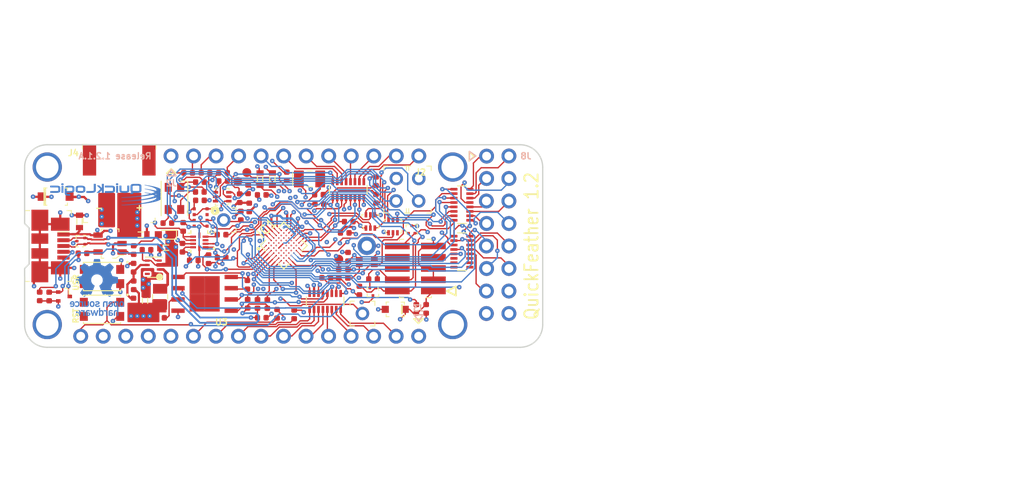
<source format=kicad_pcb>
(kicad_pcb (version 20211014) (generator pcbnew)
  (layers (0 "F.Cu" signal "Top") (1 "In1.Cu" signal) (2 "In2.Cu" mixed) (31 "B.Cu" signal "Bottom") (34 "B.Paste" user) (35 "F.Paste" user) (36 "B.SilkS" user "B.Silkscreen") (37 "F.SilkS" user "F.Silkscreen") (38 "B.Mask" user) (39 "F.Mask" user) (44 "Edge.Cuts" user))
  (net 0 "")
  (net 1 "GND")
  (net 2 "+3V3")
  (net 3 "/USB_D_N")
  (net 4 "/USB_D_P")
  (net 5 "Net-(C3-Pad2)")
  (net 6 "Net-(L1-Pad1)")
  (net 7 "Net-(R2-Pad1)")
  (net 8 "Net-(D2-Pad2)")
  (net 9 "Net-(C6-Pad1)")
  (net 10 "Net-(C7-Pad1)")
  (net 11 "/SWD_CLK")
  (net 12 "/SPI_MST_SS")
  (net 13 "/SPI_MST_MOSI")
  (net 14 "/SPI_MST_MISO")
  (net 15 "/SPI_MST_CLK")
  (net 16 "/SPI_WP")
  (net 17 "/SPI_HOLD")
  (net 18 "/PU_CTRL_USBP")
  (net 19 "Net-(MIC1-Pad1)")
  (net 20 "/IMU_INT")
  (net 21 "/I2C_SDA")
  (net 22 "/I2C_SCL")
  (net 23 "/ADC0_EN")
  (net 24 "/ADC0")
  (net 25 "Net-(Q1-Pad3)")
  (net 28 "+VBUS")
  (net 29 "+VBAT")
  (net 30 "/VDD2")
  (net 31 "/VDD1")
  (net 32 "/LED_G")
  (net 33 "/LED_B")
  (net 34 "/LED_R")
  (net 35 "/USR_BUTTON")
  (net 36 "/HEADER_P6")
  (net 37 "/SYS_RST")
  (net 38 "/HEADER_TX")
  (net 39 "/HEADER_RX")
  (net 40 "/SWD_SO")
  (net 41 "/Q_LED_B")
  (net 42 "/Q_LED_G")
  (net 43 "/Q_LED_R")
  (net 44 "Net-(J2-Pad5)")
  (net 45 "Net-(J2-Pad4)")
  (net 46 "Net-(J2-Pad11)")
  (net 47 "Net-(J2-Pad10)")
  (net 48 "Net-(J2-Pad6)")
  (net 49 "Net-(J2-Pad3)")
  (net 50 "Net-(J2-Pad2)")
  (net 51 "Net-(J2-Pad8)")
  (net 52 "Net-(J2-Pad9)")
  (net 53 "Net-(J2-Pad7)")
  (net 55 "Net-(J3-Pad6)")
  (net 56 "Net-(J3-Pad3)")
  (net 57 "Net-(J3-Pad9)")
  (net 58 "Net-(J3-Pad5)")
  (net 59 "Net-(J3-Pad8)")
  (net 60 "Net-(J3-Pad10)")
  (net 62 "Net-(J3-Pad11)")
  (net 63 "Net-(J3-Pad7)")
  (net 64 "/SWD_IO")
  (net 68 "Net-(J2-Pad12)")
  (net 69 "Net-(J3-Pad2)")
  (net 70 "Net-(J3-Pad4)")
  (net 73 "/USB_ID")
  (net 74 "Net-(J7-Pad2)")
  (net 75 "Net-(Q1-Pad5)")
  (net 76 "Net-(D4-Pad2)")
  (net 77 "Net-(D4-Pad1)")
  (net 78 "Net-(D4-Pad3)")
  (net 79 "/S3IO_5")
  (net 80 "/S3IO_7")
  (net 81 "/S3IO_8")
  (net 82 "/S3IO_9")
  (net 83 "/S3IO_10")
  (net 84 "/S3IO_11")
  (net 85 "/S3IO_12")
  (net 86 "/S3IO_13")
  (net 87 "/ADC1")
  (net 88 "/SPI_SLV_MISO")
  (net 89 "/SPI_SLV_CLK")
  (net 90 "/SPI_SLV_CSn")
  (net 91 "/SPI_SLV_MOSI")
  (net 92 "/I2S_WCLK")
  (net 93 "/I2S_DOUT")
  (net 94 "/S3IO_25")
  (net 95 "/PDM_DATA")
  (net 96 "/SPI_MST_CS2")
  (net 97 "/I2S_CLK")
  (net 98 "/S3IO_32_I2C1")
  (net 99 "/S3IO_33_I2C1")
  (net 100 "/S3_USB_D_N")
  (net 101 "/S3_USB_D_P")
  (net 102 "/S3IO_2")
  (net 103 "/S3IO_4")
  (net 104 "Net-(J1-Pad2)")
  (net 105 "/PDM_CKO")
  (net 112 "/J8.14")
  (net 113 "/J8.13")
  (net 114 "/J8.6")
  (net 115 "/J8.3")
  (net 116 "/J8.1")
  (net 117 "/J8.9")
  (net 118 "/J8.5")
  (net 119 "/J8.8")
  (net 120 "/J8.2")
  (net 121 "/J8.10")
  (net 122 "/J8.12")
  (net 123 "/J8.11")
  (net 124 "/J8.4")
  (net 125 "/J8.7")
  (net 130 "Net-(R3-Pad2)")
  (net 131 "/PG")
  (net 132 "Net-(Q4-Pad3)")
  (net 134 "/S3IO_30")
  (net 135 "/S3IO_35_SPI_MST_CS3")
  (net 136 "/PU_CTRL_USBN")
  (footprint "quickfeather-board-footprints:SOT-753" (layer "F.Cu") (at 132.7353 104.7267 90)
    (fp_text reference "U2" hide)
    (fp_text value "MCP73831T-2ACI_OT" hide)
  )
  (footprint "quickfeather-board-footprints:SOD-123" (layer "F.Cu") (at 126.6 99.4267)
    (fp_text reference "D1" hide)
    (fp_text value "MBR0520LT1G" hide)
  )
  (footprint "quickfeather-board-footprints:0402-res" (layer "F.Cu") (at 135.4 105.46 -90)
    (fp_text reference "R3" hide)
    (fp_text value "R_1k5_0402" hide)
  )
  (footprint "quickfeather-board-footprints:LED_0603" (layer "F.Cu") (at 138.93 103.73 180)
    (fp_text reference "D2" hide)
    (fp_text value "LG_L29K-G2J1-24-Z" hide)
  )
  (footprint "quickfeather-board-footprints:SMD-2_3.2x1.5mm" (layer "F.Cu") (at 155.23 97.43)
    (fp_text reference "X1" hide)
    (fp_text value "ECS-_327-12_5-34B-TR" hide)
  )
  (footprint "quickfeather-board-footprints:0402-cap" (layer "F.Cu") (at 156.29 99.21)
    (fp_text reference "C6" hide)
    (fp_text value "C_12p_0402" hide)
  )
  (footprint "quickfeather-board-footprints:0402-cap" (layer "F.Cu") (at 148.43 100.65 90)
    (fp_text reference "C8" hide)
    (fp_text value "C_100n_0402_6V3" hide)
  )
  (footprint "quickfeather-board-footprints:0402-res" (layer "F.Cu") (at 138.37 113.11)
    (fp_text reference "R8" hide)
    (fp_text value "R_10k_0402" hide)
  )
  (footprint "quickfeather-board-footprints:0402-res" (layer "F.Cu") (at 150.4703 111.5517 -90)
    (fp_text reference "R9" hide)
    (fp_text value "R_1k5_0402" hide)
  )
  (footprint "quickfeather-board-footprints:0402-res" (layer "F.Cu") (at 148.22 109.38 -90)
    (fp_text reference "R10" hide)
    (fp_text value "R_10k_0402" hide)
  )
  (footprint "quickfeather-board-footprints:Testpoint_smd_1mm" (layer "F.Cu") (at 148.2108 96.71 90)
    (fp_text reference "TP1" hide)
    (fp_text value "TP_SMD1MM" hide)
  )
  (footprint "quickfeather-board-footprints:Testpoint_smd_1mm" (layer "F.Cu") (at 147.1908 97.72 90)
    (fp_text reference "TP2" hide)
    (fp_text value "TP_SMD1MM" hide)
  )
  (footprint "quickfeather-board-footprints:0402-res" (layer "F.Cu") (at 148.25 111.52 -90)
    (fp_text reference "R11" hide)
    (fp_text value "R_22R_0402" hide)
  )
  (footprint "quickfeather-board-footprints:0402-res" (layer "F.Cu") (at 145.311 103.723 180)
    (fp_text reference "R14" hide)
    (fp_text value "R_10k_0402" hide)
  )
  (footprint "quickfeather-board-footprints:0402-res" (layer "F.Cu") (at 148.3 98.6 90)
    (fp_text reference "R16" hide)
    (fp_text value "R_200k_0402" hide)
  )
  (footprint "quickfeather-board-footprints:0402-res" (layer "F.Cu") (at 140.98 102.845 90)
    (fp_text reference "R19" hide)
    (fp_text value "R_10k_0402" hide)
  )
  (footprint "quickfeather-board-footprints:SOT-3" (layer "F.Cu") (at 129.45 104.45 90)
    (fp_text reference "D3" hide)
    (fp_text value "TPD2EUSB30DRTR" hide)
  )
  (footprint "quickfeather-board-footprints:0402-res" (layer "F.Cu") (at 129.6253 105.8267 180)
    (fp_text reference "R2" hide)
    (fp_text value "R_4k7_0402" hide)
  )
  (footprint "quickfeather-board-footprints:0402-res" (layer "F.Cu") (at 145.49 97.67)
    (fp_text reference "R12" hide)
    (fp_text value "R_100k_0402" hide)
  )
  (footprint "quickfeather-board-footprints:0402-cap" (layer "F.Cu") (at 152.66 97.15 90)
    (fp_text reference "C7" hide)
    (fp_text value "C_12p_0402" hide)
  )
  (footprint "quickfeather-board-footprints:0402-cap" (layer "F.Cu") (at 149.84 99.23 180)
    (fp_text reference "C12" hide)
    (fp_text value "C_100n_0402_6V3" hide)
  )
  (footprint "quickfeather-board-footprints:0402-cap" (layer "F.Cu") (at 159.2 103.52)
    (fp_text reference "C13" hide)
    (fp_text value "C_100n_0402_6V3" hide)
  )
  (footprint "quickfeather-board-footprints:0603-cap" (layer "F.Cu") (at 149.65 97.45 90)
    (fp_text reference "C14" hide)
    (fp_text value "C_4u7_0603" hide)
  )
  (footprint "quickfeather-board-footprints:0402-cap" (layer "F.Cu") (at 145.315 106.32 180)
    (fp_text reference "C15" hide)
    (fp_text value "C_100n_0402_6V3" hide)
  )
  (footprint "quickfeather-board-footprints:0603-cap" (layer "F.Cu") (at 151.04 97.45 90)
    (fp_text reference "C16" hide)
    (fp_text value "C_4u7_0603" hide)
  )
  (footprint "quickfeather-board-footprints:0402-cap" (layer "F.Cu") (at 157.11 108.59)
    (fp_text reference "C17" hide)
    (fp_text value "C_100n_0402_6V3" hide)
  )
  (footprint "quickfeather-board-footprints:0402-res" (layer "F.Cu") (at 162.72 99.67 -90)
    (fp_text reference "R23" hide)
    (fp_text value "R_10k_0402" hide)
  )
  (footprint "quickfeather-board-footprints:1x16_pinhead" (layer "F.Cu") (at 167.551 115.163 180)
    (fp_text reference "J3" hide)
    (fp_text value "1x16_pinhead" hide)
  )
  (footprint "quickfeather-board-footprints:PinHeader_2x1mm_P2mm_SMD_RA" (layer "F.Cu") (at 133.7691 100.9)
    (fp_text reference "J4")
    (fp_text value "S2B-PH-SM4-TB_LF__SN_" hide)
  )
  (footprint "quickfeather-board-footprints:0402-res" (layer "F.Cu") (at 139.2 102.42 180)
    (fp_text reference "R24" hide)
    (fp_text value "R_100R_0402" hide)
  )
  (footprint "quickfeather-board-footprints:PinHeader_2x5_P1.27_SMD" (layer "F.Cu") (at 167.16 107.5436 90)
    (fp_text reference "J6" hide)
    (fp_text value "FTSH-105-01-L-DV-K" hide)
  )
  (footprint "quickfeather-board-footprints:0402-res" (layer "F.Cu") (at 162.39 108.74 180)
    (fp_text reference "R32" hide)
    (fp_text value "R_10k_0402" hide)
  )
  (footprint "quickfeather-board-footprints:0402-res" (layer "F.Cu") (at 142.87 97.79 180)
    (fp_text reference "R25" hide)
    (fp_text value "R_220R_0402" hide)
  )
  (footprint "quickfeather-board-footprints:0402-cap" (layer "F.Cu") (at 159.57 106.21 -90)
    (fp_text reference "C9" hide)
    (fp_text value "C_100n_0402_6V3" hide)
  )
  (footprint "quickfeather-board-footprints:SW_SPST_4.2x2.8" (layer "F.Cu") (at 131.83 108.45)
    (fp_text reference "S2" hide)
    (fp_text value "KMR2" hide)
  )
  (footprint "quickfeather-board-footprints:0402-cap" (layer "F.Cu") (at 142.87 99.85)
    (fp_text reference "C10" hide)
    (fp_text value "C_100n_0402_6V3" hide)
  )
  (footprint "quickfeather-board-footprints:PG-VLGA-8-2" (layer "F.Cu") (at 142.95 101.785)
    (fp_text reference "U4" hide)
    (fp_text value "DPS310" hide)
  )
  (footprint "quickfeather-board-footprints:0806" (layer "F.Cu") (at 138.38 110.73 -90)
    (fp_text reference "L1" hide)
    (fp_text value "DFE201610E-R47M=P2" hide)
  )
  (footprint "quickfeather-board-footprints:0402-res" (layer "F.Cu") (at 135.39 107.45 90)
    (fp_text reference "R5" hide)
    (fp_text value "R_100k_0402" hide)
  )
  (footprint "quickfeather-board-footprints:QFN-8_2x1mm" (layer "F.Cu") (at 137.61 107.4)
    (fp_text reference "U1" hide)
    (fp_text value "TPS62821DLCR" hide)
  )
  (footprint "quickfeather-board-footprints:0402-cap" (layer "F.Cu") (at 135.38 111.38 90)
    (fp_text reference "C3" hide)
    (fp_text value "C_100p_0402" hide)
  )
  (footprint "quickfeather-board-footprints:0402-res" (layer "F.Cu") (at 135.4 109.44 90)
    (fp_text reference "R4" hide)
    (fp_text value "R_453k_0402" hide)
  )
  (footprint "quickfeather-board-footprints:0603-cap" (layer "F.Cu") (at 139.05 105.2 180)
    (fp_text reference "C1" hide)
    (fp_text value "C_4u7_0603" hide)
  )
  (footprint "quickfeather-board-footprints:0603-cap" (layer "F.Cu") (at 136.68 111.18 90)
    (fp_text reference "C4" hide)
    (fp_text value "C_22u_0603" hide)
  )
  (footprint "quickfeather-board-footprints:0603-cap" (layer "F.Cu") (at 129.29 102.23 90)
    (fp_text reference "C5" hide)
    (fp_text value "C_4u7_0603" hide)
  )
  (footprint "quickfeather-board-footprints:0402-res" (layer "F.Cu") (at 142.86 98.9 180)
    (fp_text reference "R26" hide)
    (fp_text value "R_100R_0402" hide)
  )
  (footprint "quickfeather-board-footprints:0402-res" (layer "F.Cu") (at 147.48 101.57 90)
    (fp_text reference "R15" hide)
    (fp_text value "R_10k_0402" hide)
  )
  (footprint "quickfeather-board-footprints:SOT-3" (layer "F.Cu") (at 166.75 103.14)
    (fp_text reference "D11" hide)
    (fp_text value "TPD2EUSB30DRTR" hide)
  )
  (footprint "quickfeather-board-footprints:0603-cap" (layer "F.Cu") (at 136.19 103.72)
    (fp_text reference "C2" hide)
    (fp_text value "C_4u7_0603" hide)
  )
  (footprint "quickfeather-board-footprints:0402-res" (layer "F.Cu") (at 149.36 111.54 -90)
    (fp_text reference "R7" hide)
    (fp_text value "R_22R_0402" hide)
  )
  (footprint "quickfeather-board-footprints:0402-res" (layer "F.Cu") (at 159.56 108.14 90)
    (fp_text reference "R13" hide)
    (fp_text value "R_100R_0402" hide)
  )
  (footprint "quickfeather-board-footprints:0402-cap" (layer "F.Cu") (at 168.38 112.1 -90)
    (fp_text reference "C18" hide)
    (fp_text value "C_100n_0402_6V3" hide)
  )
  (footprint "quickfeather-board-footprints:0402-res" (layer "F.Cu") (at 124.8 110.69 -90)
    (fp_text reference "R36" hide)
    (fp_text value "R_10k_0402" hide)
  )
  (footprint "quickfeather-board-footprints:0402-res" (layer "F.Cu") (at 158.52 108.13 -90)
    (fp_text reference "R37" hide)
    (fp_text value "R_10k_0402" hide)
  )
  (footprint "quickfeather-board-footprints:MC3635" (layer "F.Cu") (at 142.55 104.52 180)
    (fp_text reference "U5" hide)
    (fp_text value "MC3635" hide)
  )
  (footprint "quickfeather-board-footprints:0402-cap" (layer "F.Cu") (at 140.901 105.193 90)
    (fp_text reference "C11" hide)
    (fp_text value "C_100n_0402_6V3" hide)
  )
  (footprint "quickfeather-board-footprints:0402-res" (layer "F.Cu") (at 143.841 106.493 90)
    (fp_text reference "R20" hide)
    (fp_text value "R_4k7_0402" hide)
  )
  (footprint "quickfeather-board-footprints:0402-res" (layer "F.Cu") (at 142.181 106.623)
    (fp_text reference "R18" hide)
    (fp_text value "R_4k7_0402" hide)
  )
  (footprint "quickfeather-board-footprints:PinHeader_1x2_P2.54_Drill0.9mm" (layer "F.Cu") (at 167.551 97.383 -90)
    (fp_text reference "J7" hide)
    (fp_text value "61300211121")
  )
  (footprint "quickfeather-board-footprints:0402-res" (layer "F.Cu") (at 167.2703 112.1017 90)
    (fp_text reference "R6" hide)
    (fp_text value "R_10k_0402" hide)
  )
  (footprint "quickfeather-board-footprints:SW_SPST_4.2x2.8" (layer "F.Cu") (at 131.83 112.15)
    (fp_text reference "S1" hide)
    (fp_text value "KMR2" hide)
  )
  (footprint "quickfeather-board-footprints:SOT-563" (layer "F.Cu") (at 145.38 99.44 90)
    (fp_text reference "Q1" hide)
    (fp_text value "NX3008CBKV")
  )
  (footprint "quickfeather-board-footprints:SOT-563" (layer "F.Cu") (at 164.64 102.76)
    (fp_text reference "Q2" hide)
    (fp_text value "2N7002PV")
  )
  (footprint "quickfeather-board-footprints:SOT-563" (layer "F.Cu") (at 162.09 102.23)
    (fp_text reference "Q3" hide)
    (fp_text value "2N7002PV")
  )
  (footprint "quickfeather-board-footprints:PinHeader_1x2_P2.54_Drill0.9mm" (layer "F.Cu") (at 165.0111 97.3836 -90)
    (fp_text reference "J1" hide)
    (fp_text value "61300211121")
  )
  (footprint "quickfeather-board-footprints:0402-res" (layer "F.Cu") (at 162.73 97.7 90)
    (fp_text reference "R31" hide)
    (fp_text value "R_10k_0402")
  )
  (footprint "quickfeather-board-footprints:0402-res" (layer "F.Cu") (at 145.47 96.75 180)
    (fp_text reference "R40" hide)
    (fp_text value "R_22R_0402")
  )
  (footprint "quickfeather-board-footprints:0402-res" (layer "F.Cu") (at 143.5 96.74)
    (fp_text reference "R39" hide)
    (fp_text value "R_22R_0402")
  )
  (footprint "quickfeather-board-footprints:0402-res" (layer "F.Cu") (at 141.54 96.75 180)
    (fp_text reference "R38" hide)
    (fp_text value "R_22R_0402")
  )
  (footprint "quickfeather-board-footprints:R_Array_Convex_8x0602" (layer "F.Cu") (at 156.99 111.26 90)
    (fp_text reference "R30" hide)
    (fp_text value "EXB2HV220JV" hide)
  )
  (footprint "quickfeather-board-footprints:MPAD" (layer "F.Cu") (at 125.6411 96.1136)
    (fp_text reference "M1" hide)
    (fp_text value "mounting_pad")
  )
  (footprint "quickfeather-board-footprints:MPAD" (layer "F.Cu") (at 125.6411 113.8936)
    (fp_text reference "M2" hide)
    (fp_text value "mounting_pad")
  )
  (footprint "quickfeather-board-footprints:MPAD" (layer "F.Cu") (at 171.3611 113.8936)
    (fp_text reference "M3" hide)
    (fp_text value "mounting_pad")
  )
  (footprint "quickfeather-board-footprints:MPAD" (layer "F.Cu") (at 171.3611 96.1136)
    (fp_text reference "M4" hide)
    (fp_text value "mounting_pad")
  )
  (footprint "quickfeather-board-footprints:R_Array_Convex_8x0602" (layer "F.Cu") (at 172.411 100.343)
    (fp_text reference "R33" hide)
    (fp_text value "EXB2HV220JV")
  )
  (footprint "quickfeather-board-footprints:IM69D130" (layer "F.Cu") (at 161.69 104.99)
    (fp_text reference "MIC1" hide)
    (fp_text value "IM69D130" hide)
  )
  (footprint "quickfeather-board-footprints:0402-res" (layer "F.Cu") (at 156.33 100.26 180)
    (fp_text reference "R21" hide)
    (fp_text value "R_10k_0402" hide)
  )
  (footprint "quickfeather-board-footprints:0402-res" (layer "F.Cu") (at 159.65 102.25 180)
    (fp_text reference "R22" hide)
    (fp_text value "R_10k_0402" hide)
  )
  (footprint "quickfeather-board-footprints:SOT-3" (layer "F.Cu") (at 162.38 110.17 180)
    (fp_text reference "D5" hide)
    (fp_text value "TPD2EUSB30DRTR" hide)
  )
  (footprint "quickfeather-board-footprints:LED-PLCC4_3.2x2.8mm_B" (layer "F.Cu") (at 140 99.63 -90)
    (fp_text reference "D4" hide)
    (fp_text value "ASMB-MTB1-0A3A2")
  )
  (footprint "quickfeather-board-footprints:R_Array_Convex_8x0602" (layer "F.Cu") (at 159.6 98.64 90)
    (fp_text reference "R41" hide)
    (fp_text value "EXB2HV220JV")
  )
  (footprint "quickfeather-board-footprints:Testpoint_smd_1mm" (layer "F.Cu") (at 158.53 106.5408)
    (fp_text reference "TP6" hide)
    (fp_text value "TP_SMD1MM" hide)
  )
  (footprint "quickfeather-board-footprints:Testpoint_THT_Drill0.9mm" (layer "F.Cu") (at 145.55 102.07)
    (fp_text reference "TP4" hide)
    (fp_text value "TP_THT")
  )
  (footprint "quickfeather-board-footprints:Testpoint_THT_Drill0.9mm" (layer "F.Cu") (at 161.196 112.624)
    (fp_text reference "TP5" hide)
    (fp_text value "TP_THT")
  )
  (footprint "quickfeather-board-footprints:0402-res" (layer "F.Cu") (at 160.85 110.03 90)
    (fp_text reference "R34" hide)
    (fp_text value "R_10k_0402" hide)
  )
  (footprint "quickfeather-board-footprints:0402-res" (layer "F.Cu") (at 147.35 99.61 -90)
    (fp_text reference "R17" hide)
    (fp_text value "R_100k_0402" hide)
  )
  (footprint "quickfeather-board-footprints:SOD-323-SD05" (layer "F.Cu") (at 164.8953 112.1517 180)
    (fp_text reference "D6" hide)
    (fp_text value "SD05C.TCT")
  )
  (footprint "quickfeather-board-footprints:1x12_pinhead" (layer "F.Cu") (at 139.521 92.223)
    (fp_text reference "J2")
    (fp_text value "1x12_pinhead" hide)
  )
  (footprint "quickfeather-board-footprints:2x8_pinhead" (layer "F.Cu") (at 175.171 94.843 -90)
    (fp_text reference "J8" hide)
    (fp_text value "2x8_pinhead")
  )
  (footprint "quickfeather-board-footprints:R_Array_Convex_8x0602" (layer "F.Cu") (at 172.411 105.643)
    (fp_text reference "R42" hide)
    (fp_text value "EXB2HV220JV")
  )
  (footprint "quickfeather-board-footprints:GD25Q16CWIG" (layer "F.Cu") (at 143.4 110.4)
    (fp_text reference "U3")
    (fp_text value "GD25Q16CWIGR" hide)
  )
  (footprint "quickfeather-board-footprints:0402-cap" (layer "F.Cu") (at 125.8703 110.7017 -90)
    (fp_text reference "C19" hide)
    (fp_text value "C_1u_0402" hide)
  )
  (footprint "quickfeather-board-footprints:SOT-523" (layer "F.Cu") (at 127.5453 110.7017 -90)
    (fp_text reference "Q4" hide)
    (fp_text value "DMG1012T-7" hide)
  )
  (footprint "quickfeather-board-footprints:0402-res" (layer "F.Cu") (at 136.8453 105.4267)
    (fp_text reference "R1" hide)
    (fp_text value "R_1M5_0402" hide)
  )
  (footprint "quickfeather-board-footprints:USB_Micro_B_Female_0473460001" (layer "F.Cu") (at 124.82 105.0036 90)
    (fp_text reference "J5" hide)
    (fp_text value "0473460001" hide)
  )
  (footprint "quickfeather-board-footprints:0402-res" (layer "F.Cu") (at 149.8453 113.1017 180)
    (fp_text reference "R27" hide)
    (fp_text value "R_1k5_0402")
  )
  (footprint "quickfeather-board-footprints:0402-res" (layer "F.Cu") (at 153.4953 112.7267 -90)
    (fp_text reference "R29" hide)
    (fp_text value "R_22R_0402" hide)
  )
  (footprint "quickfeather-board-footprints:0402-res" (layer "F.Cu") (at 151.5703 112.6517 -90)
    (fp_text reference "R28" hide)
    (fp_text value "R_22R_0402" hide)
  )
  (footprint "Package_BGA:BGA-64_8x8_3.5x3.5mm" (layer "F.Cu") (at 152.3273 104.9487 45)
    (fp_text reference "IC1")
    (fp_text value "EOS3FLF512-PDN64")
  )
  (footprint "quickfeather-board-footprints:oshw-logo" (layer "B.Cu") (at 131.26 109.68 180)
    (fp_text reference "N1" hide)
    (fp_text value "oshw_logo" hide)
  )
  (footprint "quickfeather-board-footprints:LOGO" (layer "B.Cu") (at 132.6 98.3 180)
    (fp_text reference "N2" hide)
    (fp_text value "ql_logo" hide)
  )
  (gr_line (start 168.0403 112.7717) (end 167.5403 113.4917) (layer "B.SilkS") (width 0.15))
  (gr_line (start 139.6503 96.3617) (end 140.1703 97.0817) (layer "B.SilkS") (width 0.15))
  (gr_line (start 140.1703 97.0817) (end 139.1503 97.0817) (layer "B.SilkS") (width 0.15))
  (gr_line (start 139.1503 97.0817) (end 139.6503 96.3617) (layer "B.SilkS") (width 0.15))
  (gr_line (start 173.9853 94.8317) (end 173.2653 95.3517) (layer "B.SilkS") (width 0.15))
  (gr_line (start 173.2653 94.3317) (end 173.9853 94.8317) (layer "B.SilkS") (width 0.15))
  (gr_line (start 173.2653 95.3517) (end 173.2653 94.3317) (layer "B.SilkS") (width 0.15))
  (gr_line (start 167.0203 112.7717) (end 168.0403 112.7717) (layer "B.SilkS") (width 0.15))
  (gr_line (start 167.5403 113.4917) (end 167.0203 112.7717) (layer "B.SilkS") (width 0.15))
  (gr_arc (start 181.5211 113.8936) (mid 180.777151 115.689651) (end 178.9811 116.4336) (layer "Edge.Cuts") (width 0.15))
  (gr_line (start 181.5211 113.8936) (end 181.5211 96.1136) (layer "Edge.Cuts") (width 0.15))
  (gr_arc (start 178.9811 93.5736) (mid 180.777151 94.317549) (end 181.5211 96.1136) (layer "Edge.Cuts") (width 0.15))
  (gr_line (start 178.9811 93.5736) (end 125.6411 93.5736) (layer "Edge.Cuts") (width 0.15))
  (gr_arc (start 123.1011 96.1136) (mid 123.845049 94.317549) (end 125.6411 93.5736) (layer "Edge.Cuts") (width 0.15))
  (gr_line (start 123.1011 96.1136) (end 123.1011 102.4636) (layer "Edge.Cuts") (width 0.15))
  (gr_line (start 123.1011 102.4636) (end 123.6091 102.9716) (layer "Edge.Cuts") (width 0.15))
  (gr_line (start 123.6091 102.9716) (end 123.6091 107.0356) (layer "Edge.Cuts") (width 0.15))
  (gr_line (start 123.6091 107.0356) (end 123.1011 107.5436) (layer "Edge.Cuts") (width 0.15))
  (gr_line (start 123.1011 107.5436) (end 123.1011 113.8936) (layer "Edge.Cuts") (width 0.15))
  (gr_arc (start 125.6411 116.4336) (mid 123.845049 115.689651) (end 123.1011 113.8936) (layer "Edge.Cuts") (width 0.15))
  (gr_line (start 125.6411 116.4336) (end 178.9811 116.4336) (layer "Edge.Cuts") (width 0.15))
  (gr_text "Release 1.2.1.A" (at 137.4953 94.8517) (layer "B.SilkS") (effects (font (size 0.7 0.7)) (justify left mirror)))
  (gr_text "J2" (at 140.3453 97.9017) (layer "B.SilkS") (effects (font (size 0.7 0.7)) (justify left mirror)))
  (gr_text "J3" (at 168.2203 112.0317) (layer "B.SilkS") (effects (font (size 0.7 0.7)) (justify left mirror)))
  (gr_text "J8" (at 180.3303 94.8517) (layer "B.SilkS") (effects (font (size 0.7 0.7)) (justify left mirror)))
  (gr_text "RST" (at 128.88 112.89 90) (layer "F.SilkS") (effects (font (size 0.6 0.6))))
  (gr_text "+" (at 136 100.7 90) (layer "F.SilkS") (effects (font (size 0.7 0.7))))
  (gr_text "-" (at 131.5 100.8 180) (layer "F.SilkS") (effects (font (size 0.7 0.7))))
  (gr_text "QuickFeather 1.2" (at 180.2603 105.0036 90) (layer "F.SilkS") (effects (font (size 1.5 1.3) (thickness 0.2))))
  (gr_text "USR" (at 128.9 109.13 90) (layer "F.SilkS") (effects (font (size 0.6 0.6))))
  (segment (start 160.135 102.25) (end 160.58 102.25) (width 0.15) (layer "F.Cu") (net 1))
  (segment (start 166.75 102.715) (end 167.315 102.715) (width 0.15) (layer "F.Cu") (net 1))
  (segment (start 125.27 102.5411) (end 124.82 102.0911) (width 0.25) (layer "F.Cu") (net 1))
  (segment (start 157.397034 98.602966) (end 157.397034 98.401177) (width 0.15) (layer "F.Cu") (net 1))
  (segment (start 158.445 108.69) (end 158.52 108.615) (width 0.15) (layer "F.Cu") (net 1))
  (segment (start 140.961 104.538) (end 141.173 104.75) (width 0.15) (layer "F.Cu") (net 1))
  (segment (start 143.94 99.85) (end 143.95 99.84) (width 0.15) (layer "F.Cu") (net 1))
  (segment (start 127.48 107.1061) (end 127.12 107.4661) (width 0.25) (layer "F.Cu") (net 1))
  (segment (start 133.0703 104.9347) (end 133.275 104.73) (width 0.25) (layer "F.Cu") (net 1))
  (segment (start 149.55 96.22) (end 149.35 96.02) (width 0.15) (layer "F.Cu") (net 1))
  (segment (start 133.88 110.18) (end 133.9 110.2) (width 0.25) (layer "F.Cu") (net 1))
  (segment (start 148.43 100.125) (end 147.31 100.125) (width 0.15) (layer "F.Cu") (net 1))
  (segment (start 144.673 103.95) (end 143.5 103.95) (width 0.15) (layer "F.Cu") (net 1))
  (segment (start 152.7053 102.590801) (end 152.7053 102.0667) (width 0.075) (layer "F.Cu") (net 1))
  (segment (start 150.84 96.75) (end 150.3 96.21) (width 0.15) (layer "F.Cu") (net 1))
  (segment (start 127.48 106.3036) (end 127.48 107.1061) (width 0.25) (layer "F.Cu") (net 1))
  (segment (start 128.6761 107.4661) (end 128.69 107.48) (width 0.25) (layer "F.Cu") (net 1))
  (segment (start 144.566 103.463) (end 144.205 103.463) (width 0.15) (layer "F.Cu") (net 1))
  (segment (start 160.813661 102.483661) (end 160.813661 102.567429) (width 0.15) (layer "F.Cu") (net 1))
  (segment (start 151.04 96.75) (end 150.84 96.75) (width 0.15) (layer "F.Cu") (net 1))
  (segment (start 140.720943 104.708) (end 140.356951 104.344008) (width 0.15) (layer "F.Cu") (net 1))
  (segment (start 144.676 103.953) (end 144.673 103.95) (width 0.15) (layer "F.Cu") (net 1))
  (segment (start 152.66 96.665) (end 152.295 96.665) (width 0.15) (layer "F.Cu") (net 1))
  (segment (start 144.826 103.723) (end 144.566 103.463) (width 0.15) (layer "F.Cu") (net 1))
  (segment (start 160.58 102.25) (end 160.813661 102.483661) (width 0.15) (layer "F.Cu") (net 1))
  (segment (start 144.393 105.145) (end 144.631 105.383) (width 0.15) (layer "F.Cu") (net 1))
  (segment (start 168.1264 105.0036) (end 169.195 105.0036) (width 0.15) (layer "F.Cu") (net 1))
  (segment (start 138.35 105.95) (end 138.3 106) (width 0.25) (layer "F.Cu") (net 1))
  (segment (start 141.173 104.75) (end 142.1 104.75) (width 0.15) (layer "F.Cu") (net 1))
  (segment (start 147.105 100.125) (end 146.67 100.56) (width 0.25) (layer "F.Cu") (net 1))
  (segment (start 126.9 111.175) (end 126.9 111.8267) (width 0.15) (layer "F.Cu") (net 1))
  (segment (start 124.145 107.9161) (end 124.145 109.52) (width 0.25) (layer "F.Cu") (net 1))
  (segment (start 134.985002 106.965) (end 134.680002 107.27) (width 0.25) (layer "F.Cu") (net 1))
  (segment (start 127.12 108.565) (end 127.235 108.68) (width 0.25) (layer "F.Cu") (net 1))
  (segment (start 152.7053 102.0667) (end 152.7453 102.1067) (width 0.075) (layer "F.Cu") (net 1))
  (segment (start 144.83 105.979) (end 144.606 105.755) (width 0.15) (layer "F.Cu") (net 1))
  (segment (start 140.901 104.708) (end 140.720943 104.708) (width 0.15) (layer "F.Cu") (net 1))
  (segment (start 136.89 103.72) (end 136.89 102.72) (width 0.25) (layer "F.Cu") (net 1))
  (segment (start 129.29 101.53) (end 128.42 101.53) (width 0.25) (layer "F.Cu") (net 1))
  (segment (start 133.88 112.95) (end 133.585 112.95) (width 0.15) (layer "F.Cu") (net 1))
  (segment (start 146.105 99.94) (end 145.68 99.94) (width 0.15) (layer "F.Cu") (net 1))
  (segment (start 160.404634 103.52) (end 160.454984 103.57035) (width 0.15) (layer "F.Cu") (net 1))
  (segment (start 143.67 100.81) (end 144.11 100.81) (width 0.15) (layer "F.Cu") (net 1))
  (segment (start 157.35 98.65) (end 157.397034 98.602966) (width 0.15) (layer "F.Cu") (net 1))
  (segment (start 144.631 105.383) (end 144.631 105.73) (width 0.15) (layer "F.Cu") (net 1))
  (segment (start 133.585 112.95) (end 133.06 113.475) (width 0.15) (layer "F.Cu") (net 1))
  (segment (start 161.06366 102.817428) (end 160.813661 102.567429) (width 0.15) (layer "F.Cu") (net 1))
  (segment (start 126.8953 111.2017) (end 124.8267 111.2017) (width 0.15) (layer "F.Cu") (net 1))
  (segment (start 163.670334 103.485) (end 163.592667 103.407333) (width 0.15) (layer "F.Cu") (net 1))
  (segment (start 156.79 99.21) (end 157.35 98.65) (width 0.15) (layer "F.Cu") (net 1))
  (segment (start 125.27 107.4661) (end 124.82 107.9161) (width 0.25) (layer "F.Cu") (net 1))
  (segment (start 133.88 109.25) (end 133.88 110.18) (width 0.25) (layer "F.Cu") (net 1))
  (segment (start 130.1 101.53) (end 130.11 101.54) (width 0.25) (layer "F.Cu") (net 1))
  (segment (start 145.68 99.94) (end 145.27 100.35) (width 0.15) (layer "F.Cu") (net 1))
  (segment (start 142.545 101.46) (end 143.195 100.81) (width 0.15) (layer "F.Cu") (net 1))
  (segment (start 149.355 99.23) (end 149.355 99.564864) (width 0.15) (layer "F.Cu") (net 1))
  (segment (start 169.195 107.5436) (end 168.0436 107.5436) (width 0.15) (layer "F.Cu") (net 1))
  (segment (start 152.044457 104.9487) (end 151.761615 105.231543) (width 0.15) (layer "F.Cu") (net 1))
  (segment (start 145.27 100.84) (end 145.259124 100.850876) (width 0.15) (layer "F.Cu") (net 1))
  (segment (start 147.28 100.095) (end 147.135 100.095) (width 0.15) (layer "F.Cu") (net 1))
  (segment (start 168.0436 107.5436) (end 167.52 107.02) (width 0.15) (layer "F.Cu") (net 1))
  (segment (start 162.9703 112.1517) (end 163.7703 112.1517) (width 0.15) (layer "F.Cu") (net 1))
  (segment (start 124.82 107.9161) (end 124.82 102.0911) (width 0.25) (layer "F.Cu") (net 1))
  (segment (start 169.195 105.0036) (end 169.195 104.209) (width 0.15) (layer "F.Cu") (net 1))
  (segment (start 167.315 102.715) (end 167.35 102.75) (width 0.15) (layer "F.Cu") (net 1))
  (segment (start 152.7453 102.1067) (end 152.7453 102.5367) (width 0.075) (layer "F.Cu") (net 1))
  (segment (start 168.38 113.28) (end 168.4 113.3) (width 0.15) (layer "F.Cu") (net 1))
  (segment (start 136.89 102.72) (end 136.88 102.71) (width 0.25) (layer "F.Cu") (net 1))
  (segment (start 164.14 103.485) (end 163.670334 103.485) (width 0.15) (layer "F.Cu") (net 1))
  (segment (start 169.195 104.209) (end 169.211 104.193) (width 0.15) (layer "F.Cu") (net 1))
  (segment (start 162.54 106.46) (end 162.54 106.165001) (width 0.15) (layer "F.Cu") (net 1))
  (segment (start 163.245 101.505) (end 163.25 101.5) (width 0.15) (layer "F.Cu") (net 1))
  (segment (start 158.965234 105.725) (end 158.918311 105.678077) (width 0.15) (layer "F.Cu") (net 1))
  (segment (start 158.52 108.615) (end 158.655 108.615) (width 0.15) (layer "F.Cu") (net 1))
  (segment (start 150.3 96.21) (end 150.3 96.08) (width 0.15) (layer "F.Cu") (net 1))
  (segment (start 129.29 101.53) (end 130.1 101.53) (width 0.25) (layer "F.Cu") (net 1))
  (segment (start 143.195 100.81) (end 143.67 100.81) (width 0.15) (layer "F.Cu") (net 1))
  (segment (start 162.54 106.165001) (end 162.945 105.760001) (width 0.15) (layer "F.Cu") (net 1))
  (segment (start 148.43 100.125) (end 147.105 100.125) (width 0.25) (layer "F.Cu") (net 1))
  (segment (start 155.3065 100.26) (end 155.845 100.26) (width 0.15) (layer "F.Cu") (net 1))
  (segment (start 167.52 107.02) (end 167.52 105.61) (width 0.15) (layer "F.Cu") (net 1))
  (segment (start 159.377044 109.337044) (end 159.64677 109.337044) (width 0.15) (layer "F.Cu") (net 1))
  (segment (start 168.38 112.585) (end 168.38 113.28) (width 0.15) (layer "F.Cu") (net 1))
  (segment (start 147.385 101.085) (end 146.71 101.76) (width 0.25) (layer "F.Cu") (net 1))
  (segment (start 144.631 105.73) (end 144.606 105.755) (width 0.15) (layer "F.Cu") (net 1))
  (segment (start 144.706 103.603) (end 144.706 103.923) (width 0.15) (layer "F.Cu") (net 1))
  (segment (start 161.59 102.955) (end 161.201232 102.955) (width 0.15) (layer "F.Cu") (net 1))
  (segment (start 127.12 107.4661) (end 127.12 108.565) (width 0.25) (layer "F.Cu") (net 1))
  (segment (start 149.355 99.564864) (end 149.566557 99.776421) (width 0.15) (layer "F.Cu") (net 1))
  (segment (start 124.8267 111.2017) (end 124.8 111.175) (width 0.15) (layer "F.Cu") (net 1))
  (segment (start 165.1353 102.0303) (end 165.1353 101.3753) (width 0.15) (layer "F.Cu") (net 1))
  (segment (start 129.025 104.45) (end 128.819917 104.45) (width 0.15) (layer "F.Cu") (net 1))
  (segment (start 144.83 106.32) (end 144.83 105.979) (width 0.15) (layer "F.Cu") (net 1))
  (segment (start 156.775 99.21) (end 156.79 99.21) (width 0.15) (layer "F.Cu") (net 1))
  (segment (start 155.2098 100.3567) (end 155.3065 100.26) (width 0.15) (layer "F.Cu") (net 1))
  (segment (start 160.813661 102.543416) (end 160.813661 102.567429) (width 0.15) (layer "F.Cu") (net 1))
  (segment (start 144.706 103.923) (end 144.676 103.953) (width 0.15) (layer "F.Cu") (net 1))
  (segment (start 145.27 100.35) (end 145.27 100.84) (width 0.15) (layer "F.Cu") (net 1))
  (segment (start 158.655 108.615) (end 159.377044 109.337044) (width 0.15) (layer "F.Cu") (net 1))
  (segment (start 162.38 110.595) (end 162.38 110.895) (width 0.15) (layer "F.Cu") (net 1))
  (segment (start 140.4 112.305) (end 140.4 113.01) (width 0.15) (layer "F.Cu") (net 1))
  (segment (start 142.22 101.46) (end 142.545 101.46) (width 0.15) (layer "F.Cu") (net 1))
  (segment (start 159.57 105.725) (end 158.965234 105.725) (width 0.15) (layer "F.Cu") (net 1))
  (segment (start 143.355 99.85) (end 143.94 99.85) (width 0.15) (layer "F.Cu") (net 1))
  (segment (start 169.195 108.8136) (end 169.195 107.5436) (width 0.15) (layer "F.Cu") (net 1))
  (segment (start 128.819917 104.45) (end 128.580549 104.689368) (width 0.15) (layer "F.Cu") (net 1))
  (segment (start 144.11 100.81) (end 144.5 101.2) (width 0.15) (layer "F.Cu") (net 1))
  (segment (start 157.505 108.69) (end 158.445 108.69) (width 0.15) (layer "F.Cu") (net 1))
  (segment (start 127.12 102.5411) (end 125.27 102.5411) (width 0.25) (layer "F.Cu") (net 1))
  (segment (start 127.12 107.4661) (end 128.6761 107.4661) (width 0.25) (layer "F.Cu") (net 1))
  (segment (start 152.7053 101.3512) (end 152.7053 102.0667) (width 0.25) (layer "F.Cu") (net 1))
  (segment (start 138.35 105.2) (end 138.35 105.95) (width 0.25) (layer "F.Cu") (net 1))
  (segment (start 147.48 101.085) (end 147.385 101.085) (width 0.25) (layer "F.Cu") (net 1))
  (segment (start 162.38 110.895) (end 161.932 111.343) (width 0.15) (layer "F.Cu") (net 1))
  (segment (start 147.135 100.095) (end 146.67 100.56) (width 0.15) (layer "F.Cu") (net 1))
  (segment (start 147.31 100.125) (end 147.28 100.095) (width 0.15) (layer "F.Cu") (net 1))
  (segment (start 167.52 105.61) (end 168.1264 105.0036) (width 0.15) (layer "F.Cu") (net 1))
  (segment (start 161.932 111.343) (end 161.111 111.343) (width 0.15) (layer "F.Cu") (net 1))
  (segment (start 152.5808 101.2267) (end 152.7053 101.3512) (width 0.25) (layer "F.Cu") (net 1))
  (segment (start 127.12 107.4661) (end 125.27 107.4661) (width 0.25) (layer "F.Cu") (net 1))
  (segment (start 152.044457 104.9487) (end 152.3273 104.665857) (width 0.15) (layer "F.Cu") (net 1))
  (segment (start 127.12 102.5411) (end 127.12 101.22) (width 0.25) (layer "F.Cu") (net 1))
  (segment (start 135.39 106.965) (end 134.985002 106.965) (width 0.25) (layer "F.Cu") (net 1))
  (segment (start 152.295 96.665) (end 151.03 95.4) (width 0.15) (layer "F.Cu") (net 1))
  (segment (start 133.0703 105.8267) (end 133.0703 104.9347) (width 0.25) (layer "F.Cu") (net 1))
  (segment (start 161.201232 102.955) (end 161.06366 102.817428) (width 0.15) (layer "F.Cu") (net 1))
  (segment (start 152.3273 102.968801) (end 152.7053 102.590801) (width 0.075) (layer "F.Cu") (net 1))
  (segment (start 159.685 103.52) (end 160.404634 103.52) (width 0.15) (layer "F.Cu") (net 1))
  (segment (start 149.55 96.75) (end 149.55 96.22) (width 0.15) (layer "F.Cu") (net 1))
  (segment (start 161.69 104.98) (end 162.99 104.98) (width 0.25) (layer "F.Cu") (net 1))
  (segment (start 143.5 105.145) (end 144.393 105.145) (width 0.15) (layer "F.Cu") (net 1))
  (segment (start 162.59 101.505) (end 163.245 101.505) (width 0.15) (layer "F.Cu") (net 1))
  (segment (start 133.275 104.73) (end 134.05 104.73) (width 0.25) (layer "F.Cu") (net 1))
  (via (at 136.47 108.8) (size 0.5) (drill 0.15) (layers "F.Cu" "B.Cu") (net 1))
  (via (at 137.1 109.29) (size 0.5) (drill 0.15) (layers "F.Cu" "B.Cu") (net 1))
  (via (at 131.8 102.5) (size 0.5) (drill 0.15) (layers "F.Cu" "B.Cu") (net 1))
  (via (at 144.606 105.755) (size 0.5) (drill 0.15) (layers "F.Cu" "B.Cu") (net 1))
  (via (at 133.0703 105.8267) (size 0.5) (drill 0.15) (layers "F.Cu" "B.Cu") (net 1))
  (via (at 168.4 113.3) (size 0.5) (drill 0.15) (layers "F.Cu" "B.Cu") (net 1))
  (via (at 163.25 101.5) (size 0.5) (drill 0.15) (layers "F.Cu" "B.Cu") (net 1))
  (via micro (at 152.610143 106.080071) (size 0.17) (drill 0.076) (layers "F.Cu" "In1.Cu") (net 1))
  (via (at 124.165 109.54) (size 0.5) (drill 0.15) (layers "F.Cu" "B.Cu") (net 1))
  (via (at 138.3 106) (size 0.5) (drill 0.15) (layers "F.Cu" "B.Cu") (net 1))
  (via (at 167.35 102.75) (size 0.5) (drill 0.15) (layers "F.Cu" "B.Cu") (net 1))
  (via (at 136.88 102.71) (size 0.5) (drill 0.15) (layers "F.Cu" "B.Cu") (net 1))
  (via (at 133.06 113.475) (size 0.5) (drill 0.15) (layers "F.Cu" "B.Cu") (net 1))
  (via (at 133.9 110.2) (size 0.5) (drill 0.15) (layers "F.Cu" "B.Cu") (net 1))
  (via (at 157.397034 98.401177) (size 0.5) (drill 0.15) (layers "F.Cu" "B.Cu") (net 1))
  (via (at 146.67 100.56) (size 0.5) (drill 0.15) (layers "F.Cu" "B.Cu") (net 1))
  (via micro (at 152.3273 104.665857) (size 0.17) (drill 0.076) (layers "F.Cu" "B.Cu") (net 1))
  (via (at 140.356951 104.344008) (size 0.5) (drill 0.15) (layers "F.Cu" "B.Cu") (net 1))
  (via (at 160.96 102.71) (size 0.5) (drill 0.15) (layers "F.Cu" "B.Cu") (net 1))
  (via (at 131.8 101.7) (size 0.5) (drill 0.15) (layers "F.Cu" "B.Cu") (net 1))
  (via (at 144.5 101.2) (size 0.5) (drill 0.15) (layers "F.Cu" "B.Cu") (net 1))
  (via (at 165.12 101.36) (size 0.5) (drill 0.15) (layers "F.Cu" "B.Cu") (net 1))
  (via (at 128.580549 104.689368) (size 0.5) (drill 0.15) (layers "F.Cu" "B.Cu") (net 1))
  (via (at 128.69 107.48) (size 0.5) (drill 0.15) (layers "F.Cu" "B.Cu") (net 1))
  (via (at 130.11 101.54) (size 0.5) (drill 0.15) (layers "F.Cu" "B.Cu") (net 1))
  (via (at 146.71 101.76) (size 0.5) (drill 0.15) (layers "F.Cu" "B.Cu") (net 1))
  (via (at 136.47 109.71) (size 0.5) (drill 0.15) (layers "F.Cu" "B.Cu") (net 1))
  (via (at 126.9 111.8267) (size 0.5) (drill 0.15) (layers "F.Cu" "B.Cu") (net 1))
  (via (at 149.566557 99.776421) (size 0.5) (drill 0.15) (layers "F.Cu" "B.Cu") (net 1))
  (via (at 161.111 111.343) (size 0.5) (drill 0.15) (layers "F.Cu" "B.Cu") (net 1))
  (via (at 127.12 108.68) (size 0.5) (drill 0.15) (layers "F.Cu" "B.Cu") (net 1))
  (via (at 143.95 99.84) (size 0.5) (drill 0.15) (layers "F.Cu" "B.Cu") (net 1))
  (via (at 158.918311 105.678077) (size 0.5) (drill 0.15) (layers "F.Cu" "B.Cu") (net 1))
  (via (at 162.945 105.760001) (size 0.5) (drill 0.15) (layers "F.Cu" "B.Cu") (net 1))
  (via (at 162.9703 112.1517) (size 0.5) (drill 0.15) (layers "F.Cu" "B.Cu") (net 1))
  (via (at 149.35 96.02) (size 0.5) (drill 0.15) (layers "F.Cu" "B.Cu") (net 1))
  (via (at 140.4 113.01) (size 0.5) (drill 0.15) (layers "F.Cu" "B.Cu") (net 1))
  (via (at 134.680002 107.27) (size 0.5) (drill 0.15) (layers "F.Cu" "B.Cu") (net 1))
  (via (at 159.64677 109.337044) (size 0.5) (drill 0.15) (layers "F.Cu" "B.Cu") (net 1))
  (via (at 162.99 104.98) (size 0.5) (drill 0.15) (layers "F.Cu" "B.Cu") (net 1))
  (via (at 163.592667 103.407333) (size 0.5) (drill 0.15) (layers "F.Cu" "B.Cu") (net 1))
  (via (at 155.2098 100.3567) (size 0.5) (drill 0.15) (layers "F.Cu" "B.Cu") (net 1))
  (via micro (at 152.610143 104.9487) (size 0.17) (drill 0.076) (layers "F.Cu" "In1.Cu") (net 1))
  (via (at 160.454984 103.67) (size 0.5) (drill 0.15) (layers "F.Cu" "B.Cu") (net 1))
  (via (at 169.211 104.193) (size 0.5) (drill 0.15) (layers "F.Cu" "B.Cu") (net 1))
  (via (at 145.259124 100.850876) (size 0.5) (drill 0.15) (layers "F.Cu" "B.Cu") (net 1))
  (via (at 131.8 100.9) (size 0.5) (drill 0.15) (layers "F.Cu" "B.Cu") (net 1))
  (via (at 152.5808 101.2267) (size 0.5) (drill 0.15) (layers "F.Cu" "B.Cu") (net 1))
  (via (at 150.3 96.08) (size 0.5) (drill 0.15) (layers "F.Cu" "B.Cu") (net 1))
  (via (at 127.12 101.22) (size 0.5) (drill 0.15) (layers "F.Cu" "B.Cu") (net 1))
  (via (at 151.03 95.4) (size 0.5) (drill 0.15) (layers "F.Cu" "B.Cu") (net 1))
  (via micro (at 152.3273 102.968801) (size 0.17) (drill 0.076) (layers "F.Cu" "B.Cu") (net 1))
  (via (at 128.42 101.53) (size 0.5) (drill 0.15) (layers "F.Cu" "B.Cu") (net 1))
  (via (at 144.205 103.463) (size 0.5) (drill 0.15) (layers "F.Cu" "B.Cu") (net 1))
  (segment (start 152.3273 102.9147) (end 152.4253 102.8167) (width 0.25) (layer "B.Cu") (net 1))
  (segment (start 153.5553 103.5867) (end 153.5553 103.7167) (width 0.25) (layer "B.Cu") (net 1))
  (segment (start 152.3273 102.968801) (end 152.3273 102.9147) (width 0.075) (layer "B.Cu") (net 1))
  (segment (start 153.5553 103.7167) (end 152.606143 104.665857) (width 0.15) (layer "B.Cu") (net 1))
  (segment (start 152.606143 104.665857) (end 152.3273 104.665857) (width 0.15) (layer "B.Cu") (net 1))
  (segment (start 152.4253 102.8167) (end 152.7853 102.8167) (width 0.25) (layer "B.Cu") (net 1))
  (segment (start 152.7853 102.8167) (end 153.5553 103.5867) (width 0.25) (layer "B.Cu") (net 1))
  (segment (start 160.1 102.84) (end 160.24 102.98) (width 0.25) (layer "F.Cu") (net 2))
  (segment (start 139.63 99.36) (end 140.43 99.36) (width 0.15) (layer "F.Cu") (net 2))
  (segment (start 142.1 104.35) (end 141.3191 104.35) (width 0.15) (layer "F.Cu") (net 2))
  (segment (start 159.409438 109.823248) (end 159.838248 109.823248) (width 0.15) (layer "F.Cu") (net 2))
  (segment (start 141.1121 105.273) (end 141.111 105.273) (width 0.15) (layer "F.Cu") (net 2))
  (segment (start 148.43 101.095) (end 148.501759 101.095) (width 0.25) (layer "F.Cu") (net 2))
  (segment (start 154.1553 102.8367) (end 153.8253 103.1667) (width 0.25) (layer "F.Cu") (net 2))
  (segment (start 151.761615 103.534486) (end 151.3053 103.078171) (width 0.075) (layer "F.Cu") (net 2))
  (segment (start 147.915 108.59) (end 148.22 108.895) (width 0.15) (layer "F.Cu") (net 2))
  (segment (start 141.406 105.678) (end 141.681 105.953) (width 0.15) (layer "F.Cu") (net 2))
  (segment (start 140.98 103.934) (end 140.98 103.33) (width 0.15) (layer "F.Cu") (net 2))
  (segment (start 136.054999 111.884999) (end 136.675001 111.884999) (width 0.25) (layer "F.Cu") (net 2))
  (segment (start 168.357 111.615) (end 167.3853 112.5867) (width 0.15) (layer "F.Cu") (net 2))
  (segment (start 140.52 103) (end 138.064292 103) (width 0.15) (layer "F.Cu") (net 2))
  (segment (start 143.841 106.978) (end 144.161 106.978) (width 0.15) (layer "F.Cu") (net 2))
  (segment (start 136.054999 111.884999) (end 136.059998 111.88) (width 0.15) (layer "F.Cu") (net 2))
  (segment (start 160.1225 110.1075) (end 160.53 110.515) (width 0.15) (layer "F.Cu") (net 2))
  (segment (start 159.24 102.84) (end 160.1 102.84) (width 0.25) (layer "F.Cu") (net 2))
  (segment (start 140.85 103.33) (end 140.52 103) (width 0.15) (layer "F.Cu") (net 2))
  (segment (start 142 100.81) (end 142.22 100.81) (width 0.15) (layer "F.Cu") (net 2))
  (segment (start 138.37 111.78) (end 137.96 111.78) (width 0.25) (layer "F.Cu") (net 2))
  (segment (start 136.675001 111.884999) (end 136.68 111.88) (width 0.25) (layer "F.Cu") (net 2))
  (segment (start 160.1225 110.1075) (end 160.12 110.11) (width 0.15) (layer "F.Cu") (net 2))
  (segment (start 137.814812 102.75052) (end 137.814812 102.384812) (width 0.15) (layer "F.Cu") (net 2))
  (segment (start 141.696 106.623) (end 141.696 105.968) (width 0.15) (layer "F.Cu") (net 2))
  (segment (start 136.68 111.88) (end 138.13 111.88) (width 0.25) (layer "F.Cu") (net 2))
  (segment (start 158.715 103.365) (end 159.24 102.84) (width 0.25) (layer "F.Cu") (net 2))
  (segment (start 137.2 112.91) (end 137.685 112.91) (width 0.25) (layer "F.Cu") (net 2))
  (segment (start 136.5 112.06) (end 136.68 111.88) (width 0.25) (layer "F.Cu") (net 2))
  (segment (start 151.0853 102.3267) (end 151.0853 102.858171) (width 0.25) (layer "F.Cu") (net 2))
  (segment (start 162.875 108.74) (end 162.875 108.125) (width 0.15) (layer "F.Cu") (net 2))
  (segment (start 144.161 106.978) (end 144.263479 106.875521) (width 0.15) (layer "F.Cu") (net 2))
  (segment (start 138.13 111.88) (end 138.38 111.63) (width 0.25) (layer "F.Cu") (net 2))
  (segment (start 141.2421 105.143) (end 141.1121 105.273) (width 0.15) (layer "F.Cu") (net 2))
  (segment (start 140.98 104.0109) (end 140.98 103.33) (width 0.15) (layer "F.Cu") (net 2))
  (segment (start 144.833521 106.875521) (end 144.976 107.018) (width 0.15) (layer "F.Cu") (net 2))
  (segment (start 142.1 103.95) (end 140.996 103.95) (width 0.15) (layer "F.Cu") (net 2))
  (segment (start 135.5736 109.925) (end 135.99 110.3414) (width 0.25) (layer "F.Cu") (net 2))
  (segment (start 138.37 111.78) (end 138.37 111.73) (width 0.25) (layer "F.Cu") (net 2))
  (segment (start 166.0203 112.1517) (end 166.0203 112.6897) (width 0.15) (layer "F.Cu") (net 2))
  (segment (start 138.064292 103) (end 137.814812 102.75052) (width 0.15) (layer "F.Cu") (net 2))
  (segment (start 135.8 112.91) (end 136.5 112.91) (width 0.25) (layer "F.Cu") (net 2))
  (segment (start 166.0203 112.6897) (end 165.44 113.27) (width 0.15) (layer "F.Cu") (net 2))
  (segment (start 139.3 98.38) (end 139.3 99.03) (width 0.15) (layer "F.Cu") (net 2))
  (segment (start 153.6153 103.377857) (end 153.6153 103.3767) (width 0.075) (layer "F.Cu") (net 2))
  (segment (start 141.67 101.885) (end 141.67 101.14) (width 0.15) (layer "F.Cu") (net 2))
  (segment (start 150.9253 102.1667) (end 151.0853 102.3267) (width 0.25) (layer "F.Cu") (net 2))
  (segment (start 146.4 108.495) (end 146.495 108.59) (width 0.15) (layer "F.Cu") (net 2))
  (segment (start 136.5 112.91) (end 136.5 112.06) (width 0.25) (layer "F.Cu") (net 2))
  (segment (start 142.22 100.015) (end 142.385 99.85) (width 0.15) (layer "F.Cu") (net 2))
  (segment (start 141.541 105.143) (end 141.2421 105.143) (width 0.15) (layer "F.Cu") (net 2))
  (segment (start 141.67 101.14) (end 142 100.81) (width 0.15) (layer "F.Cu") (net 2))
  (segment (start 168.38 111.615) (end 168.357 111.615) (width 0.15) (layer "F.Cu") (net 2))
  (segment (start 141.696 105.968) (end 141.681 105.953) (width 0.15) (layer "F.Cu") (net 2))
  (segment (start 135.399999 111.884999) (end 135.38 111.865) (width 0.25) (layer "F.Cu") (net 2))
  (segment (start 159.57 106.695) (end 159.627578 106.695) (width 0.15) (layer "F.Cu") (net 2))
  (segment (start 144.976 107.018) (end 145.401 107.018) (width 0.15) (layer "F.Cu") (net 2))
  (segment (start 145.401 107.018) (end 145.401 106.571) (width 0.15) (layer "F.Cu") (net 2))
  (segment (start 150.9253 101.5967) (end 150.9253 102.1667) (width 0.25) (layer "F.Cu") (net 2))
  (segment (start 135.99 110.3414) (end 135.99 111.82) (width 0.25) (layer "F.Cu") (net 2))
  (segment (start 151.0853 102.858171) (end 151.3053 103.078171) (width 0.15) (layer "F.Cu") (net 2))
  (segment (start 141.111 105.273) (end 140.901 105.483) (width 0.15) (layer "F.Cu") (net 2))
  (segment (start 142.22 100.81) (end 142.22 100.015) (width 0.15) (layer "F.Cu") (net 2))
  (segment (start 154.3953 102.8367) (end 154.1553 102.8367) (width 0.25) (layer "F.Cu") (net 2))
  (segment (start 146.495 108.59) (end 147.915 108.59) (width 0.15) (layer "F.Cu") (net 2))
  (segment (start 139.3 99.03) (end 139.63 99.36) (width 0.15) (layer "F.Cu") (net 2))
  (segment (start 137.685 112.91) (end 137.885 113.11) (width 0.25) (layer "F.Cu") (net 2))
  (segment (start 159.838248 109.823248) (end 160.1225 110.1075) (width 0.15) (layer "F.Cu") (net 2))
  (segment (start 140.901 105.483) (end 140.901 105.678) (width 0.15) (layer "F.Cu") (net 2))
  (segment (start 168.38 111.615) (end 168.38 110.8986) (width 0.15) (layer "F.Cu") (net 2))
  (segment (start 159.627578 106.695) (end 160.287067 106.035511) (width 0.15) (layer "F.Cu") (net 2))
  (segment (start 141.895 102.11) (end 141.67 101.885) (width 0.15) (layer "F.Cu") (net 2))
  (segment (start 140.996 103.95) (end 140.98 103.934) (width 0.15) (layer "F.Cu") (net 2))
  (segment (start 142.22 102.11) (end 141.895 102.11) (width 0.15) (layer "F.Cu") (net 2))
  (segment (start 135.99 111.82) (end 136.054999 111.884999) (width 0.25) (layer "F.Cu") (net 2))
  (segment (start 144.263479 106.875521) (end 144.833521 106.875521) (width 0.15) (layer "F.Cu") (net 2))
  (segment (start 160.53 110.515) (end 160.85 110.515) (width 0.15) (layer "F.Cu") (net 2))
  (segment (start 167.3853 112.5867) (end 167.2703 112.5867) (width 0.15) (layer "F.Cu") (net 2))
  (segment (start 148.3053 108.8097) (end 148.22 108.895) (width 0.25) (layer "F.Cu") (net 2))
  (segment (start 158.761189 109.174999) (end 159.409438 109.823248) (width 0.15) (layer "F.Cu") (net 2))
  (segment (start 153.175828 103.817329) (end 153.6153 103.377857) (width 0.075) (layer "F.Cu") (net 2))
  (segment (start 136.5 112.91) (end 137.2 112.91) (width 0.25) (layer "F.Cu") (net 2))
  (segment (start 140.98 103.33) (end 140.85 103.33) (width 0.15) (layer "F.Cu") (net 2))
  (segment (start 140.901 105.678) (end 141.406 105.678) (width 0.15) (layer "F.Cu") (net 2))
  (segment (start 142.1 105.145) (end 141.541 105.143) (width 0.15) (layer "F.Cu") (net 2))
  (segment (start 157.304999 109.174999) (end 158.761189 109.174999) (width 0.15) (layer "F.Cu") (net 2))
  (segment (start 156.72 108.59) (end 157.304999 109.174999) (width 0.15) (layer "F.Cu") (net 2))
  (segment (start 135.1 112.91) (end 135.8 112.91) (width 0.25) (layer "F.Cu") (net 2))
  (segment (start 141.3191 104.35) (end 140.98 104.0109) (width 0.15) (layer "F.Cu") (net 2))
  (segment (start 160.721556 106.47) (end 160.287067 106.035511) (width 0.15) (layer "F.Cu") (net 2))
  (segment (start 137.814812 102.384812) (end 137.8 102.37) (width 0.15) (layer "F.Cu") (net 2))
  (segment (start 168.38 110.8986) (end 169.195 110.0836) (width 0.15) (layer "F.Cu") (net 2))
  (segment (start 167.2703 112.5867) (end 166.9303 112.5867) (width 0.15) (layer "F.Cu") (net 2))
  (segment (start 166.9303 112.5867) (end 166.4953 112.1517) (width 0.15) (layer "F.Cu") (net 2))
  (segment (start 166.4953 112.1517) (end 166.0203 112.1517) (width 0.15) (layer "F.Cu") (net 2))
  (segment (start 150.325 99.23) (end 150.83 99.23) (width 0.25) (layer "F.Cu") (net 2))
  (segment (start 162.875 108.125) (end 162.9 108.1) (width 0.15) (layer "F.Cu") (net 2))
  (segment (start 156.625 108.59) (end 156.72 108.59) (width 0.15) (layer "F.Cu") (net 2))
  (segment (start 160.84 106.47) (end 160.721556 106.47) (width 0.15) (layer "F.Cu") (net 2))
  (segment (start 148.501759 101.095) (end 149.172194 100.424565) (width 0.25) (layer "F.Cu") (net 2))
  (segment (start 136.054999 111.884999) (end 135.399999 111.884999) (width 0.25) (layer "F.Cu") (net 2))
  (segment (start 145.401 106.571) (end 145.652 106.32) (width 0.15) (layer "F.Cu") (net 2))
  (segment (start 148.3053 108.1767) (end 148.3053 108.8097) (width 0.25) (layer "F.Cu") (net 2))
  (segment (start 153.6153 103.3767) (end 153.8253 103.1667) (width 0.15) (layer "F.Cu") (net 2))
  (segment (start 158.715 103.52) (end 158.715 103.365) (width 0.25) (layer "F.Cu") (net 2))
  (segment (start 150.83 99.23) (end 150.92 99.32) (width 0.25) (layer "F.Cu") (net 2))
  (via (at 135.1 112.91) (size 0.5) (drill 0.15) (layers "F.Cu" "B.Cu") (net 2))
  (via (at 135.8 112.91) (size 0.5) (drill 0.15) (layers "F.Cu" "B.Cu") (net 2))
  (via (at 151.76 98.81) (size 0.5) (drill 0.15) (layers "F.Cu" "B.Cu") (net 2))
  (via (at 165.44 113.27) (size 0.5) (drill 0.15) (layers "F.Cu" "B.Cu") (net 2))
  (via (at 141.681 105.953) (size 0.5) (drill 0.15) (layers "F.Cu" "B.Cu") (net 2))
  (via micro (at 152.3273 105.231543) (size 0.17) (drill 0.076) (layers "F.Cu" "In2.Cu") (net 2))
  (via (at 141.67 101.14) (size 0.5) (drill 0.15) (layers "F.Cu" "B.Cu") (net 2))
  (via (at 162.9 108.1) (size 0.5) (drill 0.15) (layers "F.Cu" "B.Cu") (net 2))
  (via (at 160.287067 106.035511) (size 0.5) (drill 0.15) (layers "F.Cu" "B.Cu") (net 2))
  (via (at 149.6153 104.4267) (size 0.5) (drill 0.15) (layers "F.Cu" "B.Cu") (net 2))
  (via (at 148.3053 108.1767) (size 0.5) (drill 0.15) (layers "F.Cu" "B.Cu") (net 2))
  (via (at 140.5 99.31) (size 0.5) (drill 0.15) (layers "F.Cu" "B.Cu") (net 2))
  (via (at 149.172194 100.424565) (size 0.5) (drill 0.15) (layers "F.Cu" "B.Cu") (net 2))
  (via (at 149.424499 109.8427) (size 0.5) (drill 0.15) (layers "F.Cu" "B.Cu") (net 2))
  (via (at 136.5 112.91) (size 0.5) (drill 0.15) (layers "F.Cu" "B.Cu") (net 2))
  (via micro (at 152.892985 104.665857) (size 0.17) (drill 0.076) (layers "F.Cu" "In2.Cu") (net 2))
  (via (at 145.401 105.013) (size 0.5) (drill 0.15) (layers "F.Cu" "B.Cu") (net 2))
  (via (at 137.8 102.37) (size 0.5) (drill 0.15) (layers "F.Cu" "B.Cu") (net 2))
  (via (at 150.9253 101.5967) (size 0.5) (drill 0.15) (layers "F.Cu" "B.Cu") (net 2))
  (via micro (at 151.195929 105.231543) (size 0.17) (drill 0.076) (layers "F.Cu" "In2.Cu") (net 2))
  (via (at 150.92 99.32) (size 0.5) (drill 0.15) (layers "F.Cu" "B.Cu") (net 2))
  (via (at 145.401 107.018) (size 0.5) (drill 0.15) (layers "F.Cu" "B.Cu") (net 2))
  (via (at 154.3953 102.8367) (size 0.5) (drill 0.15) (layers "F.Cu" "B.Cu") (net 2))
  (via (at 153.648888 99.46269) (size 0.5) (drill 0.15) (layers "F.Cu" "B.Cu") (net 2))
  (via (at 160.24 102.98) (size 0.5) (drill 0.15) (layers "F.Cu" "B.Cu") (net 2))
  (via (at 160.12 110.11) (size 0.5) (drill 0.15) (layers "F.Cu" "B.Cu") (net 2))
  (via (at 137.2 112.91) (size 0.5) (drill 0.15) (layers "F.Cu" "B.Cu") (net 2))
  (segment (start 152.2053 101.8967) (end 153.2353 101.8967) (width 0.25) (layer "B.Cu") (net 2))
  (segment (start 154.1753 102.8367) (end 154.3953 102.8367) (width 0.25) (layer "B.Cu") (net 2))
  (segment (start 153.2353 101.8967) (end 154.1753 102.8367) (width 0.25) (layer "B.Cu") (net 2))
  (segment (start 150.9253 101.5967) (end 151.9053 101.5967) (width 0.25) (layer "B.Cu") (net 2))
  (segment (start 151.9053 101.5967) (end 152.2053 101.8967) (width 0.25) (layer "B.Cu") (net 2))
  (segment (start 141.67 100.13) (end 141.67 101.14) (width 0.15) (layer "B.Cu") (net 2))
  (segment (start 140.9 99.36) (end 141.67 100.13) (width 0.15) (layer "B.Cu") (net 2))
  (segment (start 140.43 99.36) (end 140.9 99.36) (width 0.15) (layer "B.Cu") (net 2))
  (segment (start 132.4 104.225) (end 132.55 104.075) (width 0.2) (layer "F.Cu") (net 3))
  (segment (start 148.6203 113.0767) (end 149.3353 113.0767) (width 0.15) (layer "F.Cu") (net 3))
  (segment (start 129.875 104.1) (end 130.100001 104.1) (width 0.2) (layer "F.Cu") (net 3))
  (segment (start 128.32 104.3536) (end 128.5736 104.1) (width 0.15) (layer "F.Cu") (net 3))
  (segment (start 130.664999 104.280001) (end 132.035001 104.280001) (width 0.2) (layer "F.Cu") (net 3))
  (segment (start 149.3353 113.0767) (end 149.3603 113.1017) (width 0.15) (layer "F.Cu") (net 3))
  (segment (start 127.48 104.3536) (end 128.32 104.3536) (width 0.15) (layer "F.Cu") (net 3))
  (segment (start 130.225001 104.225) (end 130.609998 104.225) (width 0.2) (layer "F.Cu") (net 3))
  (segment (start 132.035001 104.280001) (end 132.090002 104.225) (width 0.2) (layer "F.Cu") (net 3))
  (segment (start 149.36 112.025) (end 149.36 113.1014) (width 0.15) (layer "F.Cu") (net 3))
  (segment (start 130.609998 104.225) (end 130.664999 104.280001) (width 0.2) (layer "F.Cu") (net 3))
  (segment (start 128.5736 104.1) (end 129.875 104.1) (width 0.15) (layer "F.Cu") (net 3))
  (segment (start 132.090002 104.225) (end 132.4 104.225) (width 0.2) (layer "F.Cu") (net 3))
  (segment (start 130.100001 104.1) (end 130.225001 104.225) (width 0.2) (layer "F.Cu") (net 3))
  (via (at 132.55 104.075) (size 0.5) (drill 0.15) (layers "F.Cu" "B.Cu") (net 3))
  (via (at 148.6203 113.0767) (size 0.5) (drill 0.15) (layers "F.Cu" "B.Cu") (net 3))
  (segment (start 138.0232 104.075) (end 140.1703 106.2221) (width 0.2) (layer "B.Cu") (net 3))
  (segment (start 142.8949 113.0767) (end 148.6203 113.0767) (width 0.2) (layer "B.Cu") (net 3))
  (segment (start 132.55 104.075) (end 138.0232 104.075) (width 0.2) (layer "B.Cu") (net 3))
  (segment (start 140.1703 110.3521) (end 142.8949 113.0767) (width 0.2) (layer "B.Cu") (net 3))
  (segment (start 140.1703 106.2221) (end 140.1703 110.3521) (width 0.2) (layer "B.Cu") (net 3))
  (segment (start 130.225001 104.675) (end 130.423615 104.675) (width 0.2) (layer "F.Cu") (net 4))
  (segment (start 128.376548 105.114369) (end 128.785631 105.114369) (width 0.15) (layer "F.Cu") (net 4))
  (segment (start 129.875 104.8) (end 130.100001 104.8) (width 0.2) (layer "F.Cu") (net 4))
  (segment (start 132.276385 104.675) (end 132.4 104.675) (width 0.2) (layer "F.Cu") (net 4))
  (segment (start 150.47 111.77) (end 150.26501 111.56501) (width 0.15) (layer "F.Cu") (net 4))
  (segment (start 150.47 112.065) (end 150.47 111.77) (width 0.15) (layer "F.Cu") (net 4))
  (segment (start 148.40501 111.55499) (end 148.25 111.71) (width 0.15) (layer "F.Cu") (net 4))
  (segment (start 130.423615 104.675) (end 130.478607 104.729992) (width 0.2) (layer "F.Cu") (net 4))
  (segment (start 150.4703 111.7417) (end 150.4703 112.0367) (width 0.15) (layer "F.Cu") (net 4))
  (segment (start 130.100001 104.8) (end 130.225001 104.675) (width 0.2) (layer "F.Cu") (net 4))
  (segment (start 148.25 111.71) (end 148.25 112.005) (width 0.15) (layer "F.Cu") (net 4))
  (segment (start 148.25 112.02) (end 147.68 112.59) (width 0.15) (layer "F.Cu") (net 4))
  (segment (start 130.478607 104.729992) (end 132.221393 104.729992) (width 0.2) (layer "F.Cu") (net 4))
  (segment (start 150.28359 111.55499) (end 150.4703 111.7417) (width 0.15) (layer "F.Cu") (net 4))
  (segment (start 129.1 104.8) (end 129.875 104.8) (width 0.15) (layer "F.Cu") (net 4))
  (segment (start 128.785631 105.114369) (end 129.1 104.8) (width 0.15) (layer "F.Cu") (net 4))
  (segment (start 132.221393 104.729992) (end 132.276385 104.675) (width 0.2) (layer "F.Cu") (net 4))
  (segment (start 127.48 105.0036) (end 128.265779 105.0036) (width 0.15) (layer "F.Cu") (net 4))
  (segment (start 148.25 112.005) (end 148.25 112.02) (width 0.15) (layer "F.Cu") (net 4))
  (segment (start 148.40501 111.55499) (end 150.28359 111.55499) (width 0.15) (layer "F.Cu") (net 4))
  (segment (start 132.4 104.675) (end 132.55 104.825) (width 0.2) (layer "F.Cu") (net 4))
  (segment (start 128.265779 105.0036) (end 128.376548 105.114369) (width 0.15) (layer "F.Cu") (net 4))
  (via (at 147.68 112.59) (size 0.5) (drill 0.15) (layers "F.Cu" "B.Cu") (net 4))
  (via (at 132.55 104.825) (size 0.5) (drill 0.15) (layers "F.Cu" "B.Cu") (net 4))
  (segment (start 149.2086 112.59) (end 149.4703 112.8517) (width 0.2) (layer "B.Cu") (net 4))
  (segment (start 149.4703 113.4267) (end 149.2203 113.6767) (width 0.2) (layer "B.Cu") (net 4))
  (segment (start 132.55 104.825) (end 138.1368 104.825) (width 0.2) (layer "B.Cu") (net 4))
  (segment (start 149.2203 113.6767) (end 149.0953 113.6767) (width 0.2) (layer "B.Cu") (net 4))
  (segment (start 139.7453 106.4335) (end 139.7453 110.5635) (width 0.2) (layer "B.Cu") (net 4))
  (segment (start 138.1368 104.825) (end 139.7453 106.4335) (width 0.2) (layer "B.Cu") (net 4))
  (segment (start 149.4703 112.8517) (end 149.4703 113.4267) (width 0.2) (layer "B.Cu") (net 4))
  (segment (start 147.68 112.59) (end 149.2086 112.59) (width 0.2) (layer "B.Cu") (net 4))
  (segment (start 139.7453 110.5635) (end 142.8568 113.675) (width 0.2) (layer "B.Cu") (net 4))
  (segment (start 142.8568 113.675) (end 149.0953 113.6767) (width 0.2) (layer "B.Cu") (net 4))
  (segment (start 135.39 107.935) (end 135.39 108.945) (width 0.25) (layer "F.Cu") (net 5))
  (segment (start 135.08 108.955) (end 134.69 109.345) (width 0.25) (layer "F.Cu") (net 5))
  (segment (start 134.69 109.345) (end 134.69 110.525) (width 0.25) (layer "F.Cu") (net 5))
  (segment (start 135.39 108.945) (end 135.4 108.955) (width 0.25) (layer "F.Cu") (net 5))
  (segment (start 135.06 110.895) (end 135.38 110.895) (width 0.25) (layer "F.Cu") (net 5))
  (segment (start 135.39 107.935) (end 136.175 107.15) (width 0.25) (layer "F.Cu") (net 5))
  (segment (start 135.4 108.955) (end 135.08 108.955) (width 0.25) (layer "F.Cu") (net 5))
  (segment (start 136.175 107.15) (end 136.935 107.15) (width 0.25) (layer "F.Cu") (net 5))
  (segment (start 134.69 110.525) (end 135.06 110.895) (width 0.25) (layer "F.Cu") (net 5))
  (segment (start 138.285 107.65) (end 138.74 107.65) (width 0.3) (layer "F.Cu") (net 6))
  (segment (start 138.74 107.65) (end 139.231 108.141) (width 0.3) (layer "F.Cu") (net 6))
  (segment (start 139.231 109.349) (end 138.9 109.68) (width 0.3) (layer "F.Cu") (net 6))
  (segment (start 139.231 108.141) (end 139.231 109.349) (width 0.3) (layer "F.Cu") (net 6))
  (segment (start 138.9 109.68) (end 138.37 109.68) (width 0.3) (layer "F.Cu") (net 6))
  (segment (start 130.355 105.68) (end 130.145 105.89) (width 0.25) (layer "F.Cu") (net 7))
  (segment (start 131.35 105.68) (end 130.355 105.68) (width 0.25) (layer "F.Cu") (net 7))
  (segment (start 136.245 104.45) (end 135.72 104.975) (width 0.15) (layer "F.Cu") (net 8))
  (segment (start 138.17 103.73) (end 137.45 104.45) (width 0.15) (layer "F.Cu") (net 8))
  (segment (start 135.72 104.975) (end 135.4 104.975) (width 0.15) (layer "F.Cu") (net 8))
  (segment (start 138.18 103.73) (end 138.17 103.73) (width 0.15) (layer "F.Cu") (net 8))
  (segment (start 137.45 104.45) (end 136.245 104.45) (width 0.15) (layer "F.Cu") (net 8))
  (segment (start 154.7848 99.9322) (end 155.0828 99.9322) (width 0.15) (layer "F.Cu") (net 9))
  (segment (start 154.3608 100.3562) (end 154.7848 99.9322) (width 0.15) (layer "F.Cu") (net 9))
  (segment (start 152.610143 103.251644) (end 153.1153 102.746487) (width 0.075) (layer "F.Cu") (net 9))
  (segment (start 153.1153 102.7567) (end 153.1153 101.516365) (width 0.15) (layer "F.Cu") (net 9))
  (segment (start 153.1153 101.516365) (end 153.447973 101.183692) (width 0.15) (layer "F.Cu") (net 9))
  (segment (start 156.435 97.43) (end 156.435 98.58) (width 0.15) (layer "F.Cu") (net 9))
  (segment (start 156.435 98.58) (end 155.805 99.21) (width 0.15) (layer "F.Cu") (net 9))
  (segment (start 155.0828 99.9322) (end 155.805 99.21) (width 0.15) (layer "F.Cu") (net 9))
  (via (at 154.3608 100.3562) (size 0.5) (drill 0.15) (layers "F.Cu" "B.Cu") (net 9))
  (via (at 153.447973 101.183692) (size 0.5) (drill 0.15) (layers "F.Cu" "B.Cu") (net 9))
  (segment (start 154.8 99.4925) (end 154.8 98.78) (width 0.15) (layer "F.Cu") (net 10))
  (segment (start 153.3253 103.102171) (end 153.3253 103.0967) (width 0.075) (layer "F.Cu") (net 10))
  (segment (start 153.925172 101.907162) (end 153.925172 102.496828) (width 0.15) (layer "F.Cu") (net 10))
  (segment (start 154.025 98.005) (end 154.025 97.43) (width 0.15) (layer "F.Cu") (net 10))
  (segment (start 152.892985 103.534486) (end 153.3253 103.102171) (width 0.075) (layer "F.Cu") (net 10))
  (segment (start 154.8 98.78) (end 154.025 98.005) (width 0.15) (layer "F.Cu") (net 10))
  (segment (start 153.82 97.635) (end 154.025 97.43) (width 0.15) (layer "F.Cu") (net 10))
  (segment (start 153.925172 102.496828) (end 153.3253 103.0967) (width 0.15) (layer "F.Cu") (net 10))
  (segment (start 152.66 97.635) (end 153.82 97.635) (width 0.15) (layer "F.Cu") (net 10))
  (segment (start 154.7853 99.5072) (end 154.8 99.4925) (width 0.15) (layer "F.Cu") (net 10))
  (via (at 154.7853 99.5072) (size 0.5) (drill 0.15) (layers "F.Cu" "B.Cu") (net 10))
  (via (at 153.925172 101.907162) (size 0.5) (drill 0.15) (layers "F.Cu" "B.Cu") (net 10))
  (segment (start 165.125 108.8136) (end 166.67 108.8136) (width 0.15) (layer "F.Cu") (net 11))
  (segment (start 150.1748 102.5062) (end 151.0453 103.3767) (width 0.15) (layer "F.Cu") (net 11))
  (segment (start 162.375001 107.674999) (end 161.905 108.145) (width 0.15) (layer "F.Cu") (net 11))
  (segment (start 166.91 108.5736) (end 166.91 104.76) (width 0.15) (layer "F.Cu") (net 11))
  (segment (start 161.905 108.145) (end 161.905 108.74) (width 0.15) (layer "F.Cu") (net 11))
  (segment (start 166.67 108.8136) (end 166.91 108.5736) (width 0.15) (layer "F.Cu") (net 11))
  (segment (start 164.242602 108.8136) (end 163.104001 107.674999) (width 0.15) (layer "F.Cu") (net 11))
  (segment (start 151.0453 103.383857) (end 151.0453 103.3767) (width 0.075) (layer "F.Cu") (net 11))
  (segment (start 166.91 104.76) (end 167.14 104.53) (width 0.15) (layer "F.Cu") (net 11))
  (segment (start 162.03 108.865) (end 161.905 108.74) (width 0.15) (layer "F.Cu") (net 11))
  (segment (start 150.1748 102.4867) (end 150.1748 102.5062) (width 0.15) (layer "F.Cu") (net 11))
  (segment (start 163.104001 107.674999) (end 162.375001 107.674999) (width 0.15) (layer "F.Cu") (net 11))
  (segment (start 162.03 109.745) (end 162.03 108.865) (width 0.15) (layer "F.Cu") (net 11))
  (segment (start 151.478772 103.817329) (end 151.0453 103.383857) (width 0.075) (layer "F.Cu") (net 11))
  (segment (start 165.125 108.8136) (end 164.242602 108.8136) (width 0.15) (layer "F.Cu") (net 11))
  (via (at 150.159301 100.638833) (size 0.5) (drill 0.15) (layers "F.Cu" "B.Cu") (net 11))
  (via (at 167.05 104.405) (size 0.5) (drill 0.15) (layers "F.Cu" "B.Cu") (net 11))
  (via (at 150.1748 102.4867) (size 0.5) (drill 0.15) (layers "F.Cu" "B.Cu") (net 11))
  (segment (start 155.9703 101.8717) (end 157.07 100.772) (width 0.15) (layer "B.Cu") (net 11))
  (segment (start 150.159301 100.638833) (end 150.367168 100.8467) (width 0.15) (layer "B.Cu") (net 11))
  (segment (start 157.675988 99.66) (end 161.289002 99.66) (width 0.15) (layer "B.Cu") (net 11))
  (segment (start 150.367168 100.8467) (end 151.3453 100.8467) (width 0.15) (layer "B.Cu") (net 11))
  (segment (start 157.07 100.772) (end 157.07 100.265988) (width 0.15) (layer "B.Cu") (net 11))
  (segment (start 152.772177 100.2467) (end 152.781609 100.256131) (width 0.15) (layer "B.Cu") (net 11))
  (segment (start 162.350002 100.721) (end 162.350002 101.801402) (width 0.15) (layer "B.Cu") (net 11))
  (segment (start 157.07 100.265988) (end 157.675988 99.66) (width 0.15) (layer "B.Cu") (net 11))
  (segment (start 154.2403 101.370455) (end 154.2403 101.622741) (width 0.15) (layer "B.Cu") (net 11))
  (segment (start 154.489259 101.8717) (end 155.9703 101.8717) (width 0.15) (layer "B.Cu") (net 11))
  (segment (start 151.3453 100.8467) (end 151.9453 100.2467) (width 0.15) (layer "B.Cu") (net 11))
  (segment (start 151.9453 100.2467) (end 152.772177 100.2467) (width 0.15) (layer "B.Cu") (net 11))
  (segment (start 163.3453 102.7967) (end 165.5167 102.7967) (width 0.15) (layer "B.Cu") (net 11))
  (segment (start 153.125976 100.256131) (end 154.2403 101.370455) (width 0.15) (layer "B.Cu") (net 11))
  (segment (start 162.350002 101.801402) (end 163.3453 102.7967) (width 0.15) (layer "B.Cu") (net 11))
  (segment (start 152.781609 100.256131) (end 153.125976 100.256131) (width 0.15) (layer "B.Cu") (net 11))
  (segment (start 161.289002 99.66) (end 162.350002 100.721) (width 0.15) (layer "B.Cu") (net 11))
  (segment (start 165.5167 102.7967) (end 167.07 104.35) (width 0.15) (layer "B.Cu") (net 11))
  (segment (start 154.2403 101.622741) (end 154.489259 101.8717) (width 0.15) (layer "B.Cu") (net 11))
  (segment (start 147.697 108.053) (end 141.297 108.053) (width 0.15) (layer "F.Cu") (net 12))
  (segment (start 152.610143 106.645756) (end 153.051087 107.0867) (width 0.075) (layer "F.Cu") (net 12))
  (segment (start 153.712412 110.269256) (end 153.712412 107.743812) (width 0.15) (layer "F.Cu") (net 12))
  (segment (start 153.0553 107.0867) (end 153.051087 107.0867) (width 0.15) (layer "F.Cu") (net 12))
  (segment (start 153.712412 107.743812) (end 153.0553 107.0867) (width 0.15) (layer "F.Cu") (net 12))
  (segment (start 141.297 108.053) (end 140.855 108.495) (width 0.15) (layer "F.Cu") (net 12))
  (via (at 153.712412 110.269256) (size 0.5) (drill 0.15) (layers "F.Cu" "B.Cu") (net 12))
  (via (at 147.67 108.09) (size 0.5) (drill 0.15) (layers "F.Cu" "B.Cu") (net 12))
  (segment (start 147.67 109.6514) (end 147.67 108.09) (width 0.15) (layer "B.Cu") (net 12))
  (segment (start 153.712412 110.269256) (end 153.710356 110.2672) (width 0.15) (layer "B.Cu") (net 12))
  (segment (start 153.710356 110.2672) (end 148.2858 110.2672) (width 0.15) (layer "B.Cu") (net 12))
  (segment (start 148.2858 110.2672) (end 147.67 109.6514) (width 0.15) (layer "B.Cu") (net 12))
  (segment (start 154.0053 111.3222) (end 154.0098 111.3267) (width 0.15) (layer "F.Cu") (net 13))
  (segment (start 147.5953 111.8767) (end 147.167 112.305) (width 0.15) (layer "F.Cu") (net 13))
  (segment (start 154.0098 111.3267) (end 156.8233 111.3267) (width 0.15) (layer "F.Cu") (net 13))
  (segment (start 147.167 112.305) (end 146.4 112.305) (width 0.15) (layer "F.Cu") (net 13))
  (segment (start 157.24 110.91) (end 157.24 110.36) (width 0.15) (layer "F.Cu") (net 13))
  (segment (start 147.5953 111.5267) (end 147.5953 111.8767) (width 0.15) (layer "F.Cu") (net 13))
  (segment (start 156.8233 111.3267) (end 157.24 110.91) (width 0.15) (layer "F.Cu") (net 13))
  (via micro (at 151.761615 105.797228) (size 0.17) (drill 0.076) (layers "F.Cu" "In1.Cu") (net 13))
  (via (at 151.3253 111.3667) (size 0.5) (drill 0.15) (layers "F.Cu" "B.Cu") (net 13))
  (via (at 147.5953 111.5267) (size 0.5) (drill 0.15) (layers "F.Cu" "B.Cu") (net 13))
  (via (at 154.0053 111.3222) (size 0.5) (drill 0.15) (layers "F.Cu" "B.Cu") (net 13))
  (segment (start 154.0053 111.3222) (end 153.9603 111.3672) (width 0.15) (layer "B.Cu") (net 13))
  (segment (start 151.3253 111.3667) (end 147.7553 111.3667) (width 0.15) (layer "B.Cu") (net 13))
  (segment (start 151.3258 111.3672) (end 151.3253 111.3667) (width 0.15) (layer "B.Cu") (net 13))
  (segment (start 153.9603 111.3672) (end 151.3258 111.3672) (width 0.15) (layer "B.Cu") (net 13))
  (segment (start 147.7553 111.3667) (end 147.5953 111.5267) (width 0.15) (layer "B.Cu") (net 13))
  (segment (start 157.74 110.36) (end 157.74 109.611055) (width 0.15) (layer "F.Cu") (net 14))
  (segment (start 157.74 109.611055) (end 157.775523 109.575532) (width 0.15) (layer "F.Cu") (net 14))
  (segment (start 152.892985 106.362914) (end 153.286035 106.755965) (width 0.075) (layer "F.Cu") (net 14))
  (segment (start 140.8953 110.36) (end 140.8953 109.8517) (width 0.15) (layer "F.Cu") (net 14))
  (segment (start 153.74677 107.2167) (end 153.286035 106.755965) (width 0.15) (layer "F.Cu") (net 14))
  (segment (start 156.7253 107.644488) (end 156.297512 107.2167) (width 0.15) (layer "F.Cu") (net 14))
  (segment (start 156.297512 107.2167) (end 153.74677 107.2167) (width 0.15) (layer "F.Cu") (net 14))
  (via (at 156.7253 107.644488) (size 0.5) (drill 0.15) (layers "F.Cu" "B.Cu") (net 14))
  (via (at 157.78 109.6) (size 0.5) (drill 0.15) (layers "F.Cu" "B.Cu") (net 14))
  (via (at 140.8953 110.36) (size 0.5) (drill 0.15) (layers "F.Cu" "B.Cu") (net 14))
  (segment (start 152.5353 111.9867) (end 152.5203 112.0017) (width 0.15) (layer "B.Cu") (net 14))
  (segment (start 142.537 112.0017) (end 140.8953 110.36) (width 0.15) (layer "B.Cu") (net 14))
  (segment (start 152.5353 111.9867) (end 155.364355 111.9867) (width 0.15) (layer "B.Cu") (net 14))
  (segment (start 155.364355 111.9867) (end 157.775523 109.575532) (width 0.15) (layer "B.Cu") (net 14))
  (segment (start 152.5203 112.0017) (end 142.537 112.0017) (width 0.15) (layer "B.Cu") (net 14))
  (segment (start 147.5953 110.5267) (end 147.5953 110.6767) (width 0.15) (layer "F.Cu") (net 15))
  (segment (start 154.336704 110.969978) (end 156.680022 110.969978) (width 0.15) (layer "F.Cu") (net 15))
  (segment (start 147.5953 110.6767) (end 147.237 111.035) (width 0.15) (layer "F.Cu") (net 15))
  (segment (start 156.680022 110.969978) (end 156.74 110.91) (width 0.15) (layer "F.Cu") (net 15))
  (segment (start 154.096383 110.729657) (end 154.336704 110.969978) (width 0.15) (layer "F.Cu") (net 15))
  (segment (start 156.74 110.91) (end 156.74 110.36) (width 0.15) (layer "F.Cu") (net 15))
  (segment (start 147.237 111.035) (end 146.4 111.035) (width 0.15) (layer "F.Cu") (net 15))
  (via (at 154.096383 110.729657) (size 0.5) (drill 0.15) (layers "F.Cu" "B.Cu") (net 15))
  (via micro (at 152.3273 105.797228) (size 0.17) (drill 0.076) (layers "F.Cu" "In2.Cu") (net 15))
  (via (at 147.5953 110.5267) (size 0.5) (drill 0.15) (layers "F.Cu" "B.Cu") (net 15))
  (segment (start 151.384259 110.5267) (end 147.5953 110.5267) (width 0.15) (layer "B.Cu") (net 15))
  (segment (start 151.393759 110.5172) (end 151.384259 110.5267) (width 0.15) (layer "B.Cu") (net 15))
  (segment (start 153.036508 110.5172) (end 151.393759 110.5172) (width 0.15) (layer "B.Cu") (net 15))
  (segment (start 153.248965 110.729657) (end 153.036508 110.5172) (width 0.15) (layer "B.Cu") (net 15))
  (segment (start 154.096383 110.729657) (end 153.248965 110.729657) (width 0.15) (layer "B.Cu") (net 15))
  (segment (start 139.39 112.87) (end 139.39 111.34) (width 0.15) (layer "F.Cu") (net 16))
  (segment (start 139.695 111.035) (end 140.4 111.035) (width 0.15) (layer "F.Cu") (net 16))
  (segment (start 139.15 113.11) (end 139.39 112.87) (width 0.15) (layer "F.Cu") (net 16))
  (segment (start 139.39 111.34) (end 139.695 111.035) (width 0.15) (layer "F.Cu") (net 16))
  (segment (start 138.855 113.11) (end 139.15 113.11) (width 0.15) (layer "F.Cu") (net 16))
  (segment (start 148.22 109.865) (end 146.5 109.865) (width 0.15) (layer "F.Cu") (net 17))
  (segment (start 146.5 109.865) (end 146.4 109.765) (width 0.15) (layer "F.Cu") (net 17))
  (segment (start 150.8933 110.2567) (end 150.47 110.68) (width 0.15) (layer "F.Cu") (net 18))
  (segment (start 150.47 110.68) (end 150.47 111.095) (width 0.15) (layer "F.Cu") (net 18))
  (segment (start 151.4953 109.8427) (end 151.0813 110.2567) (width 0.15) (layer "F.Cu") (net 18))
  (segment (start 151.0813 110.2567) (end 150.8933 110.2567) (width 0.15) (layer "F.Cu") (net 18))
  (via micro (at 152.3273 106.362914) (size 0.17) (drill 0.076) (layers "F.Cu" "In1.Cu") (net 18))
  (via (at 151.4953 109.8427) (size 0.5) (drill 0.15) (layers "F.Cu" "B.Cu") (net 18))
  (segment (start 160.84 107.839002) (end 160.84 107.17) (width 0.15) (layer "F.Cu") (net 19))
  (segment (start 160.054002 108.625) (end 160.84 107.839002) (width 0.15) (layer "F.Cu") (net 19))
  (segment (start 159.56 108.625) (end 160.054002 108.625) (width 0.15) (layer "F.Cu") (net 19))
  (segment (start 145.614424 105.614031) (end 145.717969 105.614031) (width 0.15) (layer "F.Cu") (net 20))
  (segment (start 149.4953 101.7667) (end 149.4953 102.125659) (width 0.15) (layer "F.Cu") (net 20))
  (segment (start 140.98 102.36) (end 141.11 102.36) (width 0.15) (layer "F.Cu") (net 20))
  (segment (start 141.11 102.36) (end 141.6 102.85) (width 0.15) (layer "F.Cu") (net 20))
  (segment (start 150.2653 101.1467) (end 150.1153 101.1467) (width 0.15) (layer "F.Cu") (net 20))
  (segment (start 151.510467 100.477241) (end 151.241008 100.7467) (width 0.15) (layer "F.Cu") (net 20))
  (segment (start 142.8 102.842) (end 142.781 102.823) (width 0.15) (layer "F.Cu") (net 20))
  (segment (start 151.241008 100.7467) (end 150.6653 100.7467) (width 0.15) (layer "F.Cu") (net 20))
  (segment (start 147.445554 103.4) (end 147.680354 103.1652) (width 0.15) (layer "F.Cu") (net 20))
  (segment (start 147.680354 103.1652) (end 148.1995 103.1652) (width 0.15) (layer "F.Cu") (net 20))
  (segment (start 151.510467 100.461533) (end 151.510467 100.477241) (width 0.15) (layer "F.Cu") (net 20))
  (segment (start 148.834799 103.1652) (end 148.1995 103.1652) (width 0.15) (layer "F.Cu") (net 20))
  (segment (start 142.8 103.8) (end 142.8 102.842) (width 0.15) (layer "F.Cu") (net 20))
  (segment (start 149.5003 102.499699) (end 148.834799 103.1652) (width 0.15) (layer "F.Cu") (net 20))
  (segment (start 160.35 99.54) (end 160.35 100.35) (width 0.15) (layer "F.Cu") (net 20))
  (segment (start 145.717969 105.614031) (end 146.4303 104.9017) (width 0.15) (layer "F.Cu") (net 20))
  (segment (start 146.4303 104.9017) (end 146.4303 104.030659) (width 0.15) (layer "F.Cu") (net 20))
  (segment (start 156.2153 102.0867) (end 154.9098 100.7812) (width 0.15) (layer "F.Cu") (net 20))
  (segment (start 154.004599 100.7812) (end 153.260099 100.0367) (width 0.15) (layer "F.Cu") (net 20))
  (segment (start 149.4953 102.125659) (end 149.5003 102.130659) (width 0.15) (layer "F.Cu") (net 20))
  (segment (start 153.260099 100.0367) (end 151.9353 100.0367) (width 0.15) (layer "F.Cu") (net 20))
  (segment (start 147.060959 103.4) (end 147.445554 103.4) (width 0.15) (layer "F.Cu") (net 20))
  (segment (start 156.5308 102.0867) (end 156.2153 102.0867) (width 0.15) (layer "F.Cu") (net 20))
  (segment (start 146.4303 104.030659) (end 147.060959 103.4) (width 0.15) (layer "F.Cu") (net 20))
  (segment (start 150.1153 101.1467) (end 149.4953 101.7667) (width 0.15) (layer "F.Cu") (net 20))
  (segment (start 154.9098 100.7812) (end 154.004599 100.7812) (width 0.15) (layer "F.Cu") (net 20))
  (segment (start 142.8 103.8) (end 142.8 103.08) (width 0.15) (layer "F.Cu") (net 20))
  (segment (start 151.9353 100.0367) (end 151.510467 100.461533) (width 0.15) (layer "F.Cu") (net 20))
  (segment (start 150.6653 100.7467) (end 150.2653 101.1467) (width 0.15) (layer "F.Cu") (net 20))
  (segment (start 149.5003 102.130659) (end 149.5003 102.499699) (width 0.15) (layer "F.Cu") (net 20))
  (via (at 156.5308 102.0867) (size 0.5) (drill 0.15) (layers "F.Cu" "B.Cu") (net 20))
  (via (at 160.35 100.35) (size 0.5) (drill 0.15) (layers "F.Cu" "B.Cu") (net 20))
  (via (at 148.1995 103.1652) (size 0.5) (drill 0.15) (layers "F.Cu" "B.Cu") (net 20))
  (via micro (at 150.630244 104.665857) (size 0.17) (drill 0.076) (layers "F.Cu" "In2.Cu") (net 20))
  (via (at 145.614424 105.614031) (size 0.5) (drill 0.15) (layers "F.Cu" "B.Cu") (net 20))
  (via (at 141.6 102.85) (size 0.5) (drill 0.15) (layers "F.Cu" "B.Cu") (net 20))
  (via (at 142.781 102.823) (size 0.5) (drill 0.15) (layers "F.Cu" "B.Cu") (net 20))
  (segment (start 157.6208 103.1767) (end 158.7233 103.1767) (width 0.15) (layer "B.Cu") (net 20))
  (segment (start 160.35 101.55) (end 160.35 100.35) (width 0.15) (layer "B.Cu") (net 20))
  (segment (start 142.754 102.85) (end 142.781 102.823) (width 0.15) (layer "B.Cu") (net 20))
  (segment (start 142.781 104.9124) (end 143.1853 105.3167) (width 0.15) (layer "B.Cu") (net 20))
  (segment (start 156.5308 102.0867) (end 157.6208 103.1767) (width 0.15) (layer "B.Cu") (net 20))
  (segment (start 144.97684 105.33) (end 145.260871 105.614031) (width 0.15) (layer "B.Cu") (net 20))
  (segment (start 143.4486 105.33) (end 144.97684 105.33) (width 0.15) (layer "B.Cu") (net 20))
  (segment (start 143.1853 105.3167) (end 143.4353 105.3167) (width 0.15) (layer "B.Cu") (net 20))
  (segment (start 141.6 102.85) (end 142.754 102.85) (width 0.15) (layer "B.Cu") (net 20))
  (segment (start 142.781 102.823) (end 142.781 104.9124) (width 0.15) (layer "B.Cu") (net 20))
  (segment (start 145.260871 105.614031) (end 145.614424 105.614031) (width 0.15) (layer "B.Cu") (net 20))
  (segment (start 158.7233 103.1767) (end 160.35 101.55) (width 0.15) (layer "B.Cu") (net 20))
  (segment (start 144.776 104.75) (end 144.801 104.775) (width 0.15) (layer "F.Cu") (net 21))
  (segment (start 144.314 104.75) (end 144.581 104.75) (width 0.15) (layer "F.Cu") (net 21))
  (segment (start 143.211 106.318) (end 143.211 107.1241) (width 0.15) (layer "F.Cu") (net 21))
  (segment (start 143.841 106.008) (end 143.521 106.008) (width 0.15) (layer "F.Cu") (net 21))
  (segment (start 143.211 107.1241) (end 143.71045 107.62355) (width 0.15) (layer "F.Cu") (net 21))
  (segment (start 148.804 107.628) (end 145.781 107.628) (width 0.15) (layer "F.Cu") (net 21))
  (segment (start 144.314 104.75) (end 144.420601 104.75) (width 0.15) (layer "F.Cu") (net 21))
  (segment (start 161.35 99.54) (end 161.35 100.35) (width 0.15) (layer "F.Cu") (net 21))
  (segment (start 143.5 104.75) (end 144.314 104.75) (width 0.15) (layer "F.Cu") (net 21))
  (segment (start 150.490771 105.941229) (end 148.804 107.628) (width 0.15) (layer "F.Cu") (net 21))
  (segment (start 144.420601 104.75) (end 144.776 104.75) (width 0.15) (layer "F.Cu") (net 21))
  (segment (start 150.913086 105.514385) (end 150.490771 105.9367) (width 0.075) (layer "F.Cu") (net 21))
  (segment (start 144.172 102.11) (end 144.3853 101.8967) (width 0.15) (layer "F.Cu") (net 21))
  (segment (start 143.67545 107.62355) (end 143.671 107.628) (width 0.15) (layer "F.Cu") (net 21))
  (segment (start 143.675 102.11) (end 144.172 102.11) (width 0.15) (layer "F.Cu") (net 21))
  (segment (start 143.521 106.008) (end 143.211 106.318) (width 0.15) (layer "F.Cu") (net 21))
  (segment (start 143.71045 107.62355) (end 143.67545 107.62355) (width 0.15) (layer "F.Cu") (net 21))
  (segment (start 150.490771 105.9367) (end 150.490771 105.941229) (width 0.15) (layer "F.Cu") (net 21))
  (via (at 143.671 107.628) (size 0.5) (drill 0.15) (layers "F.Cu" "B.Cu") (net 21))
  (via (at 145.781 107.628) (size 0.5) (drill 0.15) (layers "F.Cu" "B.Cu") (net 21))
  (via (at 144.801 104.775) (size 0.5) (drill 0.15) (layers "F.Cu" "B.Cu") (net 21))
  (via (at 144.381 101.903) (size 0.5) (drill 0.15) (layers "F.Cu" "B.Cu") (net 21))
  (via (at 161.35 100.35) (size 0.5) (drill 0.15) (layers "F.Cu" "B.Cu") (net 21))
  (segment (start 144.801 104.775) (end 144.8053 104.7707) (width 0.15) (layer "B.Cu") (net 21))
  (segment (start 144.122076 107.725523) (end 144.024553 107.628) (width 0.15) (layer "B.Cu") (net 21))
  (segment (start 144.39 102.260998) (end 144.39 102) (width 0.15) (layer "B.Cu") (net 21))
  (segment (start 145.427447 107.628) (end 145.329924 107.725523) (width 0.15) (layer "B.Cu") (net 21))
  (segment (start 144.524001 102.394999) (end 144.39 102.260998) (width 0.15) (layer "B.Cu") (net 21))
  (segment (start 145.329924 107.725523) (end 144.122076 107.725523) (width 0.15) (layer "B.Cu") (net 21))
  (segment (start 144.745001 102.615999) (end 144.524001 102.394999) (width 0.15) (layer "B.Cu") (net 21))
  (segment (start 144.745001 102.615999) (end 144.39 102.260998) (width 0.15) (layer "B.Cu") (net 21))
  (segment (start 144.745001 102.847001) (end 144.745001 102.615999) (width 0.15) (layer "B.Cu") (net 21))
  (segment (start 144.024553 107.628) (end 143.671 107.628) (width 0.15) (layer "B.Cu") (net 21))
  (segment (start 144.8053 102.9073) (end 144.745001 102.847001) (width 0.15) (layer "B.Cu") (net 21))
  (segment (start 144.8053 104.7707) (end 144.8053 102.9073) (width 0.15) (layer "B.Cu") (net 21))
  (segment (start 145.781 107.628) (end 145.427447 107.628) (width 0.15) (layer "B.Cu") (net 21))
  (segment (start 160.85 99.54) (end 160.85 100.9) (width 0.15) (layer "F.Cu") (net 22))
  (segment (start 149.7503 102.027106) (end 149.7453 102.022105) (width 0.15) (layer "F.Cu") (net 22))
  (segment (start 147.0953 105.597741) (end 147.3253 105.367741) (width 0.15) (layer "F.Cu") (net 22))
  (segment (start 149.7453 101.870254) (end 150.218854 101.3967) (width 0.15) (layer "F.Cu") (net 22))
  (segment (start 151.760467 100.580795) (end 151.760467 100.565087) (width 0.15) (layer "F.Cu") (net 22))
  (segment (start 142.93 102.345) (end 142.93 101.815) (width 0.15) (layer "F.Cu") (net 22))
  (segment (start 150.768854 100.9967) (end 151.344562 100.9967) (width 0.15) (layer "F.Cu") (net 22))
  (segment (start 148.611746 103.6067) (end 148.731746 103.4867) (width 0.15) (layer "F.Cu") (net 22))
  (segment (start 143.345 102.76) (end 142.93 102.345) (width 0.15) (layer "F.Cu") (net 22))
  (segment (start 150.368854 101.3967) (end 150.768854 100.9967) (width 0.15) (layer "F.Cu") (net 22))
  (segment (start 142.666 106.623) (end 142.666 107.295522) (width 0.15) (layer "F.Cu") (net 22))
  (segment (start 150.2053 105.656487) (end 150.2053 105.6567) (width 0.075) (layer "F.Cu") (net 22))
  (segment (start 147.0953 106.3467) (end 147.0953 105.597741) (width 0.15) (layer "F.Cu") (net 22))
  (segment (start 150.630244 105.231543) (end 150.2053 105.656487) (width 0.075) (layer "F.Cu") (net 22))
  (segment (start 154.2403 101.370455) (end 154.2403 101.622741) (width 0.15) (layer "F.Cu") (net 22))
  (segment (start 148.484 107.378) (end 150.2053 105.6567) (width 0.15) (layer "F.Cu") (net 22))
  (segment (start 148.731746 103.4867) (end 148.866852 103.4867) (width 0.15) (layer "F.Cu") (net 22))
  (segment (start 147.3253 103.8667) (end 147.5853 103.6067) (width 0.15) (layer "F.Cu") (net 22))
  (segment (start 154.2403 101.622741) (end 154.489259 101.8717) (width 0.15) (layer "F.Cu") (net 22))
  (segment (start 155.590551 101.8717) (end 156.387732 102.668881) (width 0.15) (layer "F.Cu") (net 22))
  (segment (start 142.666 107.295522) (end 142.671 107.300522) (width 0.15) (layer "F.Cu") (net 22))
  (segment (start 142.8 106.489) (end 142.666 106.623) (width 0.15) (layer "F.Cu") (net 22))
  (segment (start 147.5853 103.6067) (end 148.611746 103.6067) (width 0.15) (layer "F.Cu") (net 22))
  (segment (start 147.3253 105.367741) (end 147.3253 103.8667) (width 0.15) (layer "F.Cu") (net 22))
  (segment (start 147.0553 106.3867) (end 147.0953 106.3467) (width 0.15) (layer "F.Cu") (net 22))
  (segment (start 147.2466 107.378) (end 148.484 107.378) (width 0.15) (layer "F.Cu") (net 22))
  (segment (start 142.8 105.24) (end 142.8 106.489) (width 0.15) (layer "F.Cu") (net 22))
  (segment (start 151.344562 100.9967) (end 151.760467 100.580795) (width 0.15) (layer "F.Cu") (net 22))
  (segment (start 151.760467 100.565087) (end 152.038854 100.2867) (width 0.15) (layer "F.Cu") (net 22))
  (segment (start 146.6453 106.3867) (end 147.0553 106.3867) (width 0.15) (layer "F.Cu") (net 22))
  (segment (start 150.218854 101.3967) (end 150.368854 101.3967) (width 0.15) (layer "F.Cu") (net 22))
  (segment (start 147.0953 107.2267) (end 147.2466 107.378) (width 0.15) (layer "F.Cu") (net 22))
  (segment (start 154.489259 101.8717) (end 155.590551 101.8717) (width 0.15) (layer "F.Cu") (net 22))
  (segment (start 149.7503 102.603252) (end 149.7503 102.027106) (width 0.15) (layer "F.Cu") (net 22))
  (segment (start 149.7453 102.022105) (end 149.7453 101.870254) (width 0.15) (layer "F.Cu") (net 22))
  (segment (start 143.67 102.76) (end 143.345 102.76) (width 0.15) (layer "F.Cu") (net 22))
  (segment (start 147.0953 106.3467) (end 147.0953 107.2267) (width 0.15) (layer "F.Cu") (net 22))
  (segment (start 148.866852 103.4867) (end 149.7503 102.603252) (width 0.15) (layer "F.Cu") (net 22))
  (segment (start 152.038854 100.2867) (end 153.156545 100.2867) (width 0.15) (layer "F.Cu") (net 22))
  (segment (start 153.156545 100.2867) (end 154.2403 101.370455) (width 0.15) (layer "F.Cu") (net 22))
  (via (at 156.387732 102.668881) (size 0.5) (drill 0.15) (layers "F.Cu" "B.Cu") (net 22))
  (via (at 142.671 107.300522) (size 0.5) (drill 0.15) (layers "F.Cu" "B.Cu") (net 22))
  (via (at 144.621 107.300522) (size 0.5) (drill 0.15) (layers "F.Cu" "B.Cu") (net 22))
  (via (at 142.93 101.815) (size 0.5) (drill 0.15) (layers "F.Cu" "B.Cu") (net 22))
  (via (at 160.85 100.9) (size 0.5) (drill 0.15) (layers "F.Cu" "B.Cu") (net 22))
  (via (at 146.6453 106.3867) (size 0.5) (drill 0.15) (layers "F.Cu" "B.Cu") (net 22))
  (segment (start 144.97497 106.592999) (end 144.621 106.946969) (width 0.15) (layer "B.Cu") (net 22))
  (segment (start 156.387732 102.668881) (end 156.387732 102.669132) (width 0.15) (layer "B.Cu") (net 22))
  (segment (start 160.85 101.592) (end 160.85 100.9) (width 0.15) (layer "B.Cu") (net 22))
  (segment (start 156.387732 102.669132) (end 157.1453 103.4267) (width 0.15) (layer "B.Cu") (net 22))
  (segment (start 146.439001 106.592999) (end 144.97497 106.592999) (width 0.15) (layer "B.Cu") (net 22))
  (segment (start 157.1453 103.4267) (end 159.0153 103.4267) (width 0.15) (layer "B.Cu") (net 22))
  (segment (start 144.621 106.946969) (end 144.621 107.300522) (width 0.15) (layer "B.Cu") (net 22))
  (segment (start 146.6953 106.3367) (end 146.439001 106.592999) (width 0.15) (layer "B.Cu") (net 22))
  (segment (start 159.0153 103.4267) (end 160.85 101.592) (width 0.15) (layer "B.Cu") (net 22))
  (segment (start 158.52 106.53) (end 158.52 107.645) (width 0.15) (layer "F.Cu") (net 23))
  (segment (start 146.105 99.44) (end 145.814998 99.44) (width 0.15) (layer "F.Cu") (net 23))
  (segment (start 158.53 106.459958) (end 158.469999 106.399957) (width 0.15) (layer "F.Cu") (net 23))
  (segment (start 145.51 98.571339) (end 145.625078 98.456261) (width 0.15) (layer "F.Cu") (net 23))
  (segment (start 145.51 99.135002) (end 145.51 98.67) (width 0.15) (layer "F.Cu") (net 23))
  (segment (start 145.814998 99.44) (end 145.51 99.135002) (width 0.15) (layer "F.Cu") (net 23))
  (segment (start 158.53 106.49) (end 158.53 106.459958) (width 0.15) (layer "F.Cu") (net 23))
  (segment (start 158.469999 106.399957) (end 158.22 106.149958) (width 0.15) (layer "F.Cu") (net 23))
  (segment (start 158.53 106.52) (end 158.52 106.53) (width 0.15) (layer "F.Cu") (net 23))
  (segment (start 145.51 98.67) (end 145.51 98.571339) (width 0.15) (layer "F.Cu") (net 23))
  (segment (start 158.53 106.49) (end 158.53 106.52) (width 0.15) (layer "F.Cu") (net 23))
  (via (at 145.625078 98.456261) (size 0.5) (drill 0.15) (layers "F.Cu" "B.Cu") (net 23))
  (via (at 158.22 106.149958) (size 0.5) (drill 0.15) (layers "F.Cu" "B.Cu") (net 23))
  (via (at 155.36 98.57) (size 0.5) (drill 0.15) (layers "F.Cu" "B.Cu") (net 23))
  (via micro (at 153.175828 104.9487) (size 0.17) (drill 0.076) (layers "F.Cu" "In2.Cu") (net 23))
  (segment (start 154.900031 98.110031) (end 147.090031 98.110031) (width 0.15) (layer "B.Cu") (net 23))
  (segment (start 155.36 98.57) (end 154.900031 98.110031) (width 0.15) (layer "B.Cu") (net 23))
  (segment (start 145.971339 98.11) (end 147.07002 98.11) (width 0.15) (layer "B.Cu") (net 23))
  (segment (start 145.625078 98.456261) (end 145.971339 98.11) (width 0.15) (layer "B.Cu") (net 23))
  (segment (start 147.28 99.125) (end 147.28 98.51) (width 0.15) (layer "F.Cu") (net 24))
  (segment (start 147.28 98.51) (end 147.165001 98.395001) (width 0.15) (layer "F.Cu") (net 24))
  (segment (start 146.464999 98.044001) (end 146.464999 97.335001) (width 0.15) (layer "F.Cu") (net 24))
  (segment (start 151.840002 97.591102) (end 151.840002 96.89) (width 0.15) (layer "F.Cu") (net 24))
  (segment (start 147.39 99.085) (end 147.35 99.125) (width 0.15) (layer "F.Cu") (net 24))
  (segment (start 152.044457 103.251644) (end 151.589513 102.7967) (width 0.075) (layer "F.Cu") (net 24))
  (segment (start 147.28 99.125) (end 147.305 99.15) (width 0.15) (layer "F.Cu") (net 24))
  (segment (start 148.3 99.085) (end 147.39 99.085) (width 0.15) (layer "F.Cu") (net 24))
  (segment (start 146.464999 97.335001) (end 146.91 96.89) (width 0.15) (layer "F.Cu") (net 24))
  (segment (start 152.978211 98.8095) (end 152.978211 98.729311) (width 0.15) (layer "F.Cu") (net 24))
  (segment (start 151.562392 101.413302) (end 151.562392 102.769579) (width 0.15) (layer "F.Cu") (net 24))
  (segment (start 152.2598 100.715894) (end 151.562392 101.413302) (width 0.15) (layer "F.Cu") (net 24))
  (segment (start 147.165001 98.395001) (end 146.815999 98.395001) (width 0.15) (layer "F.Cu") (net 24))
  (segment (start 146.815999 98.395001) (end 146.464999 98.044001) (width 0.15) (layer "F.Cu") (net 24))
  (segment (start 152.978211 98.729311) (end 151.840002 97.591102) (width 0.15) (layer "F.Cu") (net 24))
  (segment (start 151.562392 102.769579) (end 151.589513 102.7967) (width 0.15) (layer "F.Cu") (net 24))
  (via (at 151.840002 96.89) (size 0.5) (drill 0.15) (layers "F.Cu" "B.Cu") (net 24))
  (via (at 152.2598 100.715894) (size 0.5) (drill 0.15) (layers "F.Cu" "B.Cu") (net 24))
  (via (at 152.978211 98.8095) (size 0.5) (drill 0.15) (layers "F.Cu" "B.Cu") (net 24))
  (via (at 146.91 96.89) (size 0.5) (drill 0.15) (layers "F.Cu" "B.Cu") (net 24))
  (segment (start 146.91 96.89) (end 151.83 96.89) (width 0.15) (layer "B.Cu") (net 24))
  (segment (start 151.83 96.89) (end 151.840002 96.89) (width 0.15) (layer "B.Cu") (net 24))
  (segment (start 146.53 98.94) (end 146.105 98.94) (width 0.15) (layer "F.Cu") (net 25))
  (segment (start 148.3 98.115) (end 148.365 98.115) (width 0.15) (layer "F.Cu") (net 25))
  (segment (start 146.791 99.603) (end 146.791 99.201) (width 0.15) (layer "F.Cu") (net 25))
  (segment (start 148.365 98.115) (end 148.85 98.6) (width 0.15) (layer "F.Cu") (net 25))
  (segment (start 146.791 99.201) (end 146.53 98.94) (width 0.15) (layer "F.Cu") (net 25))
  (via (at 146.791 99.603) (size 0.5) (drill 0.15) (layers "F.Cu" "B.Cu") (net 25))
  (via (at 148.85 98.6) (size 0.5) (drill 0.15) (layers "F.Cu" "B.Cu") (net 25))
  (segment (start 148.332 98.6) (end 148.85 98.6) (width 0.15) (layer "B.Cu") (net 25))
  (segment (start 147.329 99.603) (end 148.332 98.6) (width 0.15) (layer "B.Cu") (net 25))
  (segment (start 146.791 99.603) (end 147.329 99.603) (width 0.15) (layer "B.Cu") (net 25))
  (segment (start 131.35 103.25) (end 131.3 103.2) (width 0.25) (layer "F.Cu") (net 28))
  (segment (start 136.395 106.535) (end 136.51 106.65) (width 0.15) (layer "F.Cu") (net 28))
  (segment (start 129.29 103.32) (end 128.94 103.67) (width 0.25) (layer "F.Cu") (net 28))
  (segment (start 136.395 105.48) (end 136.395 106.535) (width 0.15) (layer "F.Cu") (net 28))
  (segment (start 130.575 103.78) (end 131.35 103.78) (width 0.25) (layer "F.Cu") (net 28))
  (segment (start 130.469999 103.674999) (end 130.575 103.78) (width 0.25) (layer "F.Cu") (net 28))
  (segment (start 139.68 103.73) (end 139.68 103.85) (width 0.25) (layer "F.Cu") (net 28))
  (segment (start 124.06 99.45) (end 124.05 99.44) (width 0.25) (layer "F.Cu") (net 28))
  (segment (start 132.07 103.29) (end 132.79 103.29) (width 0.25) (layer "F.Cu") (net 28))
  (segment (start 137.34 106.65) (end 136.935 106.65) (width 0.15) (layer "F.Cu") (net 28))
  (segment (start 131.35 103.78) (end 131.35 103.25) (width 0.25) (layer "F.Cu") (net 28))
  (segment (start 139.68 103.73) (end 139.040002 103.73) (width 0.25) (layer "F.Cu") (net 28))
  (segment (start 131.58 103.78) (end 132.07 103.29) (width 0.25) (layer "F.Cu") (net 28))
  (segment (start 125.025 99.45) (end 124.06 99.45) (width 0.25) (layer "F.Cu") (net 28))
  (segment (start 128.94 103.67) (end 127.5136 103.67) (width 0.25) (layer "F.Cu") (net 28))
  (segment (start 127.5136 103.67) (end 127.48 103.7036) (width 0.25) (layer "F.Cu") (net 28))
  (segment (start 125.025 99.45) (end 126.13 99.45) (width 0.25) (layer "F.Cu") (net 28))
  (segment (start 131.35 103.78) (end 131.58 103.78) (width 0.25) (layer "F.Cu") (net 28))
  (segment (start 128.448601 103.674999) (end 130.469999 103.674999) (width 0.25) (layer "F.Cu") (net 28))
  (segment (start 136.51 106.65) (end 136.935 106.65) (width 0.15) (layer "F.Cu") (net 28))
  (segment (start 138.285 107.15) (end 137.84 107.15) (width 0.15) (layer "F.Cu") (net 28))
  (segment (start 137.84 107.15) (end 137.34 106.65) (width 0.15) (layer "F.Cu") (net 28))
  (segment (start 129.29 102.93) (end 129.29 103.32) (width 0.25) (layer "F.Cu") (net 28))
  (via (at 139.3 104.5) (size 0.5) (drill 0.15) (layers "F.Cu" "B.Cu") (net 28))
  (via (at 140.16 105.12) (size 0.5) (drill 0.15) (layers "F.Cu" "B.Cu") (net 28))
  (via (at 132.79 103.29) (size 0.5) (drill 0.15) (layers "F.Cu" "B.Cu") (net 28))
  (via (at 131.3 103.2) (size 0.5) (drill 0.15) (layers "F.Cu" "B.Cu") (net 28))
  (via (at 124.05 99.44) (size 0.5) (drill 0.15) (layers "F.Cu" "B.Cu") (net 28))
  (via (at 138.981 103.873) (size 0.5) (drill 0.15) (layers "F.Cu" "B.Cu") (net 28))
  (via (at 126.13 99.45) (size 0.5) (drill 0.15) (layers "F.Cu" "B.Cu") (net 28))
  (segment (start 130.2653 99.9267) (end 129.8089 99.4703) (width 0.25) (layer "F.Cu") (net 29))
  (segment (start 129.2 99.45) (end 129.21 99.44) (width 0.25) (layer "F.Cu") (net 29))
  (segment (start 144.655 98.395655) (end 144.696611 98.354044) (width 0.15) (layer "F.Cu") (net 29))
  (segment (start 129.8089 99.4703) (end 128.1953 99.4703) (width 0.25) (layer "F.Cu") (net 29))
  (segment (start 144.995 97.75) (end 144.995 98.055655) (width 0.15) (layer "F.Cu") (net 29))
  (segment (start 128.1953 99.4703) (end 128.175 99.45) (width 0.25) (layer "F.Cu") (net 29))
  (segment (start 144.655 98.94) (end 144.655 98.395655) (width 0.15) (layer "F.Cu") (net 29))
  (segment (start 144.995 98.055655) (end 144.696611 98.354044) (width 0.15) (layer "F.Cu") (net 29))
  (segment (start 128.175 99.45) (end 129.2 99.45) (width 0.25) (layer "F.Cu") (net 29))
  (via (at 135.8 101.2) (size 0.5) (drill 0.15) (layers "F.Cu" "B.Cu") (net 29))
  (via (at 135.8 102.7) (size 0.5) (drill 0.15) (layers "F.Cu" "B.Cu") (net 29))
  (via (at 140.03 99.94) (size 0.5) (drill 0.15) (layers "F.Cu" "B.Cu") (net 29))
  (via (at 130.2653 99.9267) (size 0.5) (drill 0.15) (layers "F.Cu" "B.Cu") (net 29))
  (via (at 144.696611 98.354044) (size 0.5) (drill 0.15) (layers "F.Cu" "B.Cu") (net 29))
  (via (at 135.8 101.9) (size 0.5) (drill 0.15) (layers "F.Cu" "B.Cu") (net 29))
  (via (at 129.21 99.44) (size 0.5) (drill 0.15) (layers "F.Cu" "B.Cu") (net 29))
  (segment (start 144.696611 98.354044) (end 144.705001 98.345654) (width 0.15) (layer "B.Cu") (net 29))
  (segment (start 139.97 99.02) (end 139.97 99.729357) (width 0.15) (layer "B.Cu") (net 29))
  (segment (start 141.97 98.77) (end 140.22 98.77) (width 0.15) (layer "B.Cu") (net 29))
  (segment (start 139.97 99.729357) (end 140.105 99.864357) (width 0.15) (layer "B.Cu") (net 29))
  (segment (start 140.22 98.77) (end 139.97 99.02) (width 0.15) (layer "B.Cu") (net 29))
  (segment (start 144.705001 97.345999) (end 144.484001 97.124999) (width 0.15) (layer "B.Cu") (net 29))
  (segment (start 144.484001 97.124999) (end 143.615001 97.124999) (width 0.15) (layer "B.Cu") (net 29))
  (segment (start 144.705001 98.345654) (end 144.705001 97.345999) (width 0.15) (layer "B.Cu") (net 29))
  (segment (start 143.615001 97.124999) (end 141.97 98.77) (width 0.15) (layer "B.Cu") (net 29))
  (segment (start 151.5853 99.4467) (end 151.5853 99.356298) (width 0.15) (layer "F.Cu") (net 30))
  (segment (start 148.87 97.57) (end 147.29 97.57) (width 0.15) (layer "F.Cu") (net 30))
  (segment (start 149.55 98.15) (end 149.45 98.15) (width 0.15) (layer "F.Cu") (net 30))
  (segment (start 150.919002 98.69) (end 150.09 98.69) (width 0.15) (layer "F.Cu") (net 30))
  (segment (start 150.09 98.69) (end 149.55 98.15) (width 0.15) (layer "F.Cu") (net 30))
  (segment (start 149.45 98.15) (end 148.87 97.57) (width 0.15) (layer "F.Cu") (net 30))
  (segment (start 147.29 97.57) (end 147.14 97.72) (width 0.15) (layer "F.Cu") (net 30))
  (segment (start 151.5853 99.356298) (end 150.919002 98.69) (width 0.15) (layer "F.Cu") (net 30))
  (via micro (at 152.044457 103.817329) (size 0.17) (drill 0.076) (layers "F.Cu" "In1.Cu") (net 30))
  (via (at 151.5853 99.4467) (size 0.5) (drill 0.15) (layers "F.Cu" "B.Cu") (net 30))
  (segment (start 152.359502 98.8095) (end 152.3653 98.803702) (width 0.15) (layer "F.Cu") (net 31))
  (segment (start 150.615001 97.275001) (end 151.04 97.7) (width 0.15) (layer "F.Cu") (net 31))
  (segment (start 148.16 96.71) (end 148.725001 97.275001) (width 0.15) (layer "F.Cu") (net 31))
  (segment (start 151.86 98.15) (end 151.04 98.15) (width 0.15) (layer "F.Cu") (net 31))
  (segment (start 152.3653 98.6553) (end 151.86 98.15) (width 0.15) (layer "F.Cu") (net 31))
  (segment (start 151.04 97.7) (end 151.04 98.15) (width 0.15) (layer "F.Cu") (net 31))
  (segment (start 152.3653 98.803702) (end 152.3653 98.6553) (width 0.15) (layer "F.Cu") (net 31))
  (segment (start 148.725001 97.275001) (end 150.615001 97.275001) (width 0.15) (layer "F.Cu") (net 31))
  (via (at 152.359502 98.8095) (size 0.5) (drill 0.15) (layers "F.Cu" "B.Cu") (net 31))
  (via micro (at 152.3273 103.534486) (size 0.17) (drill 0.076) (layers "F.Cu" "In1.Cu") (net 31))
  (segment (start 162.94 102.955) (end 163.725001 102.169999) (width 0.15) (layer "F.Cu") (net 32))
  (segment (start 162.59 102.955) (end 162.94 102.955) (width 0.15) (layer "F.Cu") (net 32))
  (segment (start 143.1 98.35) (end 141.61501 98.35) (width 0.15) (layer "F.Cu") (net 32))
  (segment (start 143.345 98.595) (end 143.1 98.35) (width 0.15) (layer "F.Cu") (net 32))
  (segment (start 143.345 98.8) (end 143.345 98.595) (width 0.15) (layer "F.Cu") (net 32))
  (segment (start 141.61501 98.35) (end 141.61 98.34499) (width 0.15) (layer "F.Cu") (net 32))
  (segment (start 163.725001 102.169999) (end 163.725001 98.784999) (width 0.15) (layer "F.Cu") (net 32))
  (segment (start 163.725001 98.784999) (end 164.06 98.45) (width 0.15) (layer "F.Cu") (net 32))
  (via (at 164.06 98.45) (size 0.5) (drill 0.15) (layers "F.Cu" "B.Cu") (net 32))
  (via (at 141.61 98.34499) (size 0.5) (drill 0.15) (layers "F.Cu" "B.Cu") (net 32))
  (segment (start 162.685011 97.9) (end 163.235011 98.45) (width 0.15) (layer "B.Cu") (net 32))
  (segment (start 154.497411 97.426157) (end 157.86329 97.426157) (width 0.15) (layer "B.Cu") (net 32))
  (segment (start 163.235011 98.45) (end 164.06 98.45) (width 0.15) (layer "B.Cu") (net 32))
  (segment (start 146.428591 97.599991) (end 154.323577 97.599991) (width 0.15) (layer "B.Cu") (net 32))
  (segment (start 140.855988 98.34499) (end 140.244999 97.734001) (width 0.15) (layer "B.Cu") (net 32))
  (segment (start 162.685011 97.082442) (end 162.685011 97.9) (width 0.15) (layer "B.Cu") (net 32))
  (segment (start 157.86329 97.426157) (end 158.037124 97.599991) (width 0.15) (layer "B.Cu") (net 32))
  (segment (start 162.212559 96.60999) (end 162.685011 97.082442) (width 0.15) (layer "B.Cu") (net 32))
  (segment (start 154.323577 97.599991) (end 154.497411 97.426157) (width 0.15) (layer "B.Cu") (net 32))
  (segment (start 140.244999 97.325999) (end 140.967459 96.603539) (width 0.15) (layer "B.Cu") (net 32))
  (segment (start 140.967459 96.603539) (end 145.432139 96.603539) (width 0.15) (layer "B.Cu") (net 32))
  (segment (start 158.037124 97.599991) (end 158.596443 97.599991) (width 0.15) (layer "B.Cu") (net 32))
  (segment (start 158.596443 97.599991) (end 159.586443 96.609991) (width 0.15) (layer "B.Cu") (net 32))
  (segment (start 159.586443 96.609991) (end 162.212559 96.60999) (width 0.15) (layer "B.Cu") (net 32))
  (segment (start 145.432139 96.603539) (end 146.428591 97.599991) (width 0.15) (layer "B.Cu") (net 32))
  (segment (start 140.244999 97.734001) (end 140.244999 97.325999) (width 0.15) (layer "B.Cu") (net 32))
  (segment (start 141.61 98.34499) (end 140.855988 98.34499) (width 0.15) (layer "B.Cu") (net 32))
  (segment (start 163.65001 97.81) (end 163.47502 97.98499) (width 0.15) (layer "F.Cu") (net 33))
  (segment (start 163.47502 97.98499) (end 163.47502 98.778547) (width 0.15) (layer "F.Cu") (net 33))
  (segment (start 163.47502 98.778547) (end 163.474991 98.778576) (width 0.15) (layer "F.Cu") (net 33))
  (segment (start 161.59 101.05) (end 161.86 100.78) (width 0.15) (layer "F.Cu") (net 33))
  (segment (start 140.14 101.965) (end 139.685 102.42) (width 0.15) (layer "F.Cu") (net 33))
  (segment (start 163.474991 100.515009) (end 163.21 100.78) (width 0.15) (layer "F.Cu") (net 33))
  (segment (start 163.474991 98.778576) (end 163.474991 100.515009) (width 0.15) (layer "F.Cu") (net 33))
  (segment (start 140.14 101.73) (end 140.14 101.965) (width 0.15) (layer "F.Cu") (net 33))
  (segment (start 161.86 100.78) (end 163.21 100.78) (width 0.15) (layer "F.Cu") (net 33))
  (segment (start 161.59 101.505) (end 161.59 101.05) (width 0.15) (layer "F.Cu") (net 33))
  (via (at 140.14 101.73) (size 0.5) (drill 0.15) (layers "F.Cu" "B.Cu") (net 33))
  (via (at 163.65001 97.81) (size 0.5) (drill 0.15) (layers "F.Cu" "B.Cu") (net 33))
  (segment (start 154.393854 97.176146) (end 154.22002 97.34998) (width 0.15) (layer "B.Cu") (net 33))
  (segment (start 140.14 101.1614) (end 140.14 101.73) (width 0.15) (layer "B.Cu") (net 33))
  (segment (start 159.482886 96.35998) (end 158.492886 97.34998) (width 0.15) (layer "B.Cu") (net 33))
  (segment (start 158.492886 97.34998) (end 158.140681 97.34998) (width 0.15) (layer "B.Cu") (net 33))
  (segment (start 163.65001 97.693874) (end 162.316116 96.35998) (width 0.15) (layer "B.Cu") (net 33))
  (segment (start 139.51 97.44) (end 139.51 100.5314) (width 0.15) (layer "B.Cu") (net 33))
  (segment (start 140.63 96.32) (end 139.51 97.44) (width 0.15) (layer "B.Cu") (net 33))
  (segment (start 146.6 97.34998) (end 145.57002 96.32) (width 0.15) (layer "B.Cu") (net 33))
  (segment (start 163.65001 97.81) (end 163.65001 97.693874) (width 0.15) (layer "B.Cu") (net 33))
  (segment (start 139.51 100.5314) (end 140.14 101.1614) (width 0.15) (layer "B.Cu") (net 33))
  (segment (start 158.140681 97.34998) (end 157.966847 97.176146) (width 0.15) (layer "B.Cu") (net 33))
  (segment (start 157.966847 97.176146) (end 154.393854 97.176146) (width 0.15) (layer "B.Cu") (net 33))
  (segment (start 145.57002 96.32) (end 140.63 96.32) (width 0.15) (layer "B.Cu") (net 33))
  (segment (start 154.22002 97.34998) (end 146.6 97.34998) (width 0.15) (layer "B.Cu") (net 33))
  (segment (start 162.316116 96.35998) (end 159.482886 96.35998) (width 0.15) (layer "B.Cu") (net 33))
  (segment (start 143.355 97.755) (end 142.85 97.25) (width 0.15) (layer "F.Cu") (net 34))
  (segment (start 142.85 97.25) (end 141.35 97.25) (width 0.15) (layer "F.Cu") (net 34))
  (segment (start 141.35 97.25) (end 141.07 97.53) (width 0.15) (layer "F.Cu") (net 34))
  (segment (start 164.14 101.582) (end 164.14 102.01) (width 0.15) (layer "F.Cu") (net 34))
  (segment (start 141.07 97.53) (end 140.67 97.53) (width 0.15) (layer "F.Cu") (net 34))
  (segment (start 164.03 101.472) (end 164.14 101.582) (width 0.15) (layer "F.Cu") (net 34))
  (segment (start 143.355 97.79) (end 143.355 97.755) (width 0.15) (layer "F.Cu") (net 34))
  (segment (start 164.03 99.35) (end 164.03 101.472) (width 0.15) (layer "F.Cu") (net 34))
  (segment (start 164.71 98.67) (end 164.03 99.35) (width 0.15) (layer "F.Cu") (net 34))
  (via (at 164.71 98.67) (size 0.5) (drill 0.15) (layers "F.Cu" "B.Cu") (net 34))
  (via (at 140.67 97.53) (size 0.5) (drill 0.15) (layers "F.Cu" "B.Cu") (net 34))
  (segment (start 157.759733 97.676168) (end 154.600968 97.676168) (width 0.15) (layer "B.Cu") (net 34))
  (segment (start 162.435 98.105) (end 162.435 97.185999) (width 0.15) (layer "B.Cu") (net 34))
  (segment (start 164.71 98.67) (end 164.460001 98.919999) (width 0.15) (layer "B.Cu") (net 34))
  (segment (start 164.460001 98.919999) (end 163.249999 98.919999) (width 0.15) (layer "B.Cu") (net 34))
  (segment (start 141.2 97) (end 140.67 97.53) (width 0.15) (layer "B.Cu") (net 34))
  (segment (start 158.7 97.850002) (end 157.933567 97.850002) (width 0.15) (layer "B.Cu") (net 34))
  (segment (start 146.28 97.85) (end 154.427133 97.850001) (width 0.15) (layer "B.Cu") (net 34))
  (segment (start 162.109002 96.860001) (end 159.690001 96.860001) (width 0.15) (layer "B.Cu") (net 34))
  (segment (start 162.435 97.185999) (end 162.109002 96.860001) (width 0.15) (layer "B.Cu") (net 34))
  (segment (start 159.690001 96.860001) (end 158.7 97.850002) (width 0.15) (layer "B.Cu") (net 34))
  (segment (start 154.600968 97.676168) (end 154.427133 97.850001) (width 0.15) (layer "B.Cu") (net 34))
  (segment (start 145.28355 96.853549) (end 146.28 97.85) (width 0.15) (layer "B.Cu") (net 34))
  (segment (start 140.919999 97.280001) (end 140.67 97.53) (width 0.15) (layer "B.Cu") (net 34))
  (segment (start 163.249999 98.919999) (end 162.435 98.105) (width 0.15) (layer "B.Cu") (net 34))
  (segment (start 141.346451 96.853549) (end 140.919999 97.280001) (width 0.15) (layer "B.Cu") (net 34))
  (segment (start 145.28355 96.853549) (end 141.346451 96.853549) (width 0.15) (layer "B.Cu") (net 34))
  (segment (start 157.933567 97.850002) (end 157.759733 97.676168) (width 0.15) (layer "B.Cu") (net 34))
  (segment (start 133.99 106.62) (end 133.99 107.54) (width 0.15) (layer "F.Cu") (net 35))
  (segment (start 171.511 104.393) (end 172.311 104.393) (width 0.15) (layer "F.Cu") (net 35))
  (segment (start 172.311 104.393) (end 172.461 104.243) (width 0.15) (layer "F.Cu") (net 35))
  (segment (start 133.99 107.54) (end 133.88 107.65) (width 0.15) (layer "F.Cu") (net 35))
  (via micro (at 151.195929 104.665857) (size 0.17) (drill 0.076) (layers "F.Cu" "In1.Cu") (net 35))
  (via (at 133.99 106.62) (size 0.5) (drill 0.15) (layers "F.Cu" "B.Cu") (net 35))
  (via (at 172.461 104.243) (size 0.5) (drill 0.15) (layers "F.Cu" "B.Cu") (net 35))
  (via (at 141.29 107.3) (size 0.5) (drill 0.15) (layers "F.Cu" "B.Cu") (net 35))
  (via (at 148.56 104.31) (size 0.5) (drill 0.15) (layers "F.Cu" "B.Cu") (net 35))
  (segment (start 172.3753 107.4067) (end 173.1353 106.6467) (width 0.15) (layer "B.Cu") (net 35))
  (segment (start 146.1453 105.684196) (end 145.602796 106.2267) (width 0.15) (layer "B.Cu") (net 35))
  (segment (start 157.868826 107.520033) (end 159.738228 107.520033) (width 0.15) (layer "B.Cu") (net 35))
  (segment (start 159.738228 107.520033) (end 160.038273 107.219988) (width 0.15) (layer "B.Cu") (net 35))
  (segment (start 148.7653 106.2767) (end 150.3053 107.8167) (width 0.15) (layer "B.Cu") (net 35))
  (segment (start 173.1353 104.5173) (end 172.861 104.243) (width 0.15) (layer "B.Cu") (net 35))
  (segment (start 172.861 104.243) (end 172.461 104.243) (width 0.15) (layer "B.Cu") (net 35))
  (segment (start 168.891554 107.219988) (end 169.078266 107.4067) (width 0.15) (layer "B.Cu") (net 35))
  (segment (start 148.56 104.31) (end 148.2267 103.9767) (width 0.15) (layer "B.Cu") (net 35))
  (segment (start 146.1453 105.1067) (end 146.1453 105.684196) (width 0.15) (layer "B.Cu") (net 35))
  (segment (start 147.2753 103.9767) (end 146.1453 105.1067) (width 0.15) (layer "B.Cu") (net 35))
  (segment (start 145.602796 106.2267) (end 142.3633 106.2267) (width 0.15) (layer "B.Cu") (net 35))
  (segment (start 157.568781 107.219988) (end 157.868826 107.520033) (width 0.15) (layer "B.Cu") (net 35))
  (segment (start 148.7653 105.008218) (end 148.7653 106.2767) (width 0.15) (layer "B.Cu") (net 35))
  (segment (start 148.56 104.31) (end 148.56 104.802917) (width 0.15) (layer "B.Cu") (net 35))
  (segment (start 148.56 104.802917) (end 148.7653 105.008218) (width 0.15) (layer "B.Cu") (net 35))
  (segment (start 160.038273 107.219988) (end 168.891554 107.219988) (width 0.15) (layer "B.Cu") (net 35))
  (segment (start 169.078266 107.4067) (end 172.3753 107.4067) (width 0.15) (layer "B.Cu") (net 35))
  (segment (start 173.1353 106.6467) (end 173.1353 104.5173) (width 0.15) (layer "B.Cu") (net 35))
  (segment (start 142.3633 106.2267) (end 141.29 107.3) (width 0.15) (layer "B.Cu") (net 35))
  (segment (start 155.493286 107.8167) (end 156.089998 107.219988) (width 0.15) (layer "B.Cu") (net 35))
  (segment (start 148.2267 103.9767) (end 147.2753 103.9767) (width 0.15) (layer "B.Cu") (net 35))
  (segment (start 150.3053 107.8167) (end 155.493286 107.8167) (width 0.15) (layer "B.Cu") (net 35))
  (segment (start 156.089998 107.219988) (end 157.568781 107.219988) (width 0.15) (layer "B.Cu") (net 35))
  (segment (start 148.903974 108.078026) (end 150.6853 106.2967) (width 0.15) (layer "F.Cu") (net 36))
  (segment (start 150.6953 106.2967) (end 150.696457 106.2967) (width 0.075) (layer "F.Cu") (net 36))
  (segment (start 159.7453 100.7167) (end 159.85 100.612) (width 0.15) (layer "F.Cu") (net 36))
  (segment (start 148.903974 108.145191) (end 148.903974 108.078026) (width 0.15) (layer "F.Cu") (net 36))
  (segment (start 150.696457 106.2967) (end 151.195929 105.797228) (width 0.075) (layer "F.Cu") (net 36))
  (segment (start 150.6853 106.2967) (end 150.6953 106.2967) (width 0.15) (layer "F.Cu") (net 36))
  (segment (start 159.85 100.612) (end 159.85 99.54) (width 0.15) (layer "F.Cu") (net 36))
  (via (at 160.792135 108.588809) (size 0.5) (drill 0.15) (layers "F.Cu" "B.Cu") (net 36))
  (via (at 148.903974 108.145191) (size 0.5) (drill 0.15) (layers "F.Cu" "B.Cu") (net 36))
  (via (at 159.7453 100.7167) (size 0.5) (drill 0.15) (layers "F.Cu" "B.Cu") (net 36))
  (via (at 153.2353 109.1667) (size 0.5) (drill 0.15) (layers "F.Cu" "B.Cu") (net 36))
  (segment (start 149.97581 109.1667) (end 153.2353 109.1667) (width 0.15) (layer "B.Cu") (net 36))
  (segment (start 148.954301 108.145191) (end 149.97581 109.1667) (width 0.15) (layer "B.Cu") (net 36))
  (segment (start 148.903974 108.145191) (end 148.954301 108.145191) (width 0.15) (layer "B.Cu") (net 36))
  (segment (start 129.89 113.9) (end 131.91 113.9) (width 0.15) (layer "F.Cu") (net 37))
  (segment (start 167.4 103.565) (end 167.793332 103.171668) (width 0.15) (layer "F.Cu") (net 37))
  (segment (start 129.436 115.164) (end 129.436 114.354) (width 0.15) (layer "F.Cu") (net 37))
  (segment (start 132.87 113.9) (end 141.78 113.9) (width 0.15) (layer "F.Cu") (net 37))
  (segment (start 129.436 114.354) (end 129.89 113.9) (width 0.15) (layer "F.Cu") (net 37))
  (segment (start 154.187829 103.9367) (end 154.1953 103.9367) (width 0.075) (layer "F.Cu") (net 37))
  (segment (start 167.2703 111.6167) (end 167.2703 111.2267) (width 0.15) (layer "F.Cu") (net 37))
  (segment (start 132.87 113.9) (end 132.39 113.42) (width 0.15) (layer "F.Cu") (net 37))
  (segment (start 132.39 111.93) (end 132.97 111.35) (width 0.15) (layer "F.Cu") (net 37))
  (segment (start 154.3453 103.7867) (end 154.1953 103.9367) (width 0.15) (layer "F.Cu") (net 37))
  (segment (start 165.6614 105.0036) (end 165.125 105.0036) (width 0.15) (layer "F.Cu") (net 37))
  (segment (start 131.91 113.9) (end 132.39 113.42) (width 0.15) (layer "F.Cu") (net 37))
  (segment (start 154.4753 103.7867) (end 154.3453 103.7867) (width 0.15) (layer "F.Cu") (net 37))
  (segment (start 167.1 103.565) (end 167.4 103.565) (width 0.15) (layer "F.Cu") (net 37))
  (segment (start 155.298321 103.573617) (end 154.688383 103.573617) (width 0.15) (layer "F.Cu") (net 37))
  (segment (start 132.97 111.35) (end 133.88 111.35) (width 0.15) (layer "F.Cu") (net 37))
  (segment (start 167.2703 111.2267) (end 167.0953 111.0517) (width 0.15) (layer "F.Cu") (net 37))
  (segment (start 167.0953 111.0517) (end 166.5703 111.0517) (width 0.15) (layer "F.Cu") (net 37))
  (segment (start 154.688383 103.573617) (end 154.4753 103.7867) (width 0.15) (layer "F.Cu") (net 37))
  (segment (start 168.523364 103.4267) (end 168.268332 103.171668) (width 0.15) (layer "F.Cu") (net 37))
  (segment (start 167.1 103.565) (end 165.6614 105.0036) (width 0.15) (layer "F.Cu") (net 37))
  (segment (start 168.5453 103.4267) (end 168.523364 103.4267) (width 0.15) (layer "F.Cu") (net 37))
  (segment (start 141.78 113.9) (end 141.85 113.83) (width 0.15) (layer "F.Cu") (net 37))
  (segment (start 153.741514 104.383015) (end 154.187829 103.9367) (width 0.075) (layer "F.Cu") (net 37))
  (segment (start 132.39 113.42) (end 132.39 111.93) (width 0.15) (layer "F.Cu") (net 37))
  (segment (start 167.793332 103.171668) (end 168.268332 103.171668) (width 0.15) (layer "F.Cu") (net 37))
  (via (at 168.5453 103.4267) (size 0.5) (drill 0.15) (layers "F.Cu" "B.Cu") (net 37))
  (via (at 166.5703 111.0517) (size 0.5) (drill 0.15) (layers "F.Cu" "B.Cu") (net 37))
  (via (at 155.298321 103.573617) (size 0.5) (drill 0.15) (layers "F.Cu" "B.Cu") (net 37))
  (via (at 141.85 113.83) (size 0.5) (drill 0.15) (layers "F.Cu" "B.Cu") (net 37))
  (segment (start 141.85 113.83) (end 142.01 113.99) (width 0.15) (layer "B.Cu") (net 37))
  (segment (start 154.208601 112.965001) (end 153.9336 112.69) (width 0.15) (layer "B.Cu") (net 37))
  (segment (start 142.01 113.99) (end 150.47 113.99) (width 0.15) (layer "B.Cu") (net 37))
  (segment (start 153.9336 112.69) (end 151.77 112.69) (width 0.15) (layer "B.Cu") (net 37))
  (segment (start 154.208601 112.965001) (end 157.617568 112.965001) (width 0.15) (layer "B.Cu") (net 37))
  (segment (start 157.617568 112.965001) (end 159.762558 110.82001) (width 0.15) (layer "B.Cu") (net 37))
  (segment (start 166.5703 111.0517) (end 166.33861 110.82001) (width 0.15) (layer "B.Cu") (net 37))
  (segment (start 166.33861 110.82001) (end 159.762558 110.82001) (width 0.15) (layer "B.Cu") (net 37))
  (segment (start 150.47 113.99) (end 151.77 112.69) (width 0.15) (layer "B.Cu") (net 37))
  (segment (start 149.328974 108.321232) (end 149.328974 108.229869) (width 0.15) (layer "F.Cu") (net 38))
  (segment (start 148.96561 108.684596) (end 149.328974 108.321232) (width 0.15) (layer "F.Cu") (net 38))
  (segment (start 158.74 110.36) (end 159.24 110.36) (width 0.15) (layer "F.Cu") (net 38))
  (segment (start 149.328974 108.229869) (end 151.0553 106.503543) (width 0.15) (layer "F.Cu") (net 38))
  (segment (start 148.96561 108.757541) (end 148.96561 108.684596) (width 0.15) (layer "F.Cu") (net 38))
  (segment (start 151.478772 106.080071) (end 151.0553 106.503543) (width 0.075) (layer "F.Cu") (net 38))
  (segment (start 159.24 110.36) (end 159.35 110.25) (width 0.15) (layer "F.Cu") (net 38))
  (via (at 148.96561 108.757541) (size 0.5) (drill 0.15) (layers "F.Cu" "B.Cu") (net 38))
  (via (at 159.35 110.25) (size 0.5) (drill 0.15) (layers "F.Cu" "B.Cu") (net 38))
  (segment (start 154.592143 110.099989) (end 156.300011 110.099989) (width 0.15) (layer "B.Cu") (net 38))
  (segment (start 152.885259 109.4177) (end 153.059259 109.5917) (width 0.15) (layer "B.Cu") (net 38))
  (segment (start 159.35 109.71204) (end 159.35 110.25) (width 0.15) (layer "B.Cu") (net 38))
  (segment (start 157.48 108.92) (end 158.55796 108.92) (width 0.15) (layer "B.Cu") (net 38))
  (segment (start 158.55796 108.92) (end 159.35 109.71204) (width 0.15) (layer "B.Cu") (net 38))
  (segment (start 156.300011 110.099989) (end 157.48 108.92) (width 0.15) (layer "B.Cu") (net 38))
  (segment (start 149.6763 109.4177) (end 152.885259 109.4177) (width 0.15) (layer "B.Cu") (net 38))
  (segment (start 154.083854 109.5917) (end 154.592143 110.099989) (width 0.15) (layer "B.Cu") (net 38))
  (segment (start 148.96561 108.757541) (end 149.016141 108.757541) (width 0.15) (layer "B.Cu") (net 38))
  (segment (start 149.016141 108.757541) (end 149.6763 109.4177) (width 0.15) (layer "B.Cu") (net 38))
  (segment (start 153.059259 109.5917) (end 154.083854 109.5917) (width 0.15) (layer "B.Cu") (net 38))
  (segment (start 151.6253 107.064913) (end 151.6253 107.0667) (width 0.075) (layer "F.Cu") (net 39))
  (segment (start 152.044457 106.645756) (end 151.6253 107.064913) (width 0.075) (layer "F.Cu") (net 39))
  (segment (start 158.24 110.36) (end 158.24 109.66) (width 0.15) (layer "F.Cu") (net 39))
  (segment (start 151.2053 108.8327) (end 151.2053 107.4867) (width 0.15) (layer "F.Cu") (net 39))
  (segment (start 152.2153 109.8427) (end 151.2053 108.8327) (width 0.15) (layer "F.Cu") (net 39))
  (segment (start 151.2053 107.4867) (end 151.6253 107.0667) (width 0.15) (layer "F.Cu") (net 39))
  (segment (start 158.24 109.66) (end 158.454479 109.445521) (width 0.15) (layer "F.Cu") (net 39))
  (via (at 158.52 109.6) (size 0.5) (drill 0.15) (layers "F.Cu" "B.Cu") (net 39))
  (via (at 152.2153 109.8427) (size 0.5) (drill 0.15) (layers "F.Cu" "B.Cu") (net 39))
  (segment (start 158.178969 109.170011) (end 158.454479 109.445521) (width 0.15) (layer "B.Cu") (net 39))
  (segment (start 153.982856 109.844256) (end 154.4886 110.35) (width 0.15) (layer "B.Cu") (net 39))
  (segment (start 156.403568 110.35) (end 157.583557 109.170011) (width 0.15) (layer "B.Cu") (net 39))
  (segment (start 152.2153 109.8427) (end 152.216856 109.844256) (width 0.15) (layer "B.Cu") (net 39))
  (segment (start 152.216856 109.844256) (end 153.982856 109.844256) (width 0.15) (layer "B.Cu") (net 39))
  (segment (start 154.4886 110.35) (end 156.403568 110.35) (width 0.15) (layer "B.Cu") (net 39))
  (segment (start 157.583557 109.170011) (end 158.178969 109.170011) (width 0.15) (layer "B.Cu") (net 39))
  (segment (start 162.09 102.53) (end 162.09 102.955) (width 0.15) (layer "F.Cu") (net 41))
  (segment (start 161.88 102.32) (end 162.09 102.53) (width 0.15) (layer "F.Cu") (net 41))
  (segment (start 153.9253 103.6267) (end 154.2453 103.3067) (width 0.15) (layer "F.Cu") (net 41))
  (segment (start 153.458671 104.100172) (end 154.132143 103.4267) (width 0.075) (layer "F.Cu") (net 41))
  (segment (start 154.2453 103.3067) (end 154.5453 103.3067) (width 0.15) (layer "F.Cu") (net 41))
  (segment (start 154.5453 103.3067) (end 154.702883 103.149117) (width 0.15) (layer "F.Cu") (net 41))
  (segment (start 161.2 102.32) (end 161.88 102.32) (width 0.15) (layer "F.Cu") (net 41))
  (segment (start 160.48 101.6) (end 161.2 102.32) (width 0.15) (layer "F.Cu") (net 41))
  (segment (start 157.948959 101.6) (end 160.48 101.6) (width 0.15) (layer "F.Cu") (net 41))
  (segment (start 157.675 101.873959) (end 157.948959 101.6) (width 0.15) (layer "F.Cu") (net 41))
  (segment (start 156.662883 103.149117) (end 157.675 102.137) (width 0.15) (layer "F.Cu") (net 41))
  (segment (start 157.675 102.137) (end 157.675 101.873959) (width 0.15) (layer "F.Cu") (net 41))
  (segment (start 154.702883 103.149117) (end 156.662883 103.149117) (width 0.15) (layer "F.Cu") (net 41))
  (segment (start 160.54 101.3) (end 161.27 102.03) (width 0.15) (layer "F.Cu") (net 42))
  (segment (start 158.1353 104.2567) (end 158.1353 104.5067) (width 0.15) (layer "F.Cu") (net 42))
  (segment (start 157.464214 101.3) (end 160.54 101.3) (width 0.15) (layer "F.Cu") (net 42))
  (segment (start 158.1353 104.5067) (end 157.4953 105.1467) (width 0.15) (layer "F.Cu") (net 42))
  (segment (start 156.0253 105.1467) (end 155.547406 105.624594) (width 0.15) (layer "F.Cu") (net 42))
  (segment (start 161.915001 102.03) (end 162.09 101.855001) (width 0.15) (layer "F.Cu") (net 42))
  (segment (start 162.09 101.855001) (end 162.09 101.505) (width 0.15) (layer "F.Cu") (net 42))
  (segment (start 161.27 102.03) (end 161.915001 102.03) (width 0.15) (layer "F.Cu") (net 42))
  (segment (start 157.4953 105.1467) (end 156.0253 105.1467) (width 0.15) (layer "F.Cu") (net 42))
  (segment (start 154.024356 105.231543) (end 154.417406 105.624594) (width 0.075) (layer "F.Cu") (net 42))
  (segment (start 155.547406 105.624594) (end 154.417406 105.624594) (width 0.15) (layer "F.Cu") (net 42))
  (via (at 157.4653 101.4067) (size 0.5) (drill 0.15) (layers "F.Cu" "B.Cu") (net 42))
  (via (at 158.1353 104.2567) (size 0.5) (drill 0.15) (layers "F.Cu" "B.Cu") (net 42))
  (segment (start 162.69 104.04) (end 164.51 104.04) (width 0.15) (layer "F.Cu") (net 43))
  (segment (start 164.64 103.91) (end 164.64 103.485) (width 0.15) (layer "F.Cu") (net 43))
  (segment (start 158.992 104.12) (end 160.66 104.12) (width 0.15) (layer "F.Cu") (net 43))
  (segment (start 162.28 103.63) (end 162.69 104.04) (width 0.15) (layer "F.Cu") (net 43))
  (segment (start 161.15 103.63) (end 162.28 103.63) (width 0.15) (layer "F.Cu") (net 43))
  (segment (start 158.477566 104.634434) (end 158.992 104.12) (width 0.15) (layer "F.Cu") (net 43))
  (segment (start 160.66 104.12) (end 161.15 103.63) (width 0.15) (layer "F.Cu") (net 43))
  (segment (start 164.51 104.04) (end 164.64 103.91) (width 0.15) (layer "F.Cu") (net 43))
  (via micro (at 153.741514 104.9487) (size 0.17) (drill 0.076) (layers "F.Cu" "In1.Cu") (net 43))
  (via (at 158.6505 104.688902) (size 0.5) (drill 0.15) (layers "F.Cu" "B.Cu") (net 43))
  (segment (start 157.85 97.74) (end 157.85 97.01) (width 0.15) (layer "F.Cu") (net 44))
  (segment (start 157.85 97.01) (end 157.57 96.73) (width 0.15) (layer "F.Cu") (net 44))
  (via (at 157.57 96.73) (size 0.5) (drill 0.15) (layers "F.Cu" "B.Cu") (net 44))
  (segment (start 150.9475 96.02) (end 151.98 96.02) (width 0.15) (layer "B.Cu") (net 44))
  (segment (start 149.7711 94.8436) (end 150.9475 96.02) (width 0.15) (layer "B.Cu") (net 44))
  (segment (start 151.98 96.02) (end 152.69 96.73) (width 0.15) (layer "B.Cu") (net 44))
  (segment (start 152.69 96.73) (end 157.57 96.73) (width 0.15) (layer "B.Cu") (net 44))
  (segment (start 145.955 96.75) (end 145.955 96.1197) (width 0.15) (layer "F.Cu") (net 45))
  (segment (start 145.955 96.1197) (end 147.2311 94.8436) (width 0.15) (layer "F.Cu") (net 45))
  (segment (start 162.02 96.02) (end 163.03 96.02) (width 0.15) (layer "F.Cu") (net 46))
  (segment (start 164.2064 94.8436) (end 165.0111 94.8436) (width 0.15) (layer "F.Cu") (net 46))
  (segment (start 163.03 96.02) (end 164.2064 94.8436) (width 0.15) (layer "F.Cu") (net 46))
  (segment (start 160.85 97.19) (end 162.02 96.02) (width 0.15) (layer "F.Cu") (net 46))
  (segment (start 160.85 97.74) (end 160.85 97.19) (width 0.15) (layer "F.Cu") (net 46))
  (segment (start 160.35 96.9647) (end 162.4711 94.8436) (width 0.15) (layer "F.Cu") (net 47))
  (segment (start 160.35 97.74) (end 160.35 96.9647) (width 0.15) (layer "F.Cu") (net 47))
  (segment (start 157.82 96.27) (end 153.7375 96.27) (width 0.15) (layer "F.Cu") (net 48))
  (segment (start 152.3111 94.8436) (end 153.7375 96.27) (width 0.15) (layer "F.Cu") (net 48))
  (segment (start 158.35 97.74) (end 158.35 96.8) (width 0.15) (layer "F.Cu") (net 48))
  (segment (start 158.35 96.8) (end 157.82 96.27) (width 0.15) (layer "F.Cu") (net 48))
  (segment (start 143.015 95.835) (end 144.0064 94.8436) (width 0.15) (layer "F.Cu") (net 49))
  (segment (start 143.015 96.74) (end 143.015 95.835) (width 0.15) (layer "F.Cu") (net 49))
  (segment (start 144.0064 94.8436) (end 144.6911 94.8436) (width 0.15) (layer "F.Cu") (net 49))
  (segment (start 142.025 96.75) (end 142.025 94.9697) (width 0.15) (layer "F.Cu") (net 50))
  (segment (start 142.025 94.9697) (end 142.1511 94.8436) (width 0.15) (layer "F.Cu") (net 50))
  (segment (start 159.35 96.8025) (end 157.3911 94.8436) (width 0.15) (layer "F.Cu") (net 51))
  (segment (start 159.35 97.74) (end 159.35 96.8025) (width 0.15) (layer "F.Cu") (net 51))
  (segment (start 159.85 94.9247) (end 159.9311 94.8436) (width 0.15) (layer "F.Cu") (net 52))
  (segment (start 159.85 97.74) (end 159.85 94.9247) (width 0.15) (layer "F.Cu") (net 52))
  (segment (start 158.85 96.83) (end 158.04 96.02) (width 0.15) (layer "F.Cu") (net 53))
  (segment (start 154.8511 94.8436) (end 156.0275 96.02) (width 0.15) (layer "F.Cu") (net 53))
  (segment (start 158.85 97.74) (end 158.85 96.83) (width 0.15) (layer "F.Cu") (net 53))
  (segment (start 158.04 96.02) (end 156.0275 96.02) (width 0.15) (layer "F.Cu") (net 53))
  (segment (start 156.74 113.807) (end 155.383 115.164) (width 0.15) (layer "F.Cu") (net 55))
  (segment (start 155.383 115.164) (end 154.846 115.164) (width 0.15) (layer "F.Cu") (net 55))
  (segment (start 156.74 112.16) (end 156.74 113.807) (width 0.15) (layer "F.Cu") (net 55))
  (segment (start 158.24 112.71) (end 159.54 114.01) (width 0.15) (layer "F.Cu") (net 56))
  (segment (start 161.312 114.01) (end 162.466 115.164) (width 0.15) (layer "F.Cu") (net 56))
  (segment (start 158.24 112.16) (end 158.24 112.71) (width 0.15) (layer "F.Cu") (net 56))
  (segment (start 159.54 114.01) (end 161.312 114.01) (width 0.15) (layer "F.Cu") (net 56))
  (segment (start 151.519194 114.1017) (end 148.2883 114.1017) (width 0.15) (layer "F.Cu") (net 57))
  (segment (start 153.745289 113.876711) (end 151.744183 113.876711) (width 0.15) (layer "F.Cu") (net 57))
  (segment (start 155.24 113.232) (end 155.0203 113.4517) (width 0.15) (layer "F.Cu") (net 57))
  (segment (start 154.1703 113.4517) (end 153.745289 113.876711) (width 0.15) (layer "F.Cu") (net 57))
  (segment (start 151.744183 113.876711) (end 151.519194 114.1017) (width 0.15) (layer "F.Cu") (net 57))
  (segment (start 148.2883 114.1017) (end 147.226 115.164) (width 0.15) (layer "F.Cu") (net 57))
  (segment (start 155.24 112.16) (end 155.24 113.232) (width 0.15) (layer "F.Cu") (net 57))
  (segment (start 155.0203 113.4517) (end 154.1703 113.4517) (width 0.15) (layer "F.Cu") (net 57))
  (segment (start 157.24 112.16) (end 157.24 115.018) (width 0.15) (layer "F.Cu") (net 58))
  (segment (start 157.24 115.018) (end 157.386 115.164) (width 0.15) (layer "F.Cu") (net 58))
  (segment (start 150.815136 115.164) (end 149.766 115.164) (width 0.15) (layer "F.Cu") (net 59))
  (segment (start 154.248868 113.7267) (end 153.825769 114.149799) (width 0.15) (layer "F.Cu") (net 59))
  (segment (start 155.74 112.16) (end 155.74 113.407) (width 0.15) (layer "F.Cu") (net 59))
  (segment (start 155.74 113.407) (end 155.4203 113.7267) (width 0.15) (layer "F.Cu") (net 59))
  (segment (start 155.4203 113.7267) (end 154.248868 113.7267) (width 0.15) (layer "F.Cu") (net 59))
  (segment (start 151.829337 114.149799) (end 150.815136 115.164) (width 0.15) (layer "F.Cu") (net 59))
  (segment (start 153.825769 114.149799) (end 151.829337 114.149799) (width 0.15) (layer "F.Cu") (net 59))
  (segment (start 144.686 115.164) (end 145.9983 113.8517) (width 0.15) (layer "F.Cu") (net 60))
  (segment (start 153.4953 113.2117) (end 153.0803 113.6267) (width 0.15) (layer "F.Cu") (net 60))
  (segment (start 151.640626 113.6267) (end 151.415626 113.8517) (width 0.15) (layer "F.Cu") (net 60))
  (segment (start 151.415626 113.8517) (end 145.9983 113.8517) (width 0.15) (layer "F.Cu") (net 60))
  (segment (start 153.0803 113.6267) (end 151.640626 113.6267) (width 0.15) (layer "F.Cu") (net 60))
  (segment (start 143.6203 113.6517) (end 142.984199 114.325801) (width 0.15) (layer "F.Cu") (net 62))
  (segment (start 142.984199 114.325801) (end 142.146 115.164) (width 0.15) (layer "F.Cu") (net 62))
  (segment (start 151.5703 113.1617) (end 151.13031 113.60169) (width 0.15) (layer "F.Cu") (net 62))
  (segment (start 151.13031 113.60169) (end 143.67031 113.60169) (width 0.15) (layer "F.Cu") (net 62))
  (segment (start 143.67031 113.60169) (end 143.6203 113.6517) (width 0.15) (layer "F.Cu") (net 62))
  (segment (start 153.233 115.164) (end 152.306 115.164) (width 0.15) (layer "F.Cu") (net 63))
  (segment (start 155.7703 114.0017) (end 154.3953 114.0017) (width 0.15) (layer "F.Cu") (net 63))
  (segment (start 154.3953 114.0017) (end 153.233 115.164) (width 0.15) (layer "F.Cu") (net 63))
  (segment (start 156.24 112.16) (end 156.24 113.532) (width 0.15) (layer "F.Cu") (net 63))
  (segment (start 156.24 113.532) (end 155.7703 114.0017) (width 0.15) (layer "F.Cu") (net 63))
  (segment (start 167.18 109.5736) (end 167.18 104.88) (width 0.15) (layer "F.Cu") (net 64))
  (segment (start 161.045 109.545) (end 160.85 109.545) (width 0.15) (layer "F.Cu") (net 64))
  (segment (start 165.125 110.0836) (end 166.67 110.0836) (width 0.15) (layer "F.Cu") (net 64))
  (segment (start 167.49 104.57) (end 167.49 104.3) (width 0.15) (layer "F.Cu") (net 64))
  (segment (start 162.73 109.745) (end 163.2414 109.745) (width 0.15) (layer "F.Cu") (net 64))
  (segment (start 161.7 110.2) (end 161.045 109.545) (width 0.15) (layer "F.Cu") (net 64))
  (segment (start 167.49 104.3) (end 167.81 103.98) (width 0.15) (layer "F.Cu") (net 64))
  (segment (start 162.73 109.745) (end 162.655 109.745) (width 0.15) (layer "F.Cu") (net 64))
  (segment (start 162.655 109.745) (end 162.2 110.2) (width 0.15) (layer "F.Cu") (net 64))
  (segment (start 167.18 104.88) (end 167.49 104.57) (width 0.15) (layer "F.Cu") (net 64))
  (segment (start 166.67 110.0836) (end 167.18 109.5736) (width 0.15) (layer "F.Cu") (net 64))
  (segment (start 163.58 110.0836) (end 163.2414 109.745) (width 0.15) (layer "F.Cu") (net 64))
  (segment (start 167.81 103.98) (end 167.97 103.98) (width 0.15) (layer "F.Cu") (net 64))
  (segment (start 162.2 110.2) (end 161.7 110.2) (width 0.15) (layer "F.Cu") (net 64))
  (segment (start 165.125 110.0836) (end 163.58 110.0836) (width 0.15) (layer "F.Cu") (net 64))
  (via micro (at 152.3273 104.100172) (size 0.17) (drill 0.076) (layers "F.Cu" "In2.Cu") (net 64))
  (via (at 154.6653 101.4467) (size 0.5) (drill 0.15) (layers "F.Cu" "B.Cu") (net 64))
  (via (at 167.97 103.98) (size 0.5) (drill 0.15) (layers "F.Cu" "B.Cu") (net 64))
  (segment (start 163.4853 102.3967) (end 166.3867 102.3967) (width 0.15) (layer "B.Cu") (net 64))
  (segment (start 155.9953 101.4467) (end 156.758217 100.683783) (width 0.15) (layer "B.Cu") (net 64))
  (segment (start 162.60001 101.51141) (end 163.4853 102.3967) (width 0.15) (layer "B.Cu") (net 64))
  (segment (start 161.392559 99.40999) (end 162.60001 100.617441) (width 0.15) (layer "B.Cu") (net 64))
  (segment (start 157.572431 99.40999) (end 161.392559 99.40999) (width 0.15) (layer "B.Cu") (net 64))
  (segment (start 166.3867 102.3967) (end 167.97 103.98) (width 0.15) (layer "B.Cu") (net 64))
  (segment (start 162.60001 100.617441) (end 162.60001 101.51141) (width 0.15) (layer "B.Cu") (net 64))
  (segment (start 156.758217 100.224204) (end 157.572431 99.40999) (width 0.15) (layer "B.Cu") (net 64))
  (segment (start 156.758217 100.683783) (end 156.758217 100.224204) (width 0.15) (layer "B.Cu") (net 64))
  (segment (start 154.6653 101.4467) (end 155.9953 101.4467) (width 0.15) (layer "B.Cu") (net 64))
  (segment (start 166.5347 95.86) (end 167.5511 94.8436) (width 0.15) (layer "F.Cu") (net 68))
  (segment (start 163.109989 96.350011) (end 163.6 95.86) (width 0.15) (layer "F.Cu") (net 68))
  (segment (start 161.35 97.19) (end 162.189989 96.350011) (width 0.15) (layer "F.Cu") (net 68))
  (segment (start 161.35 97.74) (end 161.35 97.19) (width 0.15) (layer "F.Cu") (net 68))
  (segment (start 163.6 95.86) (end 166.5347 95.86) (width 0.15) (layer "F.Cu") (net 68))
  (segment (start 162.189989 96.350011) (end 163.109989 96.350011) (width 0.15) (layer "F.Cu") (net 68))
  (segment (start 158.74 112.16) (end 158.74 112.71) (width 0.15) (layer "F.Cu") (net 69))
  (segment (start 159.75 113.72) (end 163.562 113.72) (width 0.15) (layer "F.Cu") (net 69))
  (segment (start 163.562 113.72) (end 165.006 115.164) (width 0.15) (layer "F.Cu") (net 69))
  (segment (start 158.74 112.71) (end 159.75 113.72) (width 0.15) (layer "F.Cu") (net 69))
  (segment (start 157.74 112.16) (end 157.74 112.79) (width 0.15) (layer "F.Cu") (net 70))
  (segment (start 157.74 112.79) (end 159.926 114.976) (width 0.15) (layer "F.Cu") (net 70))
  (segment (start 159.926 114.976) (end 159.926 115.164) (width 0.15) (layer "F.Cu") (net 70))
  (segment (start 126.4833 109.6767) (end 126.62 109.54) (width 0.15) (layer "F.Cu") (net 73))
  (segment (start 124.8 109.822) (end 124.9453 109.6767) (width 0.15) (layer "F.Cu") (net 73))
  (segment (start 127.48 105.6536) (end 128.4836 105.6536) (width 0.15) (layer "F.Cu") (net 73))
  (segment (start 124.9453 109.6767) (end 126.4833 109.6767) (width 0.15) (layer "F.Cu") (net 73))
  (segment (start 124.8 110.205) (end 124.8 109.822) (width 0.15) (layer "F.Cu") (net 73))
  (via (at 128.49 105.71) (size 0.5) (drill 0.15) (layers "F.Cu" "B.Cu") (net 73))
  (via (at 126.62 109.54) (size 0.5) (drill 0.15) (layers "F.Cu" "B.Cu") (net 73))
  (segment (start 128.487 105.71) (end 126.63 107.567) (width 0.15) (layer "B.Cu") (net 73))
  (segment (start 126.63 107.567) (end 126.63 109.53) (width 0.15) (layer "B.Cu") (net 73))
  (segment (start 126.63 109.53) (end 126.62 109.54) (width 0.15) (layer "B.Cu") (net 73))
  (segment (start 128.49 105.71) (end 128.487 105.71) (width 0.15) (layer "B.Cu") (net 73))
  (segment (start 163.342721 97.05919) (end 163.22501 97.176901) (width 0.15) (layer "F.Cu") (net 74))
  (segment (start 163.22501 98.67499) (end 163.224981 98.675019) (width 0.15) (layer "F.Cu") (net 74))
  (segment (start 163.04 100.155) (end 162.72 100.155) (width 0.15) (layer "F.Cu") (net 74))
  (segment (start 163.224981 98.675019) (end 163.224981 99.970019) (width 0.15) (layer "F.Cu") (net 74))
  (segment (start 163.224981 99.970019) (end 163.04 100.155) (width 0.15) (layer "F.Cu") (net 74))
  (segment (start 163.22501 97.176901) (end 163.22501 98.67499) (width 0.15) (layer "F.Cu") (net 74))
  (segment (start 163.342721 96.705637) (end 163.342721 97.05919) (width 0.15) (layer "F.Cu") (net 74))
  (via (at 163.342721 96.705637) (size 0.5) (drill 0.15) (layers "F.Cu" "B.Cu") (net 74))
  (segment (start 166.3 96.84) (end 165.66 96.2) (width 0.15) (layer "B.Cu") (net 74))
  (segment (start 163.342721 96.705637) (end 163.848358 96.2) (width 0.15) (layer "B.Cu") (net 74))
  (segment (start 166.3 98.6925) (end 166.3 96.84) (width 0.15) (layer "B.Cu") (net 74))
  (segment (start 167.5311 99.9236) (end 166.3 98.6925) (width 0.15) (layer "B.Cu") (net 74))
  (segment (start 165.66 96.2) (end 163.848358 96.2) (width 0.15) (layer "B.Cu") (net 74))
  (segment (start 145.17 99.305002) (end 145.17 98.2811) (width 0.15) (layer "F.Cu") (net 75))
  (segment (start 145.035002 99.44) (end 145.17 99.305002) (width 0.15) (layer "F.Cu") (net 75))
  (segment (start 145.7811 97.67) (end 145.975 97.67) (width 0.15) (layer "F.Cu") (net 75))
  (segment (start 145.86 97.75) (end 145.965 97.75) (width 0.15) (layer "F.Cu") (net 75))
  (segment (start 145.17 98.2811) (end 145.7811 97.67) (width 0.15) (layer "F.Cu") (net 75))
  (segment (start 144.655 99.44) (end 145.035002 99.44) (width 0.15) (layer "F.Cu") (net 75))
  (segment (start 144.655 99.94) (end 144.655 99.44) (width 0.15) (layer "F.Cu") (net 75))
  (segment (start 140.7 99.85) (end 140.7 100.88) (width 0.15) (layer "F.Cu") (net 76))
  (segment (start 142.375 98.8) (end 141.75 98.8) (width 0.15) (layer "F.Cu") (net 76))
  (segment (start 141.75 98.8) (end 140.7 99.85) (width 0.15) (layer "F.Cu") (net 76))
  (segment (start 142.385 97.79) (end 141.29 97.79) (width 0.15) (layer "F.Cu") (net 77))
  (segment (start 141.29 97.79) (end 140.7 98.38) (width 0.15) (layer "F.Cu") (net 77))
  (segment (start 139.3 100.88) (end 139.3 101.835) (width 0.15) (layer "F.Cu") (net 78))
  (segment (start 139.3 101.835) (end 138.715 102.42) (width 0.15) (layer "F.Cu") (net 78))
  (segment (start 171.511 103.243) (end 171.511 103.893) (width 0.15) (layer "F.Cu") (net 79))
  (segment (start 172.461 102.693) (end 172.061 102.693) (width 0.15) (layer "F.Cu") (net 79))
  (segment (start 172.061 102.693) (end 171.511 103.243) (width 0.15) (layer "F.Cu") (net 79))
  (via (at 148.288271 105.974559) (size 0.5) (drill 0.15) (layers "F.Cu" "B.Cu") (net 79))
  (via micro (at 151.478772 104.9487) (size 0.17) (drill 0.076) (layers "F.Cu" "In2.Cu") (net 79))
  (via (at 172.461 102.693) (size 0.5) (drill 0.15) (layers "F.Cu" "B.Cu") (net 79))
  (segment (start 155.858156 108.484999) (end 157.143447 108.484999) (width 0.15) (layer "B.Cu") (net 79))
  (segment (start 148.288271 106.221339) (end 150.133632 108.0667) (width 0.15) (layer "B.Cu") (net 79))
  (segment (start 173.8553 107.5567) (end 173.8553 103.8873) (width 0.15) (layer "B.Cu") (net 79))
  (segment (start 155.439856 108.0667) (end 155.858156 108.484999) (width 0.15) (layer "B.Cu") (net 79))
  (segment (start 160.04 108.44) (end 160.6517 109.0517) (width 0.15) (layer "B.Cu") (net 79))
  (segment (start 160.04 108.43001) (end 160.04 108.44) (width 0.15) (layer "B.Cu") (net 79))
  (segment (start 159.92999 108.32) (end 160.04 108.43001) (width 0.15) (layer "B.Cu") (net 79))
  (segment (start 160.6517 109.0517) (end 172.3603 109.0517) (width 0.15) (layer "B.Cu") (net 79))
  (segment (start 173.8553 103.8873) (end 172.661 102.693) (width 0.15) (layer "B.Cu") (net 79))
  (segment (start 157.308446 108.32) (end 159.92999 108.32) (width 0.15) (layer "B.Cu") (net 79))
  (segment (start 172.661 102.693) (end 172.461 102.693) (width 0.15) (layer "B.Cu") (net 79))
  (segment (start 172.3603 109.0517) (end 173.8553 107.5567) (width 0.15) (layer "B.Cu") (net 79))
  (segment (start 148.288271 105.974559) (end 148.288271 106.221339) (width 0.15) (layer "B.Cu") (net 79))
  (segment (start 150.133632 108.0667) (end 155.439856 108.0667) (width 0.15) (layer "B.Cu") (net 79))
  (segment (start 157.143447 108.484999) (end 157.308446 108.32) (width 0.15) (layer "B.Cu") (net 79))
  (segment (start 148.7153 103.8567) (end 148.8353 103.7367) (width 0.15) (layer "F.Cu") (net 80))
  (segment (start 170.811 104.558002) (end 170.811 104.093) (width 0.15) (layer "F.Cu") (net 80))
  (segment (start 171.145998 104.893) (end 170.811 104.558002) (width 0.15) (layer "F.Cu") (net 80))
  (segment (start 170.461 103.743) (end 170.411 103.743) (width 0.15) (layer "F.Cu") (net 80))
  (segment (start 150.4753 103.945229) (end 150.4753 103.9267) (width 0.075) (layer "F.Cu") (net 80))
  (segment (start 170.411 103.743) (end 170.160479 103.492479) (width 0.15) (layer "F.Cu") (net 80))
  (segment (start 171.511 104.893) (end 171.145998 104.893) (width 0.15) (layer "F.Cu") (net 80))
  (segment (start 147.8153 104.4067) (end 147.8153 104.1667) (width 0.15) (layer "F.Cu") (net 80))
  (segment (start 147.8153 104.1667) (end 148.1253 103.8567) (width 0.15) (layer "F.Cu") (net 80))
  (segment (start 148.1253 103.8567) (end 148.7153 103.8567) (width 0.15) (layer "F.Cu") (net 80))
  (segment (start 150.2853 103.7367) (end 150.4753 103.9267) (width 0.15) (layer "F.Cu") (net 80))
  (segment (start 150.913086 104.383015) (end 150.4753 103.945229) (width 0.075) (layer "F.Cu") (net 80))
  (segment (start 148.8353 103.7367) (end 150.2853 103.7367) (width 0.15) (layer "F.Cu") (net 80))
  (segment (start 170.811 104.093) (end 170.461 103.743) (width 0.15) (layer "F.Cu") (net 80))
  (via (at 147.8153 104.4067) (size 0.5) (drill 0.15) (layers "F.Cu" "B.Cu") (net 80))
  (via (at 170.160479 103.492479) (size 0.5) (drill 0.15) (layers "F.Cu" "B.Cu") (net 80))
  (via (at 172.116216 109.65499) (size 0.5) (drill 0.15) (layers "F.Cu" "B.Cu") (net 80))
  (segment (start 157.41199 108.57001) (end 159.78001 108.57001) (width 0.15) (layer "B.Cu") (net 80))
  (segment (start 155.754602 108.734999) (end 157.247001 108.734999) (width 0.15) (layer "B.Cu") (net 80))
  (segment (start 147.561499 104.660501) (end 147.561499 105.848121) (width 0.15) (layer "B.Cu") (net 80))
  (segment (start 147.561499 105.848121) (end 150.030078 108.3167) (width 0.15) (layer "B.Cu") (net 80))
  (segment (start 160.8617 109.6517) (end 172.057133 109.6517) (width 0.15) (layer "B.Cu") (net 80))
  (segment (start 147.8153 104.4067) (end 147.561499 104.660501) (width 0.15) (layer "B.Cu") (net 80))
  (segment (start 159.78001 108.57001) (end 160.8617 109.6517) (width 0.15) (layer "B.Cu") (net 80))
  (segment (start 150.030078 108.3167) (end 155.336303 108.3167) (width 0.15) (layer "B.Cu") (net 80))
  (segment (start 157.247001 108.734999) (end 157.41199 108.57001) (width 0.15) (layer "B.Cu") (net 80))
  (segment (start 155.336303 108.3167) (end 155.754602 108.734999) (width 0.15) (layer "B.Cu") (net 80))
  (segment (start 146.181 103.723) (end 145.796 103.723) (width 0.15) (layer "F.Cu") (net 81))
  (segment (start 147.342 103.15) (end 146.754 103.15) (width 0.15) (layer "F.Cu") (net 81))
  (segment (start 146.754 103.15) (end 146.181 103.723) (width 0.15) (layer "F.Cu") (net 81))
  (segment (start 172.261 105.393) (end 172.411 105.243) (width 0.15) (layer "F.Cu") (net 81))
  (segment (start 171.511 105.393) (end 172.261 105.393) (width 0.15) (layer "F.Cu") (net 81))
  (segment (start 148.658258 102.7407) (end 147.7513 102.7407) (width 0.15) (layer "F.Cu") (net 81))
  (segment (start 147.7513 102.7407) (end 147.342 103.15) (width 0.15) (layer "F.Cu") (net 81))
  (via (at 148.658258 102.7407) (size 0.5) (drill 0.15) (layers "F.Cu" "B.Cu") (net 81))
  (via micro (at 151.761615 104.665857) (size 0.17) (drill 0.076) (layers "F.Cu" "In2.Cu") (net 81))
  (via (at 172.411 105.243) (size 0.5) (drill 0.15) (layers "F.Cu" "B.Cu") (net 81))
  (segment (start 159.634671 107.270022) (end 157.972383 107.270022) (width 0.15) (layer "B.Cu") (net 81))
  (segment (start 155.389732 107.5667) (end 150.4753 107.5667) (width 0.15) (layer "B.Cu") (net 81))
  (segment (start 172.022023 106.969977) (end 159.934716 106.969977) (width 0.15) (layer "B.Cu") (net 81))
  (segment (start 172.7753 106.2167) (end 172.022023 106.969977) (width 0.15) (layer "B.Cu") (net 81))
  (segment (start 157.672338 106.969977) (end 155.986455 106.969977) (width 0.15) (layer "B.Cu") (net 81))
  (segment (start 172.7753 105.6073) (end 172.7753 106.2167) (width 0.15) (layer "B.Cu") (net 81))
  (segment (start 159.934716 106.969977) (end 159.634671 107.270022) (width 0.15) (layer "B.Cu") (net 81))
  (segment (start 150.4753 107.5667) (end 149.1053 106.1967) (width 0.15) (layer "B.Cu") (net 81))
  (segment (start 149.1053 106.1967) (end 149.1053 103.187742) (width 0.15) (layer "B.Cu") (net 81))
  (segment (start 172.411 105.243) (end 172.7753 105.6073) (width 0.15) (layer "B.Cu") (net 81))
  (segment (start 149.1053 103.187742) (end 148.658258 102.7407) (width 0.15) (layer "B.Cu") (net 81))
  (segment (start 157.972383 107.270022) (end 157.672338 106.969977) (width 0.15) (layer "B.Cu") (net 81))
  (segment (start 155.986455 106.969977) (end 155.389732 107.5667) (width 0.15) (layer "B.Cu") (net 81))
  (segment (start 147.7412 102.3162) (end 147.48 102.055) (width 0.15) (layer "F.Cu") (net 82))
  (segment (start 148.982108 102.3162) (end 147.7412 102.3162) (width 0.15) (layer "F.Cu") (net 82))
  (segment (start 147.48 102.055) (end 147.295 102.24) (width 0.15) (layer "F.Cu") (net 82))
  (segment (start 148.991608 102.3067) (end 148.982108 102.3162) (width 0.15) (layer "F.Cu") (net 82))
  (segment (start 145.72 102.24) (end 145.55 102.07) (width 0.15) (layer "F.Cu") (net 82))
  (segment (start 147.295 102.24) (end 145.72 102.24) (width 0.15) (layer "F.Cu") (net 82))
  (segment (start 149.0753 102.3067) (end 148.991608 102.3067) (width 0.15) (layer "F.Cu") (net 82))
  (via (at 149.0753 102.3067) (size 0.5) (drill 0.15) (layers "F.Cu" "B.Cu") (net 82))
  (via micro (at 151.478772 104.383015) (size 0.17) (drill 0.076) (layers "F.Cu" "In1.Cu") (net 82))
  (segment (start 149.911243 103.042643) (end 150.1384 103.042643) (width 0.15) (layer "F.Cu") (net 83))
  (segment (start 171.511 105.893) (end 172.261 105.893) (width 0.15) (layer "F.Cu") (net 83))
  (segment (start 150.1384 103.042643) (end 150.7553 103.659543) (width 0.15) (layer "F.Cu") (net 83))
  (segment (start 151.195929 104.100172) (end 150.7553 103.659543) (width 0.075) (layer "F.Cu") (net 83))
  (via (at 149.911243 103.042643) (size 0.5) (drill 0.15) (layers "F.Cu" "B.Cu") (net 83))
  (via (at 172.261 105.893) (size 0.5) (drill 0.15) (layers "F.Cu" "B.Cu") (net 83))
  (segment (start 150.0403 103.7017) (end 150.0403 104.602741) (width 0.15) (layer "B.Cu") (net 83))
  (segment (start 159.831159 106.719966) (end 170.272034 106.719966) (width 0.15) (layer "B.Cu") (net 83))
  (segment (start 170.272034 106.719966) (end 171.099 105.893) (width 0.15) (layer "B.Cu") (net 83))
  (segment (start 149.911243 103.042643) (end 149.9053 103.048586) (width 0.15) (layer "B.Cu") (net 83))
  (segment (start 149.5053 105.137741) (end 149.5053 106.0467) (width 0.15) (layer "B.Cu") (net 83))
  (segment (start 155.882912 106.719966) (end 157.775895 106.719966) (width 0.15) (layer "B.Cu") (net 83))
  (segment (start 157.775895 106.719966) (end 158.07594 107.020011) (width 0.15) (layer "B.Cu") (net 83))
  (segment (start 158.07594 107.020011) (end 159.531114 107.020011) (width 0.15) (layer "B.Cu") (net 83))
  (segment (start 149.9053 103.5667) (end 150.0403 103.7017) (width 0.15) (layer "B.Cu") (net 83))
  (segment (start 149.9053 103.048586) (end 149.9053 103.5667) (width 0.15) (layer "B.Cu") (net 83))
  (segment (start 159.531114 107.020011) (end 159.831159 106.719966) (width 0.15) (layer "B.Cu") (net 83))
  (segment (start 155.286178 107.3167) (end 155.882912 106.719966) (width 0.15) (layer "B.Cu") (net 83))
  (segment (start 150.7753 107.3167) (end 155.286178 107.3167) (width 0.15) (layer "B.Cu") (net 83))
  (segment (start 150.0403 104.602741) (end 149.5053 105.137741) (width 0.15) (layer "B.Cu") (net 83))
  (segment (start 149.5053 106.0467) (end 150.7753 107.3167) (width 0.15) (layer "B.Cu") (net 83))
  (segment (start 171.099 105.893) (end 172.261 105.893) (width 0.15) (layer "B.Cu") (net 83))
  (segment (start 170.961 101.093) (end 169.961 102.093) (width 0.15) (layer "F.Cu") (net 84))
  (segment (start 171.511 101.093) (end 170.961 101.093) (width 0.15) (layer "F.Cu") (net 84))
  (segment (start 169.961 102.093) (end 169.961 102.194676) (width 0.15) (layer "F.Cu") (net 84))
  (segment (start 169.961 102.194676) (end 170.011324 102.245) (width 0.15) (layer "F.Cu") (net 84))
  (via (at 153.85649 100.03205) (size 0.5) (drill 0.15) (layers "F.Cu" "B.Cu") (net 84))
  (via micro (at 152.044457 104.383015) (size 0.17) (drill 0.076) (layers "F.Cu" "In2.Cu") (net 84))
  (via (at 170.011324 102.245) (size 0.5) (drill 0.15) (layers "F.Cu" "B.Cu") (net 84))
  (segment (start 153.95684 99.9317) (end 156.343587 99.9317) (width 0.15) (layer "B.Cu") (net 84))
  (segment (start 164.596559 101.78999) (end 168.713557 101.78999) (width 0.15) (layer "B.Cu") (net 84))
  (segment (start 169.168567 102.245) (end 170.011324 102.245) (width 0.15) (layer "B.Cu") (net 84))
  (segment (start 156.343587 99.9317) (end 157.365317 98.90997) (width 0.15) (layer "B.Cu") (net 84))
  (segment (start 157.365317 98.90997) (end 161.716539 98.90997) (width 0.15) (layer "B.Cu") (net 84))
  (segment (start 153.85649 100.03205) (end 153.95684 99.9317) (width 0.15) (layer "B.Cu") (net 84))
  (segment (start 161.716539 98.90997) (end 164.596559 101.78999) (width 0.15) (layer "B.Cu") (net 84))
  (segment (start 168.713557 101.78999) (end 169.168567 102.245) (width 0.15) (layer "B.Cu") (net 84))
  (segment (start 170.511 101.993) (end 170.911 101.593) (width 0.15) (layer "F.Cu") (net 85))
  (segment (start 168.811 102.493) (end 169.060999 102.742999) (width 0.15) (layer "F.Cu") (net 85))
  (segment (start 170.511 102.543) (end 170.511 101.993) (width 0.15) (layer "F.Cu") (net 85))
  (segment (start 170.911 101.593) (end 171.511 101.593) (width 0.15) (layer "F.Cu") (net 85))
  (segment (start 169.060999 102.742999) (end 170.311001 102.742999) (width 0.15) (layer "F.Cu") (net 85))
  (segment (start 170.311001 102.742999) (end 170.511 102.543) (width 0.15) (layer "F.Cu") (net 85))
  (via (at 168.811 102.493) (size 0.5) (drill 0.15) (layers "F.Cu" "B.Cu") (net 85))
  (via micro (at 151.761615 104.100172) (size 0.17) (drill 0.076) (layers "F.Cu" "In1.Cu") (net 85))
  (via (at 151.085467 100.3012) (size 0.5) (drill 0.15) (layers "F.Cu" "B.Cu") (net 85))
  (segment (start 168.361 102.043) (end 168.811 102.493) (width 0.15) (layer "B.Cu") (net 85))
  (segment (start 155.386341 100.7812) (end 155.820841 100.3467) (width 0.15) (layer "B.Cu") (net 85))
  (segment (start 151.085467 100.3012) (end 151.449967 99.9367) (width 0.15) (layer "B.Cu") (net 85))
  (segment (start 151.449967 99.9367) (end 152.815731 99.9367) (width 0.15) (layer "B.Cu") (net 85))
  (segment (start 157.468874 99.15998) (end 161.612991 99.15998) (width 0.15) (layer "B.Cu") (net 85))
  (segment (start 152.885162 100.006131) (end 153.22953 100.006131) (width 0.15) (layer "B.Cu") (net 85))
  (segment (start 154.004599 100.7812) (end 155.386341 100.7812) (width 0.15) (layer "B.Cu") (net 85))
  (segment (start 155.820841 100.3467) (end 156.282154 100.3467) (width 0.15) (layer "B.Cu") (net 85))
  (segment (start 153.22953 100.006131) (end 154.004599 100.7812) (width 0.15) (layer "B.Cu") (net 85))
  (segment (start 164.496011 102.043) (end 168.361 102.043) (width 0.15) (layer "B.Cu") (net 85))
  (segment (start 156.282154 100.3467) (end 157.468874 99.15998) (width 0.15) (layer "B.Cu") (net 85))
  (segment (start 152.815731 99.9367) (end 152.885162 100.006131) (width 0.15) (layer "B.Cu") (net 85))
  (segment (start 161.612991 99.15998) (end 164.496011 102.043) (width 0.15) (layer "B.Cu") (net 85))
  (segment (start 155.74 109.432994) (end 155.716505 109.409499) (width 0.25) (layer "F.Cu") (net 86))
  (segment (start 155.74 110.36) (end 155.74 109.432994) (width 0.25) (layer "F.Cu") (net 86))
  (via (at 157.3753 105.9712) (size 0.5) (drill 0.15) (layers "F.Cu" "B.Cu") (net 86))
  (via micro (at 152.610143 104.383015) (size 0.17) (drill 0.076) (layers "F.Cu" "In2.Cu") (net 86))
  (via (at 155.716505 109.409499) (size 0.5) (drill 0.15) (layers "F.Cu" "B.Cu") (net 86))
  (via (at 154.894883 102.326617) (size 0.5) (drill 0.15) (layers "F.Cu" "B.Cu") (net 86))
  (segment (start 155.005217 102.326617) (end 156.2753 103.5967) (width 0.15) (layer "B.Cu") (net 86))
  (segment (start 156.2753 104.8712) (end 157.3753 105.9712) (width 0.15) (layer "B.Cu") (net 86))
  (segment (start 156.2753 103.5967) (end 156.2753 104.8712) (width 0.15) (layer "B.Cu") (net 86))
  (segment (start 154.894883 102.326617) (end 155.005217 102.326617) (width 0.15) (layer "B.Cu") (net 86))
  (segment (start 151.5703 112.1917) (end 151.5703 112.2267) (width 0.15) (layer "F.Cu") (net 87))
  (segment (start 151.5703 112.2267) (end 152.2953 112.9517) (width 0.15) (layer "F.Cu") (net 87))
  (segment (start 152.2953 112.9517) (end 152.2953 113.1767) (width 0.15) (layer "F.Cu") (net 87))
  (via (at 153.061203 99.581131) (size 0.5) (drill 0.15) (layers "F.Cu" "B.Cu") (net 87))
  (via (at 152.2953 113.1767) (size 0.5) (drill 0.15) (layers "F.Cu" "B.Cu") (net 87))
  (via micro (at 152.610143 103.817329) (size 0.17) (drill 0.076) (layers "F.Cu" "In1.Cu") (net 87))
  (segment (start 156.001676 100.78999) (end 158.56001 100.78999) (width 0.15) (layer "F.Cu") (net 88))
  (segment (start 158.85 99.54) (end 158.85 100.5) (width 0.15) (layer "F.Cu") (net 88))
  (segment (start 158.85 100.5) (end 158.56001 100.78999) (width 0.15) (layer "F.Cu") (net 88))
  (segment (start 155.770133 101.021533) (end 156.001676 100.78999) (width 0.15) (layer "F.Cu") (net 88))
  (via micro (at 152.892985 104.100172) (size 0.17) (drill 0.076) (layers "F.Cu" "In1.Cu") (net 88))
  (via (at 155.770133 101.021533) (size 0.5) (drill 0.15) (layers "F.Cu" "B.Cu") (net 88))
  (segment (start 159.119999 100.868954) (end 159.119999 100.320001) (width 0.15) (layer "F.Cu") (net 89))
  (segment (start 159.35 100.09) (end 159.35 99.54) (width 0.15) (layer "F.Cu") (net 89))
  (segment (start 159.119999 100.320001) (end 159.35 100.09) (width 0.15) (layer "F.Cu") (net 89))
  (segment (start 159.123149 100.872104) (end 159.119999 100.868954) (width 0.15) (layer "F.Cu") (net 89))
  (via micro (at 153.175828 104.383015) (size 0.17) (drill 0.076) (layers "F.Cu" "In1.Cu") (net 89))
  (via (at 159.123149 100.872104) (size 0.5) (drill 0.15) (layers "F.Cu" "B.Cu") (net 89))
  (segment (start 158.1 102.078427) (end 157.439734 102.738693) (width 0.15) (layer "F.Cu") (net 90))
  (segment (start 157.68 100.26) (end 157.11 100.26) (width 0.15) (layer "F.Cu") (net 90))
  (segment (start 157.85 98.99) (end 158.39 98.45) (width 0.15) (layer "F.Cu") (net 90))
  (segment (start 157.11 100.26) (end 156.815 100.26) (width 0.15) (layer "F.Cu") (net 90))
  (segment (start 158.1 102.05) (end 158.1 102.078427) (width 0.15) (layer "F.Cu") (net 90))
  (segment (start 157.85 99.54) (end 157.85 100.09) (width 0.15) (layer "F.Cu") (net 90))
  (segment (start 154.024356 104.665857) (end 154.463513 104.2267) (width 0.075) (layer "F.Cu") (net 90))
  (segment (start 154.911249 104.0167) (end 154.891248 104.0367) (width 0.15) (layer "F.Cu") (net 90))
  (segment (start 162.145 98.45) (end 162.41 98.185) (width 0.15) (layer "F.Cu") (net 90))
  (segment (start 158.39 98.45) (end 162.145 98.45) (width 0.15) (layer "F.Cu") (net 90))
  (segment (start 157.85 100.09) (end 157.68 100.26) (width 0.15) (layer "F.Cu") (net 90))
  (segment (start 162.41 98.185) (end 162.73 98.185) (width 0.15) (layer "F.Cu") (net 90))
  (segment (start 157.439734 102.738693) (end 157.439734 103.106712) (width 0.15) (layer "F.Cu") (net 90))
  (segment (start 156.529746 104.0167) (end 154.911249 104.0167) (width 0.15) (layer "F.Cu") (net 90))
  (segment (start 154.891248 104.0367) (end 154.653513 104.0367) (width 0.15) (layer "F.Cu") (net 90))
  (segment (start 157.85 99.54) (end 157.85 98.99) (width 0.15) (layer "F.Cu") (net 90))
  (segment (start 154.653513 104.0367) (end 154.463513 104.2267) (width 0.15) (layer "F.Cu") (net 90))
  (segment (start 157.439734 103.106712) (end 156.529746 104.0167) (width 0.15) (layer "F.Cu") (net 90))
  (via (at 158.1 102.05) (size 0.5) (drill 0.15) (layers "F.Cu" "B.Cu") (net 90))
  (via (at 157.6 100.36499) (size 0.5) (drill 0.15) (layers "F.Cu" "B.Cu") (net 90))
  (segment (start 157.6 100.4914) (end 157.6 100.36499) (width 0.15) (layer "B.Cu") (net 90))
  (segment (start 158.1 100.9914) (end 157.6 100.4914) (width 0.15) (layer "B.Cu") (net 90))
  (segment (start 158.1 102.05) (end 158.1 100.9914) (width 0.15) (layer "B.Cu") (net 90))
  (segment (start 158.558136 102.25) (end 159.165 102.25) (width 0.15) (layer "F.Cu") (net 91))
  (segment (start 158.118368 102.689768) (end 158.558136 102.25) (width 0.15) (layer "F.Cu") (net 91))
  (segment (start 158.35 99.54) (end 158.35 100.353011) (width 0.15) (layer "F.Cu") (net 91))
  (segment (start 156.513299 104.3867) (end 154.8753 104.3867) (width 0.15) (layer "F.Cu") (net 91))
  (segment (start 162.3 98.75) (end 158.59 98.75) (width 0.15) (layer "F.Cu") (net 91))
  (segment (start 154.749199 104.5067) (end 154.7553 104.5067) (width 0.075) (layer "F.Cu") (net 91))
  (segment (start 158.59 98.75) (end 158.35 98.99) (width 0.15) (layer "F.Cu") (net 91))
  (segment (start 158.118368 102.781631) (end 156.513299 104.3867) (width 0.15) (layer "F.Cu") (net 91))
  (segment (start 154.307199 104.9487) (end 154.749199 104.5067) (width 0.075) (layer "F.Cu") (net 91))
  (segment (start 162.72 99.17) (end 162.3 98.75) (width 0.15) (layer "F.Cu") (net 91))
  (segment (start 154.8753 104.3867) (end 154.7553 104.5067) (width 0.15) (layer "F.Cu") (net 91))
  (segment (start 162.72 99.185) (end 162.72 99.17) (width 0.15) (layer "F.Cu") (net 91))
  (segment (start 158.35 100.353011) (end 158.361979 100.36499) (width 0.15) (layer "F.Cu") (net 91))
  (segment (start 158.118368 102.689768) (end 158.118368 102.781631) (width 0.15) (layer "F.Cu") (net 91))
  (segment (start 158.35 98.99) (end 158.35 99.54) (width 0.15) (layer "F.Cu") (net 91))
  (via (at 158.361979 100.36499) (size 0.5) (drill 0.15) (layers "F.Cu" "B.Cu") (net 91))
  (via (at 158.118368 102.689768) (size 0.5) (drill 0.15) (layers "F.Cu" "B.Cu") (net 91))
  (segment (start 158.525001 102.283135) (end 158.525001 100.528012) (width 0.15) (layer "B.Cu") (net 91))
  (segment (start 158.118368 102.689768) (end 158.525001 102.283135) (width 0.15) (layer "B.Cu") (net 91))
  (segment (start 158.525001 100.528012) (end 158.361979 100.36499) (width 0.15) (layer "B.Cu") (net 91))
  (segment (start 170.461 99.593) (end 170.411 99.543) (width 0.15) (layer "F.Cu") (net 92))
  (segment (start 159.42699 104.55501) (end 158.4353 105.5467) (width 0.15) (layer "F.Cu") (net 92))
  (segment (start 171.511 99.593) (end 170.461 99.593) (width 0.15) (layer "F.Cu") (net 92))
  (segment (start 154.3253 106.1167) (end 154.1753 105.9667) (width 0.15) (layer "F.Cu") (net 92))
  (segment (start 156.3453 105.5467) (end 155.7753 106.1167) (width 0.15) (layer "F.Cu") (net 92))
  (segment (start 159.5 104.55501) (end 159.42699 104.55501) (width 0.15) (layer "F.Cu") (net 92))
  (segment (start 155.7753 106.1167) (end 154.3253 106.1167) (width 0.15) (layer "F.Cu") (net 92))
  (segment (start 153.741514 105.514385) (end 154.1753 105.948171) (width 0.075) (layer "F.Cu") (net 92))
  (segment (start 154.1753 105.948171) (end 154.1753 105.9667) (width 0.075) (layer "F.Cu") (net 92))
  (segment (start 158.4353 105.5467) (end 156.3453 105.5467) (width 0.15) (layer "F.Cu") (net 92))
  (via (at 170.411 99.543) (size 0.5) (drill 0.15) (layers "F.Cu" "B.Cu") (net 92))
  (via (at 159.5 104.55501) (size 0.5) (drill 0.15) (layers "F.Cu" "B.Cu") (net 92))
  (segment (start 160.637599 104.174999) (end 161.087599 103.724999) (width 0.15) (layer "B.Cu") (net 92))
  (segment (start 169.756998 99.543) (end 170.411 99.543) (width 0.15) (layer "B.Cu") (net 92))
  (segment (start 159.5 104.55501) (end 159.880011 104.174999) (width 0.15) (layer "B.Cu") (net 92))
  (segment (start 169.460999 99.838999) (end 169.756998 99.543) (width 0.15) (layer "B.Cu") (net 92))
  (segment (start 163.14 104.333567) (end 163.656433 104.85) (width 0.15) (layer "B.Cu") (net 92))
  (segment (start 170.711 103.543) (end 170.711 102.293) (width 0.15) (layer "B.Cu") (net 92))
  (segment (start 163.656433 104.85) (end 169.404 104.85) (width 0.15) (layer "B.Cu") (net 92))
  (segment (start 163.14 104.333564) (end 163.14 104.333567) (width 0.15) (layer "B.Cu") (net 92))
  (segment (start 162.531435 103.724999) (end 163.14 104.333564) (width 0.15) (layer "B.Cu") (net 92))
  (segment (start 169.404 104.85) (end 170.711 103.543) (width 0.15) (layer "B.Cu") (net 92))
  (segment (start 159.880011 104.174999) (end 160.637599 104.174999) (width 0.15) (layer "B.Cu") (net 92))
  (segment (start 170.711 102.293) (end 169.461 101.043) (width 0.15) (layer "B.Cu") (net 92))
  (segment (start 169.461 101.043) (end 169.460999 99.838999) (width 0.15) (layer "B.Cu") (net 92))
  (segment (start 161.087599 103.724999) (end 162.531435 103.724999) (width 0.15) (layer "B.Cu") (net 92))
  (segment (start 169.936 100.093) (end 169.886 100.043) (width 0.15) (layer "F.Cu") (net 93))
  (segment (start 171.511 100.093) (end 169.936 100.093) (width 0.15) (layer "F.Cu") (net 93))
  (via micro (at 153.458319 105.231531) (size 0.17) (drill 0.076) (layers "F.Cu" "In1.Cu") (net 93))
  (via (at 169.886 100.043) (size 0.5) (drill 0.15) (layers "F.Cu" "B.Cu") (net 93))
  (via (at 160.2153 104.9167) (size 0.5) (drill 0.15) (layers "F.Cu" "B.Cu") (net 93))
  (segment (start 171.1153 102.297302) (end 169.886 101.068002) (width 0.15) (layer "B.Cu") (net 93))
  (segment (start 160.2153 104.9167) (end 160.2153 105.362702) (width 0.15) (layer "B.Cu") (net 93))
  (segment (start 160.2153 105.362702) (end 161.072542 106.219944) (width 0.15) (layer "B.Cu") (net 93))
  (segment (start 169.886 101.068002) (end 169.886 100.043) (width 0.15) (layer "B.Cu") (net 93))
  (segment (start 161.072542 106.219944) (end 168.942056 106.219944) (width 0.15) (layer "B.Cu") (net 93))
  (segment (start 171.1153 104.0467) (end 171.1153 102.297302) (width 0.15) (layer "B.Cu") (net 93))
  (segment (start 168.942056 106.219944) (end 171.1153 104.0467) (width 0.15) (layer "B.Cu") (net 93))
  (segment (start 155.24 109.74) (end 155 109.5) (width 0.15) (layer "F.Cu") (net 94))
  (segment (start 155.24 110.36) (end 155.24 109.74) (width 0.15) (layer "F.Cu") (net 94))
  (via (at 157.180467 104.561533) (size 0.5) (drill 0.15) (layers "F.Cu" "B.Cu") (net 94))
  (via (at 155 109.5) (size 0.5) (drill 0.15) (layers "F.Cu" "B.Cu") (net 94))
  (via micro (at 153.458671 104.665857) (size 0.17) (drill 0.076) (layers "F.Cu" "In1.Cu") (net 94))
  (segment (start 172.611 103.293) (end 173.236521 102.667479) (width 0.15) (layer "F.Cu") (net 95))
  (segment (start 172.611 103.393) (end 172.611 103.293) (width 0.15) (layer "F.Cu") (net 95))
  (segment (start 159.56 107.655) (end 160.210029 107.655) (width 0.15) (layer "F.Cu") (net 95))
  (segment (start 160.210029 107.655) (end 160.220039 107.64499) (width 0.15) (layer "F.Cu") (net 95))
  (segment (start 171.511 98.593) (end 170.211 98.593) (width 0.15) (layer "F.Cu") (net 95))
  (via micro (at 153.175828 105.514385) (size 0.17) (drill 0.076) (layers "F.Cu" "In1.Cu") (net 95))
  (via (at 160.220039 107.64499) (size 0.5) (drill 0.15) (layers "F.Cu" "B.Cu") (net 95))
  (via (at 173.311528 102.742472) (size 0.5) (drill 0.15) (layers "F.Cu" "B.Cu") (net 95))
  (via (at 170.211 98.593) (size 0.5) (drill 0.15) (layers "F.Cu" "B.Cu") (net 95))
  (via (at 157.364779 107.64499) (size 0.5) (drill 0.15) (layers "F.Cu" "B.Cu") (net 95))
  (via (at 172.611 103.393) (size 0.5) (drill 0.15) (layers "F.Cu" "B.Cu") (net 95))
  (segment (start 157.489833 107.770044) (end 160.094985 107.770044) (width 0.15) (layer "B.Cu") (net 95))
  (segment (start 170.6816 98.593) (end 173.311528 101.222928) (width 0.15) (layer "B.Cu") (net 95))
  (segment (start 170.211 98.593) (end 170.6816 98.593) (width 0.15) (layer "B.Cu") (net 95))
  (segment (start 172.7553 107.8167) (end 173.5053 107.0667) (width 0.15) (layer "B.Cu") (net 95))
  (segment (start 157.364779 107.64499) (end 157.489833 107.770044) (width 0.15) (layer "B.Cu") (net 95))
  (segment (start 168.55359 107.64499) (end 168.7253 107.8167) (width 0.15) (layer "B.Cu") (net 95))
  (segment (start 160.220039 107.64499) (end 168.55359 107.64499) (width 0.15) (layer "B.Cu") (net 95))
  (segment (start 173.5053 104.2873) (end 172.611 103.393) (width 0.15) (layer "B.Cu") (net 95))
  (segment (start 160.094985 107.770044) (end 160.220039 107.64499) (width 0.15) (layer "B.Cu") (net 95))
  (segment (start 168.7253 107.8167) (end 172.7553 107.8167) (width 0.15) (layer "B.Cu") (net 95))
  (segment (start 173.5053 107.0667) (end 173.5053 104.2873) (width 0.15) (layer "B.Cu") (net 95))
  (segment (start 173.311528 101.222928) (end 173.311528 102.742472) (width 0.15) (layer "B.Cu") (net 95))
  (segment (start 139.5 96.75) (end 139.45 96.8) (width 0.15) (layer "F.Cu") (net 96))
  (segment (start 146.545 102.725) (end 146.207 103.063) (width 0.15) (layer "F.Cu") (net 96))
  (segment (start 146.207 103.063) (end 144.78801 103.063) (width 0.15) (layer "F.Cu") (net 96))
  (segment (start 144.78801 103.063) (end 144.61501 102.89) (width 0.15) (layer "F.Cu") (net 96))
  (segment (start 141.055 96.75) (end 139.5 96.75) (width 0.15) (layer "F.Cu") (net 96))
  (segment (start 144.61501 102.89) (end 144.53 102.89) (width 0.15) (layer "F.Cu") (net 96))
  (segment (start 147.1 102.725) (end 146.545 102.725) (width 0.15) (layer "F.Cu") (net 96))
  (via (at 147.1 102.725) (size 0.5) (drill 0.15) (layers "F.Cu" "B.Cu") (net 96))
  (via micro (at 153.458671 105.797228) (size 0.17) (drill 0.076) (layers "F.Cu" "B.Cu") (net 96))
  (via (at 144.32 102.82) (size 0.5) (drill 0.15) (layers "F.Cu" "B.Cu") (net 96))
  (via (at 139.45 96.8) (size 0.5) (drill 0.15) (layers "F.Cu" "B.Cu") (net 96))
  (segment (start 139.200001 101.419003) (end 140.020998 102.24) (width 0.15) (layer "B.Cu") (net 96))
  (segment (start 149.431341 102.0617) (end 150.350841 102.0617) (width 0.15) (layer "B.Cu") (net 96))
  (segment (start 148.4358 102.3162) (end 148.658758 102.093242) (width 0.15) (layer "B.Cu") (net 96))
  (segment (start 153.458671 105.797228) (end 153.8953 106.233857) (width 0.075) (layer "B.Cu") (net 96))
  (segment (start 154.441747 106.4667) (end 154.1253 106.4667) (width 0.15) (layer "B.Cu") (net 96))
  (segment (start 154.238853 103.760253) (end 154.2453 103.760253) (width 0.15) (layer "B.Cu") (net 96))
  (segment (start 148.658758 101.993242) (end 148.7703 101.8817) (width 0.15) (layer "B.Cu") (net 96))
  (segment (start 150.350841 102.0617) (end 150.772618 102.483477) (width 0.15) (layer "B.Cu") (net 96))
  (segment (start 153.2753 102.7967) (end 154.238853 103.760253) (width 0.15) (layer "B.Cu") (net 96))
  (segment (start 154.393523 103.908477) (end 154.553523 103.908477) (width 0.15) (layer "B.Cu") (net 96))
  (segment (start 154.2453 103.760253) (end 154.393523 103.908477) (width 0.15) (layer "B.Cu") (net 96))
  (segment (start 140.020998 102.24) (end 143.74 102.24) (width 0.15) (layer "B.Cu") (net 96))
  (segment (start 155.5853 104.940254) (end 155.5853 105.323147) (width 0.15) (layer "B.Cu") (net 96))
  (segment (start 143.74 102.24) (end 144.32 102.82) (width 0.15) (layer "B.Cu") (net 96))
  (segment (start 150.772618 102.483477) (end 152.968523 102.483477) (width 0.15) (layer "B.Cu") (net 96))
  (segment (start 154.1253 106.4667) (end 153.8953 106.2367) (width 0.15) (layer "B.Cu") (net 96))
  (segment (start 139.45 96.8) (end 139.200001 97.049999) (width 0.15) (layer "B.Cu") (net 96))
  (segment (start 153.8953 106.233857) (end 153.8953 106.2367) (width 0.075) (layer "B.Cu") (net 96))
  (segment (start 147.1 102.725) (end 147.5088 102.3162) (width 0.15) (layer "B.Cu") (net 96))
  (segment (start 149.251341 101.8817) (end 149.431341 102.0617) (width 0.15) (layer "B.Cu") (net 96))
  (segment (start 148.658758 102.093242) (end 148.658758 101.993242) (width 0.15) (layer "B.Cu") (net 96))
  (segment (start 148.7703 101.8817) (end 149.251341 101.8817) (width 0.15) (layer "B.Cu") (net 96))
  (segment (start 153.2753 102.790254) (end 153.2753 102.7967) (width 0.15) (layer "B.Cu") (net 96))
  (segment (start 154.553523 103.908477) (end 155.5853 104.940254) (width 0.15) (layer "B.Cu") (net 96))
  (segment (start 152.968523 102.483477) (end 153.2753 102.790254) (width 0.15) (layer "B.Cu") (net 96))
  (segment (start 147.5088 102.3162) (end 148.4358 102.3162) (width 0.15) (layer "B.Cu") (net 96))
  (segment (start 139.200001 97.049999) (end 139.200001 101.419003) (width 0.15) (layer "B.Cu") (net 96))
  (segment (start 155.5853 105.323147) (end 154.441747 106.4667) (width 0.15) (layer "B.Cu") (net 96))
  (segment (start 171.511 100.593) (end 170.611 100.593) (width 0.15) (layer "F.Cu") (net 97))
  (via (at 155.3753 106.5967) (size 0.5) (drill 0.15) (layers "F.Cu" "B.Cu") (net 97))
  (via micro (at 152.892985 105.797228) (size 0.17) (drill 0.076) (layers "F.Cu" "In1.Cu") (net 97))
  (via (at 170.611 100.593) (size 0.5) (drill 0.15) (layers "F.Cu" "B.Cu") (net 97))
  (segment (start 159.727602 106.469955) (end 159.427557 106.77) (width 0.15) (layer "B.Cu") (net 97))
  (segment (start 155.502034 106.469966) (end 155.3753 106.5967) (width 0.15) (layer "B.Cu") (net 97))
  (segment (start 158.179497 106.77) (end 157.879463 106.469966) (width 0.15) (layer "B.Cu") (net 97))
  (segment (start 157.879463 106.469966) (end 155.502034 106.469966) (width 0.15) (layer "B.Cu") (net 97))
  (segment (start 170.611 100.593) (end 170.611 101.439434) (width 0.15) (layer "B.Cu") (net 97))
  (segment (start 170.611 101.439434) (end 171.5353 102.363734) (width 0.15) (layer "B.Cu") (net 97))
  (segment (start 171.5353 104.497566) (end 169.562911 106.469955) (width 0.15) (layer "B.Cu") (net 97))
  (segment (start 171.5353 102.363734) (end 171.5353 104.497566) (width 0.15) (layer "B.Cu") (net 97))
  (segment (start 169.562911 106.469955) (end 159.727602 106.469955) (width 0.15) (layer "B.Cu") (net 97))
  (segment (start 159.427557 106.77) (end 158.179497 106.77) (width 0.15) (layer "B.Cu") (net 97))
  (segment (start 143.854999 98.050009) (end 144.05499 98.25) (width 0.15) (layer "F.Cu") (net 98))
  (segment (start 143.985 97.06) (end 143.854999 97.190001) (width 0.15) (layer "F.Cu") (net 98))
  (segment (start 143.985 96.74) (end 143.985 97.06) (width 0.15) (layer "F.Cu") (net 98))
  (segment (start 143.854999 97.190001) (end 143.854999 98.050009) (width 0.15) (layer "F.Cu") (net 98))
  (via micro (at 153.175828 106.080071) (size 0.17) (drill 0.076) (layers "F.Cu" "B.Cu") (net 98))
  (via (at 144.05499 98.25) (size 0.5) (drill 0.15) (layers "F.Cu" "B.Cu") (net 98))
  (segment (start 153.6153 106.5167) (end 153.8253 106.7267) (width 0.15) (layer "B.Cu") (net 98))
  (segment (start 155.8353 104.8367) (end 154.6553 103.6567) (width 0.15) (layer "B.Cu") (net 98))
  (segment (start 151.853928 102.233477) (end 150.876172 102.233477) (width 0.15) (layer "B.Cu") (net 98))
  (segment (start 146.436437 100.985) (end 144.05499 98.603553) (width 0.15) (layer "B.Cu") (net 98))
  (segment (start 154.644259 106.7267) (end 155.8353 105.535659) (width 0.15) (layer "B.Cu") (net 98))
  (segment (start 148.7736 100.985) (end 146.436437 100.985) (width 0.15) (layer "B.Cu") (net 98))
  (segment (start 150.454395 101.8117) (end 149.6003 101.8117) (width 0.15) (layer "B.Cu") (net 98))
  (segment (start 153.064494 102.225894) (end 151.861511 102.225894) (width 0.15) (layer "B.Cu") (net 98))
  (segment (start 153.175828 106.080071) (end 153.612457 106.5167) (width 0.075) (layer "B.Cu") (net 98))
  (segment (start 144.05499 98.603553) (end 144.05499 98.25) (width 0.15) (layer "B.Cu") (net 98))
  (segment (start 151.861511 102.225894) (end 151.853928 102.233477) (width 0.15) (layer "B.Cu") (net 98))
  (segment (start 154.6553 103.6567) (end 154.4953 103.6567) (width 0.15) (layer "B.Cu") (net 98))
  (segment (start 154.4953 103.6567) (end 153.064494 102.225894) (width 0.15) (layer "B.Cu") (net 98))
  (segment (start 149.6003 101.8117) (end 148.7736 100.985) (width 0.15) (layer "B.Cu") (net 98))
  (segment (start 153.612457 106.5167) (end 153.6153 106.5167) (width 0.075) (layer "B.Cu") (net 98))
  (segment (start 150.876172 102.233477) (end 150.454395 101.8117) (width 0.15) (layer "B.Cu") (net 98))
  (segment (start 155.8353 105.535659) (end 155.8353 104.8367) (width 0.15) (layer "B.Cu") (net 98))
  (segment (start 153.8253 106.7267) (end 154.644259 106.7267) (width 0.15) (layer "B.Cu") (net 98))
  (segment (start 144.28 97.55) (end 144.28 97.455) (width 0.15) (layer "F.Cu") (net 99))
  (segment (start 144.28 97.455) (end 144.985 96.75) (width 0.15) (layer "F.Cu") (net 99))
  (via micro (at 152.044457 105.514385) (size 0.17) (drill 0.076) (layers "F.Cu" "In2.Cu") (net 99))
  (via (at 148.233758 101.8912) (size 0.5) (drill 0.15) (layers "F.Cu" "B.Cu") (net 99))
  (via (at 144.28 97.55) (size 0.5) (drill 0.15) (layers "F.Cu" "B.Cu") (net 99))
  (segment (start 148.233758 101.8912) (end 148.1512 101.8912) (width 0.15) (layer "B.Cu") (net 99))
  (segment (start 146.400001 101.320003) (end 143.629988 98.54999) (width 0.15) (layer "B.Cu") (net 99))
  (segment (start 143.629988 97.846459) (end 143.926447 97.55) (width 0.15) (layer "B.Cu") (net 99))
  (segment (start 147.580002 101.320003) (end 146.400001 101.320003) (width 0.15) (layer "B.Cu") (net 99))
  (segment (start 143.629988 98.54999) (end 143.629988 97.846459) (width 0.15) (layer "B.Cu") (net 99))
  (segment (start 147.580002 101.320003) (end 148.1512 101.8912) (width 0.15) (layer "B.Cu") (net 99))
  (segment (start 143.926447 97.55) (end 144.28 97.55) (width 0.15) (layer "B.Cu") (net 99))
  (segment (start 150.6853 107.439229) (end 151.327829 106.7967) (width 0.15) (layer "F.Cu") (net 100))
  (segment (start 150.6853 110.0647) (end 150.6853 107.439229) (width 0.15) (layer "F.Cu") (net 100))
  (segment (start 150.2218 110.5282) (end 150.6853 110.0647) (width 0.15) (layer "F.Cu") (net 100))
  (segment (start 149.36 111.055) (end 149.36 110.712) (width 0.15) (layer "F.Cu") (net 100))
  (segment (start 149.5438 110.5282) (end 150.2218 110.5282) (width 0.15) (layer "F.Cu") (net 100))
  (segment (start 149.36 110.712) (end 149.5438 110.5282) (width 0.15) (layer "F.Cu") (net 100))
  (segment (start 151.761615 106.362914) (end 151.327829 106.7967) (width 0.075) (layer "F.Cu") (net 100))
  (segment (start 148.9453 110.1017) (end 148.6203 110.4267) (width 0.15) (layer "F.Cu") (net 101))
  (segment (start 148.9453 109.3567) (end 148.9453 110.1017) (width 0.15) (layer "F.Cu") (net 101))
  (segment (start 148.25 110.5564) (end 148.25 111.035) (width 0.15) (layer "F.Cu") (net 101))
  (segment (start 148.6203 110.4267) (end 148.3797 110.4267) (width 0.15) (layer "F.Cu") (net 101))
  (segment (start 148.3797 110.4267) (end 148.25 110.5564) (width 0.15) (layer "F.Cu") (net 101))
  (via (at 148.9453 109.3567) (size 0.5) (drill 0.15) (layers "F.Cu" "B.Cu") (net 101))
  (via micro (at 152.3273 106.928599) (size 0.17) (drill 0.076) (layers "F.Cu" "In2.Cu") (net 101))
  (segment (start 156.394472 109.374472) (end 156.24 109.528944) (width 0.15) (layer "F.Cu") (net 102))
  (segment (start 149.929401 105.3667) (end 149.9253 105.3667) (width 0.075) (layer "F.Cu") (net 102))
  (segment (start 148.31704 106.43126) (end 148.86074 106.43126) (width 0.15) (layer "F.Cu") (net 102))
  (segment (start 148.86074 106.43126) (end 149.9253 105.3667) (width 0.15) (layer "F.Cu") (net 102))
  (segment (start 147.7948 106.9535) (end 148.31704 106.43126) (width 0.15) (layer "F.Cu") (net 102))
  (segment (start 156.24 109.528944) (end 156.24 110.36) (width 0.15) (layer "F.Cu") (net 102))
  (segment (start 150.347401 104.9487) (end 149.929401 105.3667) (width 0.075) (layer "F.Cu") (net 102))
  (via (at 147.7948 106.9535) (size 0.5) (drill 0.15) (layers "F.Cu" "B.Cu") (net 102))
  (via (at 156.394472 109.374472) (size 0.5) (drill 0.15) (layers "F.Cu" "B.Cu") (net 102))
  (segment (start 148.313324 106.9535) (end 149.5953 108.235476) (width 0.15) (layer "B.Cu") (net 102))
  (segment (start 149.5953 108.2367) (end 149.9253 108.5667) (width 0.15) (layer "B.Cu") (net 102))
  (segment (start 149.5953 108.235476) (end 149.5953 108.2367) (width 0.15) (layer "B.Cu") (net 102))
  (segment (start 147.7948 106.9535) (end 148.313324 106.9535) (width 0.15) (layer "B.Cu") (net 102))
  (segment (start 149.9253 108.5667) (end 155.232749 108.5667) (width 0.15) (layer "B.Cu") (net 102))
  (segment (start 156.154999 108.984999) (end 156.485 109.315) (width 0.15) (layer "B.Cu") (net 102))
  (segment (start 155.651048 108.984999) (end 156.154999 108.984999) (width 0.15) (layer "B.Cu") (net 102))
  (segment (start 155.232749 108.5667) (end 155.651048 108.984999) (width 0.15) (layer "B.Cu") (net 102))
  (segment (start 169.210019 101.468283) (end 168.385999 102.292303) (width 0.15) (layer "F.Cu") (net 103))
  (segment (start 170.861 103.043) (end 171.511 102.393) (width 0.15) (layer "F.Cu") (net 103))
  (segment (start 168.385999 102.677399) (end 168.7516 103.043) (width 0.15) (layer "F.Cu") (net 103))
  (segment (start 168.7516 103.043) (end 170.861 103.043) (width 0.15) (layer "F.Cu") (net 103))
  (segment (start 168.385999 102.292303) (end 168.385999 102.677399) (width 0.15) (layer "F.Cu") (net 103))
  (segment (start 171.511 102.393) (end 171.511 102.093) (width 0.15) (layer "F.Cu") (net 103))
  (via (at 146.6953 105.3967) (size 0.5) (drill 0.15) (layers "F.Cu" "B.Cu") (net 103))
  (via (at 154.1453 98.729502) (size 0.5) (drill 0.15) (layers "F.Cu" "B.Cu") (net 103))
  (via micro (at 150.913086 104.9487) (size 0.17) (drill 0.076) (layers "F.Cu" "In1.Cu") (net 103))
  (via (at 169.210019 101.468283) (size 0.5) (drill 0.15) (layers "F.Cu" "B.Cu") (net 103))
  (segment (start 157.656176 97.926176) (end 158.38996 98.65996) (width 0.15) (layer "B.Cu") (net 103))
  (segment (start 169.158302 101.52) (end 169.210019 101.468283) (width 0.15) (layer "B.Cu") (net 103))
  (segment (start 158.38996 98.65996) (end 161.96996 98.65996) (width 0.15) (layer "B.Cu") (net 103))
  (segment (start 154.1453 98.865659) (end 154.35964 99.079999) (width 0.15) (layer "B.Cu") (net 103))
  (segment (start 155.700001 99.079999) (end 156.853824 97.926176) (width 0.15) (layer "B.Cu") (net 103))
  (segment (start 161.96996 98.65996) (end 164.23 100.92) (width 0.15) (layer "B.Cu") (net 103))
  (segment (start 165.36 100.92) (end 165.96 101.52) (width 0.15) (layer "B.Cu") (net 103))
  (segment (start 164.23 100.92) (end 165.36 100.92) (width 0.15) (layer "B.Cu") (net 103))
  (segment (start 154.1453 98.729502) (end 154.1453 98.865659) (width 0.15) (layer "B.Cu") (net 103))
  (segment (start 156.853824 97.926176) (end 157.656176 97.926176) (width 0.15) (layer "B.Cu") (net 103))
  (segment (start 165.96 101.52) (end 169.158302 101.52) (width 0.15) (layer "B.Cu") (net 103))
  (segment (start 154.35964 99.079999) (end 155.700001 99.079999) (width 0.15) (layer "B.Cu") (net 103))
  (segment (start 162.73 97.215) (end 162.185 97.215) (width 0.15) (layer "F.Cu") (net 104))
  (segment (start 162.185 97.215) (end 162.01 97.39) (width 0.15) (layer "F.Cu") (net 104))
  (via (at 162.01 97.39) (size 0.5) (drill 0.15) (layers "F.Cu" "B.Cu") (net 104))
  (segment (start 163.8236 99.9236) (end 164.9911 99.9236) (width 0.15) (layer "B.Cu") (net 104))
  (segment (start 162.01 98.11) (end 163.8236 99.9236) (width 0.15) (layer "B.Cu") (net 104))
  (segment (start 162.01 97.39) (end 162.01 98.11) (width 0.15) (layer "B.Cu") (net 104))
  (segment (start 168.964 101.04) (end 167 101.04) (width 0.15) (layer "F.Cu") (net 105))
  (segment (start 165.115002 104.3) (end 163.624299 104.3) (width 0.15) (layer "F.Cu") (net 105))
  (segment (start 171.511 99.093) (end 170.161 99.093) (width 0.15) (layer "F.Cu") (net 105))
  (segment (start 165.81 103.605002) (end 165.115002 104.3) (width 0.15) (layer "F.Cu") (net 105))
  (segment (start 169.461 100.543) (end 168.964 101.04) (width 0.15) (layer "F.Cu") (net 105))
  (segment (start 170.161 99.093) (end 169.461 99.793) (width 0.15) (layer "F.Cu") (net 105))
  (segment (start 161.2253 107.9597) (end 162.015 107.17) (width 0.15) (layer "F.Cu") (net 105))
  (segment (start 163.42 106.815) (end 163.065 107.17) (width 0.15) (layer "F.Cu") (net 105))
  (segment (start 167 101.04) (end 165.81 102.23) (width 0.15) (layer "F.Cu") (net 105))
  (segment (start 163.624299 104.3) (end 163.42 104.504299) (width 0.15) (layer "F.Cu") (net 105))
  (segment (start 162.015 107.17) (end 162.54 107.17) (width 0.15) (layer "F.Cu") (net 105))
  (segment (start 165.81 102.23) (end 165.81 103.605002) (width 0.15) (layer "F.Cu") (net 105))
  (segment (start 161.2253 108.06949) (end 161.2253 107.9597) (width 0.15) (layer "F.Cu") (net 105))
  (segment (start 169.461 99.793) (end 169.461 100.543) (width 0.15) (layer "F.Cu") (net 105))
  (segment (start 163.42 104.504299) (end 163.42 106.815) (width 0.15) (layer "F.Cu") (net 105))
  (segment (start 163.065 107.17) (end 162.54 107.17) (width 0.15) (layer "F.Cu") (net 105))
  (via (at 161.2253 108.06949) (size 0.5) (drill 0.15) (layers "F.Cu" "B.Cu") (net 105))
  (via micro (at 152.892985 105.231543) (size 0.15) (drill 0.076) (layers "F.Cu" "In2.Cu") (net 105))
  (via (at 156.144241 107.792048) (size 0.5) (drill 0.15) (layers "F.Cu" "B.Cu") (net 105))
  (segment (start 161.2253 108.06949) (end 156.48809 108.06949) (width 0.15) (layer "B.Cu") (net 105))
  (segment (start 156.48809 108.06949) (end 156.210648 107.792048) (width 0.15) (layer "B.Cu") (net 105))
  (segment (start 156.210648 107.792048) (end 156.144241 107.792048) (width 0.15) (layer "B.Cu") (net 105))
  (segment (start 173.311 105.893) (end 173.861 105.893) (width 0.15) (layer "F.Cu") (net 113))
  (segment (start 173.861 105.893) (end 174.011 106.043) (width 0.15) (layer "F.Cu") (net 113))
  (segment (start 174.011 106.043) (end 174.011 109.243) (width 0.15) (layer "F.Cu") (net 113))
  (segment (start 174.011 109.243) (end 175.011 110.243) (width 0.15) (layer "F.Cu") (net 113))
  (segment (start 176.461 101.093) (end 176.561 101.093) (width 0.15) (layer "F.Cu") (net 114))
  (segment (start 176.451 101.103) (end 176.461 101.093) (width 0.15) (layer "F.Cu") (net 114))
  (segment (start 173.321 101.103) (end 176.451 101.103) (width 0.15) (layer "F.Cu") (net 114))
  (segment (start 173.311 101.093) (end 173.321 101.103) (width 0.15) (layer "F.Cu") (net 114))
  (segment (start 176.561 101.093) (end 177.811 99.843) (width 0.15) (layer "F.Cu") (net 114))
  (segment (start 173.311 99.593) (end 173.861 99.593) (width 0.15) (layer "F.Cu") (net 115))
  (segment (start 174.311 99.143) (end 174.311 98.143) (width 0.15) (layer "F.Cu") (net 115))
  (segment (start 174.311 98.143) (end 174.811 97.643) (width 0.15) (layer "F.Cu") (net 115))
  (segment (start 173.861 99.593) (end 174.311 99.143) (width 0.15) (layer "F.Cu") (net 115))
  (segment (start 173.311 98.593) (end 173.711 98.193) (width 0.15) (layer "F.Cu") (net 116))
  (segment (start 173.711 95.643) (end 174.311 95.043) (width 0.15) (layer "F.Cu") (net 116))
  (segment (start 174.311 95.043) (end 175.311 95.043) (width 0.15) (layer "F.Cu") (net 116))
  (segment (start 173.711 98.193) (end 173.711 95.643) (width 0.15) (layer "F.Cu") (net 116))
  (segment (start 173.311 103.543) (end 173.811 103.043) (width 0.15) (layer "F.Cu") (net 117))
  (segment (start 173.311 103.893) (end 173.311 103.543) (width 0.15) (layer "F.Cu") (net 117))
  (via (at 173.861 103.193) (size 0.5) (drill 0.15) (layers "F.Cu" "B.Cu") (net 117))
  (segment (start 173.811 103.043) (end 175.211 104.443) (width 0.15) (layer "B.Cu") (net 117))
  (segment (start 175.211 104.443) (end 175.211 105.143) (width 0.15) (layer "B.Cu") (net 117))
  (segment (start 173.311 100.593) (end 174.661 100.593) (width 0.15) (layer "F.Cu") (net 118))
  (segment (start 174.661 100.593) (end 175.211 100.043) (width 0.15) (layer "F.Cu") (net 118))
  (segment (start 173.611 102.093) (end 173.961 102.443) (width 0.15) (layer "F.Cu") (net 119))
  (segment (start 173.311 102.093) (end 173.611 102.093) (width 0.15) (layer "F.Cu") (net 119))
  (segment (start 173.611 102.093) (end 173.761 102.243) (width 0.15) (layer "F.Cu") (net 119))
  (via (at 173.961 102.443) (size 0.5) (drill 0.15) (layers "F.Cu" "B.Cu") (net 119))
  (segment (start 173.811 101.889447) (end 174.507447 101.193) (width 0.15) (layer "B.Cu") (net 119))
  (segment (start 173.811 102.243) (end 173.811 101.889447) (width 0.15) (layer "B.Cu") (net 119))
  (segment (start 176.441 101.193) (end 177.711 102.463) (width 0.15) (layer "B.Cu") (net 119))
  (segment (start 174.507447 101.193) (end 176.441 101.193) (width 0.15) (layer "B.Cu") (net 119))
  (segment (start 176.481 96.173) (end 177.711 94.943) (width 0.15) (layer "F.Cu") (net 120))
  (segment (start 174.581 96.173) (end 176.481 96.173) (width 0.15) (layer "F.Cu") (net 120))
  (segment (start 174.011 96.743) (end 174.581 96.173) (width 0.15) (layer "F.Cu") (net 120))
  (segment (start 174.011 98.943) (end 174.011 96.743) (width 0.15) (layer "F.Cu") (net 120))
  (segment (start 173.311 99.093) (end 173.861 99.093) (width 0.15) (layer "F.Cu") (net 120))
  (segment (start 173.861 99.093) (end 174.011 98.943) (width 0.15) (layer "F.Cu") (net 120))
  (segment (start 174.511 103.543) (end 176.411 103.543) (width 0.15) (layer "F.Cu") (net 121))
  (segment (start 173.661 104.393) (end 174.511 103.543) (width 0.15) (layer "F.Cu") (net 121))
  (segment (start 173.311 104.393) (end 173.661 104.393) (width 0.15) (layer "F.Cu") (net 121))
  (segment (start 176.411 103.543) (end 177.811 104.943) (width 0.15) (layer "F.Cu") (net 121))
  (segment (start 173.311 105.393) (end 173.891 105.393) (width 0.15) (layer "F.Cu") (net 122))
  (segment (start 174.841 106.343) (end 176.811 106.343) (width 0.15) (layer "F.Cu") (net 122))
  (segment (start 173.891 105.393) (end 174.841 106.343) (width 0.15) (layer "F.Cu") (net 122))
  (segment (start 176.811 106.343) (end 177.711 107.243) (width 0.15) (layer "F.Cu") (net 122))
  (segment (start 176.411 104.343) (end 176.411 105.543) (width 0.15) (layer "F.Cu") (net 123))
  (segment (start 173.311 104.893) (end 173.661 104.893) (width 0.15) (layer "F.Cu") (net 123))
  (segment (start 174.711 103.843) (end 175.911 103.843) (width 0.15) (layer "F.Cu") (net 123))
  (segment (start 173.661 104.893) (end 174.711 103.843) (width 0.15) (layer "F.Cu") (net 123))
  (segment (start 175.911 103.843) (end 176.411 104.343) (width 0.15) (layer "F.Cu") (net 123))
  (via (at 176.411 105.543) (size 0.5) (drill 0.15) (layers "F.Cu" "B.Cu") (net 123))
  (segment (start 176.411 105.543) (end 176.411 106.327) (width 0.15) (layer "B.Cu") (net 123))
  (segment (start 176.411 106.327) (end 175.841447 106.896553) (width 0.15) (layer "B.Cu") (net 123))
  (segment (start 175.841447 106.896553) (end 175.411 106.896553) (width 0.15) (layer "B.Cu") (net 123))
  (segment (start 172.761 100.093) (end 172.311 99.643) (width 0.15) (layer "F.Cu") (net 124))
  (segment (start 172.311 98.243) (end 172.711 97.843) (width 0.15) (layer "F.Cu") (net 124))
  (segment (start 172.311 99.643) (end 172.311 98.243) (width 0.15) (layer "F.Cu") (net 124))
  (segment (start 173.311 100.093) (end 172.761 100.093) (width 0.15) (layer "F.Cu") (net 124))
  (via (at 172.711 97.843) (size 0.5) (drill 0.15) (layers "F.Cu" "B.Cu") (net 124))
  (segment (start 172.711 97.843) (end 172.711 98.293) (width 0.15) (layer "B.Cu") (net 124))
  (segment (start 176.851 98.703) (end 178.111 97.443) (width 0.15) (layer "B.Cu") (net 124))
  (segment (start 173.121 98.703) (end 176.851 98.703) (width 0.15) (layer "B.Cu") (net 124))
  (segment (start 172.711 98.293) (end 173.121 98.703) (width 0.15) (layer "B.Cu") (net 124))
  (segment (start 173.311 101.593) (end 173.861 101.593) (width 0.15) (layer "F.Cu") (net 125))
  (segment (start 173.861 101.593) (end 174.711 102.443) (width 0.15) (layer "F.Cu") (net 125))
  (segment (start 174.711 102.443) (end 175.111 102.443) (width 0.15) (layer "F.Cu") (net 125))
  (segment (start 134.05 105.68) (end 134.67 105.68) (width 0.25) (layer "F.Cu") (net 130))
  (segment (start 135.305 105.85) (end 135.4 105.945) (width 0.25) (layer "F.Cu") (net 130))
  (segment (start 134.67 105.68) (end 134.84 105.85) (width 0.25) (layer "F.Cu") (net 130))
  (segment (start 134.84 105.85) (end 135.305 105.85) (width 0.25) (layer "F.Cu") (net 130))
  (segment (start 137.365 105.8) (end 137.365 105.48) (width 0.15) (layer "F.Cu") (net 131))
  (segment (start 127.2453 110.2017) (end 126.8953 110.2017) (width 0.15) (layer "F.Cu") (net 131))
  (segment (start 126.8953 110.2017) (end 125.8853 110.2017) (width 0.15) (layer "F.Cu") (net 131))
  (segment (start 127.3953 109.5267) (end 127.3953 110.0517) (width 0.15) (layer "F.Cu") (net 131))
  (segment (start 137.86 106.65) (end 137.365 106.155) (width 0.15) (layer "F.Cu") (net 131))
  (segment (start 127.3953 110.0517) (end 127.2453 110.2017) (width 0.15) (layer "F.Cu") (net 131))
  (segment (start 125.8853 110.2017) (end 125.8703 110.2167) (width 0.15) (layer "F.Cu") (net 131))
  (segment (start 138.285 106.65) (end 137.86 106.65) (width 0.15) (layer "F.Cu") (net 131))
  (segment (start 137.365 106.155) (end 137.365 105.8) (width 0.15) (layer "F.Cu") (net 131))
  (via (at 137.365 106.07) (size 0.5) (drill 0.15) (layers "F.Cu" "B.Cu") (net 131))
  (via (at 127.3953 109.5267) (size 0.5) (drill 0.15) (layers "F.Cu" "B.Cu") (net 131))
  (segment (start 132.3703 105.3517) (end 131.9453 105.7767) (width 0.15) (layer "B.Cu") (net 131))
  (segment (start 131.9453 105.7767) (end 129.1453 105.7767) (width 0.15) (layer "B.Cu") (net 131))
  (segment (start 127.6453 107.2767) (end 127.6453 109.2767) (width 0.15) (layer "B.Cu") (net 131))
  (segment (start 129.1453 105.7767) (end 127.6453 107.2767) (width 0.15) (layer "B.Cu") (net 131))
  (segment (start 133.8203 105.7767) (end 133.3953 105.3517) (width 0.15) (layer "B.Cu") (net 131))
  (segment (start 133.3953 105.3517) (end 132.3703 105.3517) (width 0.15) (layer "B.Cu") (net 131))
  (segment (start 127.6453 109.2767) (end 127.3953 109.5267) (width 0.15) (layer "B.Cu") (net 131))
  (segment (start 137.365 106.07) (end 137.0717 105.7767) (width 0.15) (layer "B.Cu") (net 131))
  (segment (start 137.0717 105.7767) (end 133.8203 105.7767) (width 0.15) (layer "B.Cu") (net 131))
  (segment (start 129.175 106.575) (end 129.18 106.58) (width 0.25) (layer "F.Cu") (net 132))
  (segment (start 128.0453 110.5517) (end 128.1953 110.7017) (width 0.15) (layer "F.Cu") (net 132))
  (segment (start 128.0453 109.5267) (end 128.0453 110.5517) (width 0.15) (layer "F.Cu") (net 132))
  (segment (start 129.175 105.89) (end 129.175 106.575) (width 0.25) (layer "F.Cu") (net 132))
  (via (at 129.18 106.58) (size 0.5) (drill 0.15) (layers "F.Cu" "B.Cu") (net 132))
  (via (at 128.0453 109.5267) (size 0.5) (drill 0.15) (layers "F.Cu" "B.Cu") (net 132))
  (segment (start 128.817 106.58) (end 128.0453 107.3517) (width 0.15) (layer "B.Cu") (net 132))
  (segment (start 128.0453 107.3517) (end 128.0453 109.5267) (width 0.15) (layer "B.Cu") (net 132))
  (segment (start 129.18 106.58) (end 128.817 106.58) (width 0.15) (layer "B.Cu") (net 132))
  (segment (start 153.5003 112.2467) (end 153.4953 112.2417) (width 0.15) (layer "F.Cu") (net 134))
  (segment (start 154.5753 112.474032) (end 154.347968 112.2467) (width 0.15) (layer "F.Cu") (net 134))
  (segment (start 154.347968 112.2467) (end 153.5003 112.2467) (width 0.15) (layer "F.Cu") (net 134))
  (via (at 154.5753 112.474032) (size 0.5) (drill 0.15) (layers "F.Cu" "B.Cu") (net 134))
  (via micro (at 152.610143 105.514385) (size 0.17) (drill 0.076) (layers "F.Cu" "In2.Cu") (net 134))
  (segment (start 154.46 111.585) (end 160.157 111.585) (width 0.15) (layer "F.Cu") (net 135))
  (segment (start 152.0198 111.0067) (end 152.2753 111.0067) (width 0.15) (layer "F.Cu") (net 135))
  (segment (start 153.0153 111.7467) (end 154.2983 111.7467) (width 0.15) (layer "F.Cu") (net 135))
  (segment (start 160.157 111.585) (end 161.196 112.624) (width 0.15) (layer "F.Cu") (net 135))
  (segment (start 151.9553 110.9422) (end 152.0198 111.0067) (width 0.15) (layer "F.Cu") (net 135))
  (segment (start 154.2983 111.7467) (end 154.46 111.585) (width 0.15) (layer "F.Cu") (net 135))
  (segment (start 152.2753 111.0067) (end 153.0153 111.7467) (width 0.15) (layer "F.Cu") (net 135))
  (via (at 151.9553 110.9422) (size 0.5) (drill 0.15) (layers "F.Cu" "B.Cu") (net 135))
  (via micro (at 152.044457 106.080071) (size 0.17) (drill 0.076) (layers "F.Cu" "In1.Cu") (net 135))
  (segment (start 150.4953 113.1017) (end 150.9453 112.6517) (width 0.15) (layer "F.Cu") (net 136))
  (segment (start 150.3303 113.1017) (end 150.4953 113.1017) (width 0.15) (layer "F.Cu") (net 136))
  (via micro (at 151.478772 105.514385) (size 0.17) (drill 0.076) (layers "F.Cu" "In1.Cu") (net 136))
  (via (at 150.024002 109.8427) (size 0.5) (drill 0.15) (layers "F.Cu" "B.Cu") (net 136))
  (via (at 150.9453 112.6517) (size 0.5) (drill 0.15) (layers "F.Cu" "B.Cu") (net 136))
  (zone (net 1) (net_name "GND") (layer "F.Cu") (connect_pads yes (clearance 0.15)) (min_thickness 0.254) (fill yes (thermal_gap 0.508) (thermal_bridge_width 0.508))
    (polygon (pts (xy 133.3 102.9) (xy 131.4 102.9) (xy 131.4 99) (xy 133.3 99)))
  )
  (zone (net 28) (net_name "+VBUS") (layer "F.Cu") (connect_pads yes (clearance 0.15)) (min_thickness 0.254) (fill yes (thermal_gap 0.508) (thermal_bridge_width 0.508))
    (polygon (pts (xy 140.4 107.34) (xy 137.93 107.34) (xy 137.93 106.9) (xy 138.98 106.9) (xy 138.98 103.2) (xy 140.4 103.2)))
  )
  (zone (net 1) (net_name "GND") (layer "F.Cu") (connect_pads yes (clearance 0.2)) (min_thickness 0.254) (fill yes (thermal_gap 0.508) (thermal_bridge_width 0.508))
    (polygon (pts (xy 137.72 107.94) (xy 138.71 107.95) (xy 138.71 108.82) (xy 137.32 108.82) (xy 137.32 110.87) (xy 136.2 110.87) (xy 136.2 107.49) (xy 137.72 107.49)))
  )
  (zone (net 2) (net_name "+3V3") (layer "F.Cu") (connect_pads yes (clearance 0.15)) (min_thickness 0.15) (fill yes (thermal_gap 0.15) (thermal_bridge_width 0.2))
    (polygon (pts (xy 139.1 112.5) (xy 138.3 112.5) (xy 138.3 113.6) (xy 134.7 113.6) (xy 134.7 111.4) (xy 137.5 111.4) (xy 137.5 111) (xy 139.1 111)))
  )
  (zone (net 29) (net_name "+VBAT") (layer "F.Cu") (connect_pads yes (clearance 0.15)) (min_thickness 0.15) (fill yes (thermal_gap 0.15) (thermal_bridge_width 0.2))
    (polygon (pts (xy 136.26 104.09) (xy 133.55 104.09) (xy 133.55 99) (xy 136.26 99)))
  )
)
</source>
